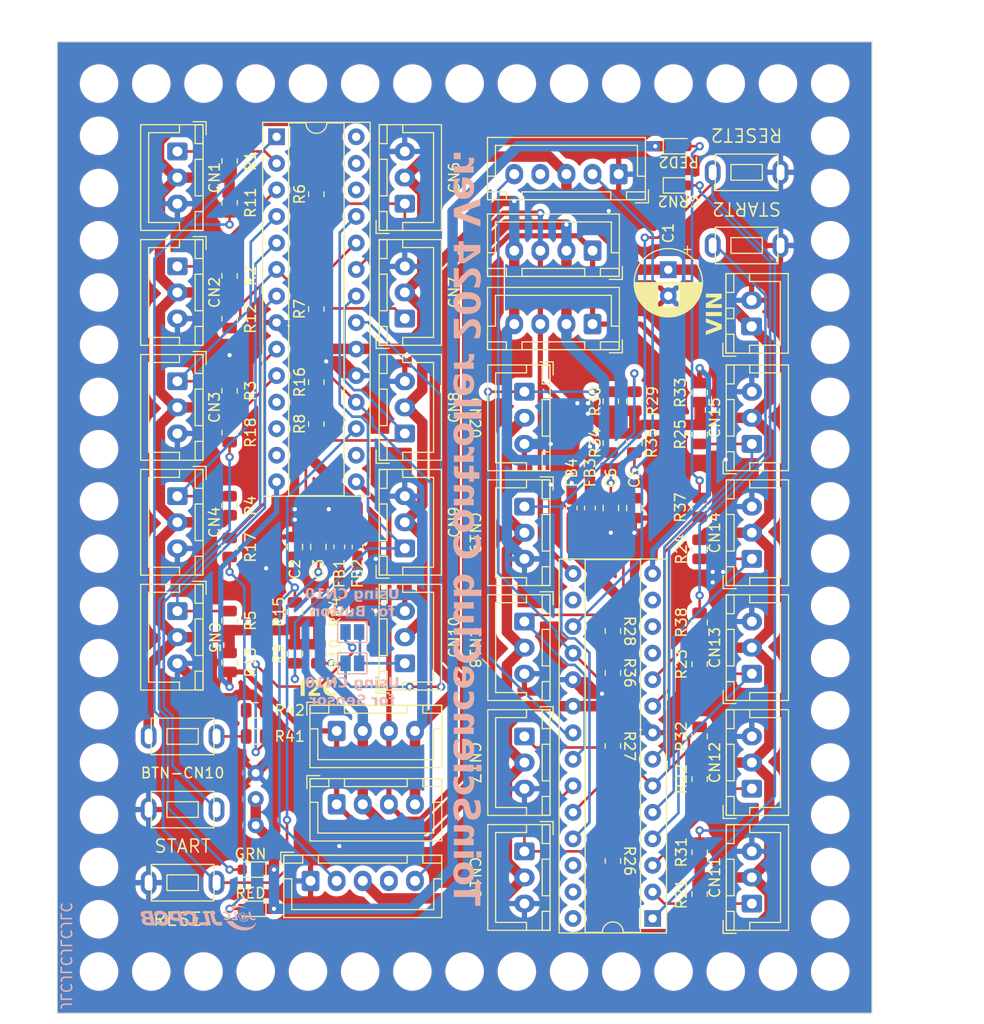
<source format=kicad_pcb>
(kicad_pcb (version 20221018) (generator pcbnew)
  (layers (0 "F.Cu" signal) (31 "B.Cu" signal) (34 "B.Paste" user) (35 "F.Paste" user) (36 "B.SilkS" user "B.Silkscreen") (37 "F.SilkS" user "F.Silkscreen") (38 "B.Mask" user) (39 "F.Mask" user) (44 "Edge.Cuts" user))
  (net 0 "")
  (net 1 "AD1")
  (net 2 "+5V")
  (net 3 "AD2")
  (net 4 "AD3")
  (net 5 "AD4")
  (net 6 "AD5")
  (net 7 "AD6")
  (net 8 "AD7")
  (net 9 "AD8")
  (net 10 "AD9")
  (net 11 "AD10")
  (net 12 "SCL")
  (net 13 "SDA")
  (net 14 "RA4")
  (net 15 "MCLR")
  (net 16 "TX")
  (net 17 "RX")
  (net 18 "GND_I2C")
  (net 19 "Net-(GRN1-A)")
  (net 20 "Net-(GRN2-A)")
  (net 21 "Net-(RED1-A)")
  (net 22 "Net-(RED2-A)")
  (net 27 "AD1_2")
  (net 28 "AD2_2")
  (net 29 "AD3_2")
  (net 30 "AD4_2")
  (net 31 "AD5_2")
  (net 32 "AD6_2")
  (net 33 "AD7_2")
  (net 34 "AD8_2")
  (net 35 "AD9_2")
  (net 36 "AD10_2")
  (net 37 "+5V_I2C")
  (net 38 "LED_GND")
  (net 39 "RA4_2")
  (net 40 "MCLR_2")
  (net 41 "TX_2")
  (net 42 "RX_2")
  (net 44 "MON_LED")
  (net 52 "GND")
  (net 53 "PWR_LED")
  (net 54 "PWR_LED_2")
  (net 55 "MON_LED_2")
  (net 60 "AD10_BTN")
  (net 61 "Net-(SW6A-B)")
  (net 62 "Net-(CN10-Pin_1)")
  (footprint "MountingHole:MountingHole_3.2mm_M3" (layer "F.Cu") (at 85 20)
    (fp_text reference "REF**" hide)
    (fp_text value "MountingHole_3.2mm_M3")
  )
  (footprint "MountingHole:MountingHole_3.2mm_M3" (layer "F.Cu") (at 50 20)
    (fp_text reference "REF**" hide)
    (fp_text value "MountingHole_3.2mm_M3")
  )
  (footprint "Resistor_SMD:R_0805_2012Metric" (layer "F.Cu") (at 40.8 48.5875 90)
    (fp_text reference "R16")
    (fp_text value "10kR")
  )
  (footprint "Connector_JST:JST_XH_B3B-XH-A_1x03_P2.50mm_Vertical" (layer "F.Cu") (at 27.5 26.5 -90)
    (fp_text reference "CN1")
    (fp_text value "Conn_01x03_Male")
  )
  (footprint "Connector_JST:JST_XH_B4B-XH-A_1x04_P2.50mm_Vertical" (layer "F.Cu") (at 42.75 81.975)
    (fp_text reference "I2C1" hide)
    (fp_text value "Conn_01x04_Male")
  )
  (footprint "Connector_JST:JST_XH_B3B-XH-A_1x03_P2.50mm_Vertical" (layer "F.Cu") (at 27.5 37.5 -90)
    (fp_text reference "CN2")
    (fp_text value "Conn_01x03_Male")
  )
  (footprint "Capacitor_SMD:C_0805_2012Metric" (layer "F.Cu") (at 69 60.645 -90)
    (fp_text reference "C6")
    (fp_text value "C")
  )
  (footprint "Resistor_SMD:R_0805_2012Metric" (layer "F.Cu") (at 77.5 93.5875 90)
    (fp_text reference "R31")
    (fp_text value "10kR")
  )
  (footprint "Connector_JST:JST_XH_B4B-XH-A_1x04_P2.50mm_Vertical" (layer "F.Cu") (at 67.25 43.025 180)
    (fp_text reference "I2C3" hide)
    (fp_text value "Conn_01x04_Male")
  )
  (footprint "MountingHole:MountingHole_3.2mm_M3" (layer "F.Cu") (at 90 65 90)
    (fp_text reference "REF**" hide)
    (fp_text value "MountingHole_3.2mm_M3")
  )
  (footprint "MountingHole:MountingHole_3.2mm_M3" (layer "F.Cu") (at 20 35 90)
    (fp_text reference "REF**" hide)
    (fp_text value "MountingHole_3.2mm_M3")
  )
  (footprint "Capacitor_SMD:C_0805_2012Metric" (layer "F.Cu") (at 41 64.355 90)
    (fp_text reference "C3")
    (fp_text value "C")
  )
  (footprint "Resistor_SMD:R_0805_2012Metric" (layer "F.Cu") (at 77.5 64.5875 -90)
    (fp_text reference "R24")
    (fp_text value "100kR")
  )
  (footprint "Capacitor_SMD:C_0805_2012Metric" (layer "F.Cu") (at 71.25 60.645 -90)
    (fp_text reference "C5")
    (fp_text value "C")
  )
  (footprint "MountingHole:MountingHole_3.2mm_M3" (layer "F.Cu") (at 60 20)
    (fp_text reference "REF**" hide)
    (fp_text value "MountingHole_3.2mm_M3")
  )
  (footprint "MountingHole:MountingHole_3.2mm_M3" (layer "F.Cu") (at 70 105)
    (fp_text reference "REF**" hide)
    (fp_text value "MountingHole_3.2mm_M3")
  )
  (footprint "Resistor_SMD:R_0805_2012Metric" (layer "F.Cu") (at 32.5 49.4125 90)
    (fp_text reference "R3")
    (fp_text value "100kR")
  )
  (footprint "Connector_JST:JST_XH_B3B-XH-A_1x03_P2.50mm_Vertical" (layer "F.Cu") (at 60.725 82.5 -90)
    (fp_text reference "CN17")
    (fp_text value "Conn_01x03_Male")
  )
  (footprint "Inductor_SMD:L_0603_1608Metric_Pad1.05x0.95mm_HandSolder" (layer "F.Cu") (at 65.25 60.645 90)
    (fp_text reference "FB4")
    (fp_text value "FerriteBead")
  )
  (footprint "@TOINIOT^2:TVBP06-B043C-B タクトスイッチ小" (layer "F.Cu") (at 82 28.5)
    (fp_text reference "RESET2")
    (fp_text value "DTS62K")
  )
  (footprint "Resistor_SMD:R_0805_2012Metric" (layer "F.Cu") (at 32.5 75.4125 -90)
    (fp_text reference "R13")
    (fp_text value "10kR")
  )
  (footprint "MountingHole:MountingHole_3.2mm_M3" (layer "F.Cu") (at 25 20)
    (fp_text reference "REF**" hide)
    (fp_text value "MountingHole_3.2mm_M3")
  )
  (footprint "MountingHole:MountingHole_3.2mm_M3" (layer "F.Cu") (at 40 105)
    (fp_text reference "REF**" hide)
    (fp_text value "MountingHole_3.2mm_M3")
  )
  (footprint "MountingHole:MountingHole_3.2mm_M3" (layer "F.Cu") (at 40 20)
    (fp_text reference "REF**" hide)
    (fp_text value "MountingHole_3.2mm_M3")
  )
  (footprint "MountingHole:MountingHole_3.2mm_M3" (layer "F.Cu") (at 70 20)
    (fp_text reference "REF**" hide)
    (fp_text value "MountingHole_3.2mm_M3")
  )
  (footprint "Resistor_SMD:R_0805_2012Metric" (layer "F.Cu") (at 32.5 71.4125 90)
    (fp_text reference "R5")
    (fp_text value "100kR")
  )
  (footprint "Resistor_SMD:R_0805_2012Metric" (layer "F.Cu") (at 32.5 27.4125 90)
    (fp_text reference "R1")
    (fp_text value "100kR")
  )
  (footprint "Resistor_SMD:R_0805_2012Metric" (layer "F.Cu") (at 32.5 42.5 -90)
    (fp_text reference "R12")
    (fp_text value "10kR")
  )
  (footprint "@TOINIOT^2:TVBP06-B043C-B タクトスイッチ小" (layer "F.Cu") (at 28 96.5 180)
    (fp_text reference "RESET")
    (fp_text value "DTS62K")
  )
  (footprint "MountingHole:MountingHole_3.2mm_M3" (layer "F.Cu") (at 20 40 90)
    (fp_text reference "REF**" hide)
    (fp_text value "MountingHole_3.2mm_M3")
  )
  (footprint "Resistor_SMD:R_0805_2012Metric" (layer "F.Cu") (at 77.5 71.5875 -90)
    (fp_text reference "R38")
    (fp_text value "470Ω")
  )
  (footprint "Capacitor_THT:CP_Radial_D6.3mm_P2.50mm" (layer "F.Cu") (at 74.5 37.817621 -90)
    (fp_text reference "C1")
    (fp_text value "C")
  )
  (footprint "MountingHole:MountingHole_3.2mm_M3" (layer "F.Cu") (at 60 105)
    (fp_text reference "REF**" hide)
    (fp_text value "MountingHole_3.2mm_M3")
  )
  (footprint "MountingHole:MountingHole_3.2mm_M3" (layer "F.Cu") (at 35 105)
    (fp_text reference "REF**" hide)
    (fp_text value "MountingHole_3.2mm_M3")
  )
  (footprint "Resistor_SMD:R_0805_2012Metric" (layer "F.Cu") (at 40.8 30.5875 -90)
    (fp_text reference "R6")
    (fp_text value "100kR")
  )
  (footprint "MountingHole:MountingHole_3.2mm_M3" (layer "F.Cu") (at 20 80 90)
    (fp_text reference "REF**" hide)
    (fp_text value "MountingHole_3.2mm_M3")
  )
  (footprint "MountingHole:MountingHole_3.2mm_M3" (layer "F.Cu") (at 45 105)
    (fp_text reference "REF**" hide)
    (fp_text value "MountingHole_3.2mm_M3")
  )
  (footprint "MountingHole:MountingHole_3.2mm_M3" (layer "F.Cu") (at 20 50 90)
    (fp_text reference "REF**" hide)
    (fp_text value "MountingHole_3.2mm_M3")
  )
  (footprint "MountingHole:MountingHole_3.2mm_M3" (layer "F.Cu") (at 90 25 90)
    (fp_text reference "REF**" hide)
    (fp_text value "MountingHole_3.2mm_M3")
  )
  (footprint "Resistor_SMD:R_0805_2012Metric" (layer "F.Cu") (at 77.5 97.5875 -90)
    (fp_text reference "R21")
    (fp_text value "100kR")
  )
  (footprint "Resistor_SMD:R_0805_2012Metric" (layer "F.Cu") (at 77.5 82.5 90)
    (fp_text reference "R32")
    (fp_text value "10kR")
  )
  (footprint "Connector_JST:JST_XH_B3B-XH-A_1x03_P2.50mm_Vertical" (layer "F.Cu") (at 82.5 98.5 90)
    (fp_text reference "CN11")
    (fp_text value "Conn_01x03_Male")
  )
  (footprint "MountingHole:MountingHole_3.2mm_M3" (layer "F.Cu") (at 30 20)
    (fp_text reference "REF**" hide)
    (fp_text value "MountingHole_3.2mm_M3")
  )
  (footprint "MountingHole:MountingHole_3.2mm_M3" (layer "F.Cu") (at 90 80 90)
    (fp_text reference "REF**" hide)
    (fp_text value "MountingHole_3.2mm_M3")
  )
  (footprint "MountingHole:MountingHole_3.2mm_M3" (layer "F.Cu") (at 55 105)
    (fp_text reference "REF**" hide)
    (fp_text value "MountingHole_3.2mm_M3")
  )
  (footprint "Resistor_SMD:R_0805_2012Metric" (layer "F.Cu") (at 35 80 180)
    (fp_text reference "R42")
    (fp_text value "10K")
  )
  (footprint "MountingHole:MountingHole_3.2mm_M3" (layer "F.Cu") (at 20 75 90)
    (fp_text reference "REF**" hide)
    (fp_text value "MountingHole_3.2mm_M3")
  )
  (footprint "MountingHole:MountingHole_3.2mm_M3" (layer "F.Cu") (at 90 95 90)
    (fp_text reference "REF**" hide)
    (fp_text value "MountingHole_3.2mm_M3")
  )
  (footprint "Inductor_SMD:L_0603_1608Metric_Pad1.05x0.95mm_HandSolder" (layer "F.Cu") (at 67 60.645 90)
    (fp_text reference "FB3")
    (fp_text value "FerriteBead")
  )
  (footprint "MountingHole:MountingHole_3.2mm_M3" (layer "F.Cu") (at 90 30 90)
    (fp_text reference "REF**" hide)
    (fp_text value "MountingHole_3.2mm_M3")
  )
  (footprint "MountingHole:MountingHole_3.2mm_M3" (layer "F.Cu") (at 90 105)
    (fp_text reference "REF**" hide)
    (fp_text value "MountingHole_3.2mm_M3")
  )
  (footprint "MountingHole:MountingHole_3.2mm_M3" (layer "F.Cu") (at 90 60 90)
    (fp_text reference "REF**" hide)
    (fp_text value "MountingHole_3.2mm_M3")
  )
  (footprint "MountingHole:MountingHole_3.2mm_M3" (layer "F.Cu") (at 75 20)
    (fp_text reference "REF**" hide)
    (fp_text value "MountingHole_3.2mm_M3")
  )
  (footprint "MountingHole:MountingHole_3.2mm_M3" (layer "F.Cu") (at 90 85 90)
    (fp_text reference "REF**" hide)
    (fp_text value "MountingHole_3.2mm_M3")
  )
  (footprint "MountingHole:MountingHole_3.2mm_M3" (layer "F.Cu") (at 90 75 90)
    (fp_text reference "REF**" hide)
    (fp_text value "MountingHole_3.2mm_M3")
  )
  (footprint "MountingHole:MountingHole_3.2mm_M3" (layer "F.Cu") (at 20 100 90)
    (fp_text reference "REF**" hide)
    (fp_text value "MountingHole_3.2mm_M3")
  )
  (footprint "Resistor_SMD:R_0805_2012Metric" (layer "F.Cu") (at 77.5 53.5875 -90)
    (fp_text reference "R25")
    (fp_text value "100kR")
  )
  (footprint "MountingHole:MountingHole_3.2mm_M3" (layer "F.Cu") (at 75 105)
    (fp_text reference "REF**" hide)
    (fp_text value "MountingHole_3.2mm_M3")
  )
  (footprint "Resistor_SMD:R_0805_2012Metric" (layer "F.Cu") (at 69.2 76.4125 -90)
    (fp_text reference "R36")
    (fp_text value "10kR")
  )
  (footprint "MountingHole:MountingHole_3.2mm_M3" (layer "F.Cu") (at 90 55 90)
    (fp_text reference "REF**" hide)
    (fp_text value "MountingHole_3.2mm_M3")
  )
  (footprint "MountingHole:MountingHole_3.2mm_M3" (layer "F.Cu") (at 65 20)
    (fp_text reference "REF**" hide)
    (fp_text value "MountingHole_3.2mm_M3")
  )
  (footprint "MountingHole:MountingHole_3.2mm_M3" (layer "F.Cu") (at 25 105)
    (fp_text reference "REF**" hide)
    (fp_text value "MountingHole_3.2mm_M3")
  )
  (footprint "MountingHole:MountingHole_3.2mm_M3" (layer "F.Cu") (at 20 60 90)
    (fp_text reference "REF**" hide)
    (fp_text value "MountingHole_3.2mm_M3")
  )
  (footprint "Resistor_SMD:R_0805_2012Metric" (layer "F.Cu") (at 35 82.5)
    (fp_text reference "R41")
    (fp_text value "1K")
  )
  (footprint "Resistor_SMD:R_0805_2012Metric" (layer "F.Cu") (at 69 54.4125 -90)
    (fp_text reference "R34")
    (fp_text value "10kR")
  )
  (footprint "Resistor_SMD:R_0805_2012Metric" (layer "F.Cu") (at 69 50.4125 90)
    (fp_text reference "R30")
    (fp_text value "100kR")
  )
  (footprint "Package_DIP:DIP-28_W7.62mm_Socket" (layer "F.Cu") (at 37 25.1)
    (fp_text reference "U1" hide)
    (fp_text value "PIC18F2620")
  )
  (footprint "MountingHole:MountingHole_3.2mm_M3" (layer "F.Cu") (at 20 70 90)
    (fp_text reference "REF**" hide)
    (fp_text value "MountingHole_3.2mm_M3")
  )
  (footprint "Inductor_SMD:L_0603_1608Metric_Pad1.05x0.95mm_HandSolder" (layer "F.Cu") (at 43 64.355 -90)
    (fp_text reference "FB1")
    (fp_text value "FerriteBead")
  )
  (footprint "LED_SMD:LED_0603_1608Metric" (layer "F.Cu") (at 75.5 26)
    (fp_text reference "RED2")
    (fp_text value "LED")
  )
  (footprint "MountingHole:MountingHole_3.2mm_M3" (layer "F.Cu") (at 20 65 90)
    (fp_text reference "REF**" hide)
    (fp_text value "MountingHole_3.2mm_M3")
  )
  (footprint "MountingHole:MountingHole_3.2mm_M3" (layer "F.Cu") (at 20 95 90)
    (fp_text reference "REF**" hide)
    (fp_text value "MountingHole_3.2mm_M3")
  )
  (footprint "MountingHole:MountingHole_3.2mm_M3" (layer "F.Cu") (at 20 20)
    (fp_text reference "REF**" hide)
    (fp_text value "MountingHole_3.2mm_M3")
  )
  (footprint "Connector_JST:JST_XH_B3B-XH-A_1x03_P2.50mm_Vertical" (layer "F.Cu") (at 82.5 54.5 90)
    (fp_text reference "CN15")
    (fp_text value "Conn_01x03_Male")
  )
  (footprint "Connector_JST:JST_XH_B3B-XH-A_1x03_P2.50mm_Vertical" (layer "F.Cu") (at 49.275 42.5 90)
    (fp_text reference "CN7")
    (fp_text value "Conn_01x03_Male")
  )
  (footprint "MountingHole:MountingHole_3.2mm_M3" (layer "F.Cu") (at 35 20)
    (fp_text reference "REF**" hide)
    (fp_text value "MountingHole_3.2mm_M3")
  )
  (footprint "@TOINIOT^2:TVBP06-B043C-B タクトスイッチ小" (layer "F.Cu") (at 28 89.5 180)
    (fp_text reference "START")
    (fp_text value "DTS25N")
  )
  (footprint "Resistor_SMD:R_0805_2012Metric" (layer "F.Cu") (at 38.75 74.5875 -90)
    (fp_text reference "R9")
    (fp_text value "100kR")
  )
  (footprint "MountingHole:MountingHole_3.2mm_M3" (layer "F.Cu") (at 55 20)
    (fp_text reference "REF**" hide)
    (fp_text value "MountingHole_3.2mm_M3")
  )
  (footprint "Package_DIP:DIP-28_W7.62mm_Socket" (layer "F.Cu") (at 73 99.925 180)
    (fp_text reference "U2" hide)
    (fp_text value "PIC18F2620")
  )
  (footprint "Resistor_SMD:R_0805_2012Metric" (layer "F.Cu") (at 38.75 70.5875 90)
    (fp_text reference "R15")
    (fp_text value "10kR")
  )
  (footprint "Resistor_SMD:R_0805_2012Metric" (layer "F.Cu") (at 77.5 86.5875 -90)
    (fp_text reference "R22")
    (fp_text value "100kR")
  )
  (footprint "MountingHole:MountingHole_3.2mm_M3" (layer "F.Cu") (at 20 105)
    (fp_text reference "REF**" hide)
    (fp_text value "MountingHole_3.2mm_M3")
  )
  (footprint "Connector_JST:JST_XH_B3B-XH-A_1x03_P2.50mm_Vertical" (layer "F.Cu") (at 27.5 59.5 -90)
    (fp_text reference "CN4")
    (fp_text value "Conn_01x03_Male")
  )
  (footprint "Connector_JST:JST_XH_B5B-XH-A_1x05_P2.50mm_Vertical" (layer "F.Cu") (at 40.25 96.33)
    (fp_text reference "SER1" hide)
    (fp_text value "Conn_01x05_Male")
  )
  (footprint "MountingHole:MountingHole_3.2mm_M3" (layer "F.Cu") (at 90 35 90)
    (fp_text reference "REF**" hide)
    (fp_text value "MountingHole_3.2mm_M3")
  )
  (footprint "MountingHole:MountingHole_3.2mm_M3" (layer "F.Cu") (at 90 100 90)
    (fp_text reference "REF**" hide)
    (fp_text value "MountingHole_3.2mm_M3")
  )
  (footprint "Resistor_SMD:R_0805_2012Metric" (layer "F.Cu") (at 69.2 83.4125 90)
    (fp_text reference "R27")
    (fp_text value "100kR")
  )
  (footprint "Resistor_SMD:R_0805_2012Metric" (layer "F.Cu") (at 77.5 75.5875 -90)
    (fp_text reference "R23")
    (fp_text value "100kR")
  )
  (footprint "Connector_JST:JST_XH_B3B-XH-A_1x03_P2.50mm_Vertical" (layer "F.Cu") (at 27.5 70.5 -90)
    (fp_text reference "CN5")
    (fp_text value "Conn_01x03_Male")
  )
  (footprint "@TOINIOT^2:SS12D01G4  スライドスイッチ" (layer "F.Cu") (at 35 88.5 -90)
    (fp_text reference "SW5" hide)
    (fp_text value "SW_DPDT_x2")
  )
  (footprint "Connector_JST:JST_XH_B4B-XH-A_1x04_P2.50mm_Vertical" (layer "F.Cu") (at 42.75 89)
    (fp_text reference "I2C2" hide)
    (fp_text value "Conn_01x04_Male")
  )
  (footprint "MountingHole:MountingHole_3.2mm_M3" (layer "F.Cu") (at 20 85 90)
    (fp_text reference "REF**" hide)
    (fp_text value "MountingHole_3.2mm_M3")
  )
  (footprint "Connector_JST:JST_XH_B4B-XH-A_1x04_P2.50mm_Vertical" (layer "F.Cu") (at 67.25 36 180)
    (fp_text reference "I2C4" hide)
    (fp_text value "Conn_01x04_Male")
  )
  (footprint "Resistor_SMD:R_0805_2012Metric" (layer "F.Cu") (at 71.25 50.4125 90)
    (fp_text reference "R29")
    (fp_text value "100kR")
  )
  (footprint "Connector_JST:JST_XH_B3B-XH-A_1x03_P2.50mm_Vertical" (layer "F.Cu") (at 49.275 31.5 90)
    (fp_text reference "CN6")
    (fp_text value "Conn_01x03_Male")
  )
  (footprint "Resistor_SMD:R_0805_2012Metric" (layer "F.Cu") (at 32.5 64.4125 90)
    (fp_text reference "R17")
    (fp_text value "330Ω")
  )
  (footprint "LED_SMD:LED_0603_1608Metric" (layer "F.Cu") (at 34.5 99 180)
    (fp_text reference "RED")
    (fp_text value "LED")
  )
  (footprint "Connector_JST:JST_XH_B3B-XH-A_1x03_P2.50mm_Vertical" (layer "F.Cu") (at 82.5 76.5 90)
    (fp_text reference "CN13")
    (fp_text value "Conn_01x03_Male")
  )
  (footprint "MountingHole:MountingHole_3.2mm_M3" (layer "F.Cu") (at 85 105)
    (fp_text reference "REF**" hide)
    (fp_text value "MountingHole_3.2mm_M3")
  )
  (footprint "Resistor_SMD:R_0805_2012Metric" (layer "F.Cu") (at 41 74.5875 -90)
    (fp_text reference "R10")
    (fp_text value "100kR")
  )
  (footprint "MountingHole:MountingHole_3.2mm_M3" (layer "F.Cu") (at 90 90 90)
    (fp_text reference "REF**" hide)
    (fp_text value "MountingHole_3.2mm_M3")
  )
  (footprint "MountingHole:MountingHole_3.2mm_M3" (layer "F.Cu") (at 90 70 90)
    (fp_text reference "REF**" hide)
    (fp_text value "MountingHole_3.2mm_M3")
  )
  (footprint "Connector_JST:JST_XH_B3B-XH-A_1x03_P2.50mm_Vertical" (layer "F.Cu") (at 60.725 49.5 -90)
    (fp_text reference "CN20")
    (fp_text value "Conn_01x03_Male")
  )
  (footprint "MountingHole:MountingHole_3.2mm_M3" (layer "F.Cu") (at 90 50 90)
    (fp_text reference "REF**" hide)
    (fp_text value "MountingHole_3.2mm_M3")
  )
  (footprint "Resistor_SMD:R_0805_2012Metric" (layer "F.Cu") (at 40.8 52.5875 -90)
    (fp_text reference "R8")
    (fp_text value "100kR")
  )
  (footprint "Connector_JST:JST_XH_B3B-XH-A_1x03_P2.50mm_Vertical" (layer "F.Cu") (at 82.5 65.5 90)
    (fp_text reference "CN14")
    (fp_text value "Conn_01x03_Male")
  )
  (footprint "MountingHole:MountingHole_3.2mm_M3" (layer "F.Cu") (at 20 90 90)
    (fp_text reference "REF**" hide)
    (fp_text value "MountingHole_3.2mm_M3")
  )
  (footprint "MountingHole:MountingHole_3.2mm_M3" (layer "F.Cu") (at 20 30 90)
    (fp_text reference "REF**" hide)
    (fp_text value "MountingHole_3.2mm_M3")
  )
  (footprint "MountingHole:MountingHole_3.2mm_M3" (layer "F.Cu") (at 45 20)
    (fp_text reference "REF**" hide)
    (fp_text value "MountingHole_3.2mm_M3")
  )
  (footprint "@TOINIOT^2:TVBP06-B043C-B タクトスイッチ小" (layer "F.Cu") (at 28 82.5)
    (fp_text reference "BTN-CN10")
    (fp_text value "SW_DPST_x2")
  )
  (footprint "@TOINIOT^2:TVBP06-B043C-B タクトスイッチ小" (layer "F.Cu") (at 82 35.5)
    (fp_text reference "START2")
    (fp_text value "DTS25N")
  )
  (footprint "MountingHole:MountingHole_3.2mm_M3" (layer "F.Cu") (at 20 25 90)
    (fp_text reference "REF**" hide)
    (fp_text value "MountingHole_3.2mm_M3")
  )
  (footprint "MountingHole:MountingHole_3.2mm_M3" (layer "F.Cu") (at 30 105)
    (fp_text reference "REF**" hide)
    (fp_text value "MountingHole_3.2mm_M3")
  )
  (footprint "MountingHole:MountingHole_3.2mm_M3" (layer "F.Cu") (at 90 40 90)
    (fp_text reference "REF**" hide)
    (fp_text value "MountingHole_3.2mm_M3")
  )
  (footprint "MountingHole:MountingHole_3.2mm_M3" (layer "F.Cu") (at 80 20)
    (fp_text reference "REF**" hide)
    (fp_text value "MountingHole_3.2mm_M3")
  )
  (footprint "Resistor_SMD:R_0805_2012Metric" (layer "F.Cu") (at 71.25 54.4125 -90)
    (fp_text reference "R35")
    (fp_text value "10kR")
  )
  (footprint "Capacitor_SMD:C_0805_2012Metric" (layer "F.Cu") (at 38.75 64.355 90)
    (fp_text reference "C2")
    (fp_text value "C")
  )
  (footprint "MountingHole:MountingHole_3.2mm_M3" (layer "F.Cu") (at 65 105)
    (fp_text reference "REF**" hide)
    (fp_text value "MountingHole_3.2mm_M3")
  )
  (footprint "Resistor_SMD:R_0805_2012Metric" (layer "F.Cu") (at 77.5 49.5875 90)
    (fp_text reference "R33")
    (fp_text value "10kR")
  )
  (footprint "Resistor_SMD:R_0805_2012Metric" (layer "F.Cu") (at 32.5 60.4125 90)
    (fp_text reference "R4")
    (fp_text value "100kR")
  )
  (footprint "Connector_JST:JST_XH_B2B-XH-A_1x02_P2.50mm_Vertical" (layer "F.Cu") (at 82.475 43.25 90)
    (fp_text reference "J1" hide)
    (fp_text value "Conn_01x02_Male")
  )
  (footprint "MountingHole:MountingHole_3.2mm_M3" (layer "F.Cu") (at 20 45 90)
    (fp_text reference "REF**" hide)
    (fp_text value "MountingHole_3.2mm_M3")
  )
  (footprint "MountingHole:MountingHole_3.2mm_M3" (layer "F.Cu") (at 90 20)
    (fp_text reference "REF**" hide)
    (fp_text value "MountingHole_3.2mm_M3")
  )
  (footprint "MountingHole:MountingHole_3.2mm_M3" (layer "F.Cu") (at 20 55 90)
    (fp_text reference "REF**" hide)
    (fp_text value "MountingHole_3.2mm_M3")
  )
  (footprint "Connector_JST:JST_XH_B3B-XH-A_1x03_P2.50mm_Vertical" (layer "F.Cu") (at 49.275 64.5 90)
    (fp_text reference "CN9")
    (fp_text value "Conn_01x03_Male")
  )
  (footprint "Connector_JST:JST_XH_B5B-XH-A_1x05_P2.50mm_Vertical" (layer "F.Cu") (at 69.75 28.67 180)
    (fp_text reference "SER2" hide)
    (fp_text value "Conn_01x05_Male")
  )
  (footprint "Resistor_SMD:R_0805_2012Metric" (layer "F.Cu") (at 32.5 53.4125 90)
    (fp_text reference "R18")
    (fp_text value "330Ω")
  )
  (footprint "LED_SMD:LED_0603_1608Metric" (layer "F.Cu") (at 34.5 95.25 180)
    (fp_text reference "GRN")
    (fp_text value "LED")
  )
  (footprint "Connector_JST:JST_XH_B3B-XH-A_1x03_P2.50mm_Vertical" (layer "F.Cu") (at 60.725 71.5 -90)
    (fp_text reference "CN18")
    (fp_text value "Conn_01x03_Male")
  )
  (footprint "Resistor_SMD:R_0805_2012Metric" (layer "F.Cu") (at 32.5 38.4125 90)
    (fp_text reference "R2")
    (fp_text value "100kR")
  )
  (footprint "Connector_JST:JST_XH_B3B-XH-A_1x03_P2.50mm_Vertical" (layer "F.Cu") (at 82.5 87.5 90)
    (fp_text reference "CN12")
    (fp_text value "Conn_01x03_Male")
  )
  (footprint "Resistor_SMD:R_0805_2012Metric" (layer "F.Cu") (at 69.2 72.4125 90)
    (fp_text reference "R28")
    (fp_text value "100kR")
  )
  (footprint "Inductor_SMD:L_0603_1608Metric_Pad1.05x0.95mm_HandSolder" (layer "F.Cu") (at 44.75 64.355 -90)
    (fp_text reference "FB2")
    (fp_text value "FerriteBead")
  )
  (footprint "MountingHole:MountingHole_3.2mm_M3" (layer "F.Cu") (at 50 105)
    (fp_text reference "REF**" hide)
    (fp_text value "MountingHole_3.2mm_M3")
  )
  (footprint "Connector_JST:JST_XH_B3B-XH-A_1x03_P2.50mm_Vertical" (layer "F.Cu") (at 60.725 60.5 -90)
    (fp_text reference "CN19")
    (fp_text value "Conn_01x03_Male")
  )
  (footprint "MountingHole:MountingHole_3.2mm_M3" (layer "F.Cu") (at 90 45 90)
    (fp_text reference "REF**" hide)
    (fp_text value "MountingHole_3.2mm_M3")
  )
  (footprint "Resistor_SMD:R_0805_2012Metric" (layer "F.Cu") (at 77.5 60.5875 -90)
    (fp_text reference "R37")
    (fp_text value "150Ω")
  )
  (footprint "Connector_JST:JST_XH_B3B-XH-A_1x03_P2.50mm_Vertical" (layer "F.Cu") (at 27.5 48.5 -90)
    (fp_text reference "CN3")
    (fp_text value "Conn_01x03_Male")
  )
  (footprint "MountingHole:MountingHole_3.2mm_M3" (layer "F.Cu") (at 80 105)
    (fp_text reference "REF**" hide)
    (fp_text value "MountingHole_3.2mm_M3")
  )
  (footprint "Connector_JST:JST_XH_B3B-XH-A_1x03_P2.50mm_Vertical" (layer "F.Cu") (at 49.275 53.5 90)
    (fp_text reference "CN8")
    (fp_text value "Conn_01x03_Male")
  )
  (footprint "LED_SMD:LED_0603_1608Metric" (layer "F.Cu") (at 75.5 29.75)
    (fp_text reference "GRN2")
    (fp_text value "LED")
  )
  (footprint "Resistor_SMD:R_0805_2012Metric" (layer "F.Cu") (at 32.5 31.4125 -90)
    (fp_text reference "R11")
    (fp_text value "10kR")
  )
  (footprint "Connector_JST:JST_XH_B3B-XH-A_1x03_P2.50mm_Vertical" (layer "F.Cu") (at 60.725 93.5 -90)
    (fp_text reference "CN16")
    (fp_text value "Conn_01x03_Male")
  )
  (footprint "Connector_JST:JST_XH_B3B-XH-A_1x03_P2.50mm_Vertical" (layer "F.Cu") (at 49.275 75.5 90)
    (fp_text reference "CN10")
    (fp_text value "Conn_01x03_Male")
  )
  (footprint "Resistor_SMD:R_0805_2012Metric" (layer "F.Cu") (at 69.2 94.4125 90)
    (fp_text reference "R26")
    (fp_text value "100kR")
  )
  (footprint "Resistor_SMD:R_0805_2012Metric" (layer "F.Cu") (at 41 70.5875 90)
    (fp_text reference "R14")
    (fp_text value "10kR")
  )
  (footprint "Resistor_SMD:R_0805_2012Metric" (layer "F.Cu") (at 40.8 41.5875 -90)
    (fp_text reference "R7")
    (fp_text value "100kR")
  )
  (footprint "Jumper:SolderJumper-2_P1.3mm_Open_Pad1.0x1.5mm" (layer "B.Cu") (at 44.25 72.5 180)
    (fp_text reference "JP2" hide)
    (fp_text value "Jumper_2_Open")
  )
  (footprint "Jumper:SolderJumper-2_P1.3mm_Open_Pad1.0x1.5mm" (layer "B.Cu") (at 44.25 75.5)
    (fp_text reference "JP1" hide)
    (fp_text value "Jumper_2_Open")
  )
  (gr_poly (pts (xy 25.74505 99.185997) (xy 25.710694 99.187432) (xy 25.677634 99.189607) (xy 25.646318 99.192526) (xy 25.617196 99.196194) (xy 25.590715 99.200614) (xy 25.567325 99.205791) (xy 25.532217 99.215795) (xy 25.49939 99.227288) (xy 25.468841 99.240269) (xy 25.45442 99.247318) (xy 25.440567 99.254739) (xy 25.427283 99.262531) (xy 25.414567 99.270696) (xy 25.402419 99.279233) (xy 25.390839 99.288142) (xy 25.379826 99.297423) (xy 25.369381 99.307077) (xy 25.359502 99.317102) (xy 25.35019 99.327499) (xy 25.341444 99.338268) (xy 25.333264 99.34941) (xy 25.325651 99.360923) (xy 25.318602 99.372809) (xy 25.31212 99.385067) (xy 25.306202 99.397696) (xy 25.300849 99.410698) (xy 25.29606 99.424072) (xy 25.291836 99.437818) (xy 25.288176 99.451936) (xy 25.28508 99.466426) (xy 25.282547 99.481288) (xy 25.280578 99.496522) (xy 25.279172 99.512129) (xy 25.278047 99.544457) (xy 25.278128 99.553412) (xy 25.278369 99.562253) (xy 25.278763 99.570933) (xy 25.279303 99.579404) (xy 25.279985 99.587619) (xy 25.2808 99.59553) (xy 25.281744 99.60309) (xy 25.282809 99.61025) (xy 25.283991 99.616965) (xy 25.285281 99.623185) (xy 25.286676 99.628863) (xy 25.288167 99.633953) (xy 25.28975 99.638405) (xy 25.291417 99.642174) (xy 25.29228 99.643787) (xy 25.293162 99.645211) (xy 25.294063 99.64644) (xy 25.29498 99.647469) (xy 25.297659 99.649519) (xy 25.30146 99.651437) (xy 25.306381 99.653223) (xy 25.312421 99.654877) (xy 25.319577 99.656398) (xy 25.327847 99.657787) (xy 25.347721 99.660169) (xy 25.372026 99.662021) (xy 25.400748 99.663344) (xy 25.433867 99.664137) (xy 25.471369 99.664402) (xy 25.630824 99.664402) (xy 25.666103 99.607957) (xy 25.675241 99.594227) (xy 25.684703 99.58159) (xy 25.69455 99.570016) (xy 25.704842 99.559472) (xy 25.715638 99.54993) (xy 25.726998 99.541357) (xy 25.738982 99.533722) (xy 25.751651 99.526995) (xy 25.765064 99.521144) (xy 25.77928 99.516139) (xy 25.794361 99.511948) (xy 25.810366 99.50854) (xy 25.827355 99.505885) (xy 25.845388 99.503951) (xy 25.864524 99.502708) (xy 25.884825 99.502124) (xy 25.901721 99.502451) (xy 25.918276 99.503429) (xy 25.93449 99.50506) (xy 25.950361 99.507341) (xy 25.965888 99.510273) (xy 25.98107 99.513854) (xy 25.995905 99.518083) (xy 26.010391 99.52296) (xy 26.024529 99.528484) (xy 26.038316 99.534654) (xy 26.051751 99.54147) (xy 26.064832 99.548931) (xy 26.077559 99.557035) (xy 26.089931 99.565782) (xy 26.101945 99.575172) (xy 26.113601 99.585203) (xy 26.124897 99.595875) (xy 26.135833 99.607187) (xy 26.146406 99.619139) (xy 26.156615 99.631729) (xy 26.16646 99.644956) (xy 26.175938 99.65882) (xy 26.193792 99.688457) (xy 26.210165 99.720632) (xy 26.225048 99.755339) (xy 26.238431 99.792571) (xy 26.250302 99.832324) (xy 26.262423 99.878457) (xy 26.272852 99.921191) (xy 26.281587 99.960701) (xy 26.288623 99.99716) (xy 26.293955 100.030741) (xy 26.295981 100.046507) (xy 26.29758 100.061619) (xy 26.298751 100.076098) (xy 26.299493 100.089966) (xy 26.299807 100.103246) (xy 26.299691 100.115957) (xy 26.299145 100.128124) (xy 26.298169 100.139766) (xy 26.296762 100.150906) (xy 26.294923 100.161565) (xy 26.292652 100.171765) (xy 26.289949 100.181529) (xy 26.286813 100.190876) (xy 26.283243 100.19983) (xy 26.279239 100.208412) (xy 26.2748 100.216644) (xy 26.269927 100.224547) (xy 26.264617 100.232143) (xy 26.258872 100.239453) (xy 26.25269 100.2465) (xy 26.24607 100.253306) (xy 26.239013 100.259891) (xy 26.228281 100.268504) (xy 26.216256 100.276347) (xy 26.203037 100.283409) (xy 26.18872 100.289678) (xy 26.173403 100.295146) (xy 26.157183 100.299801) (xy 26.140156 100.303634) (xy 26.12242 100.306634) (xy 26.104073 100.30879) (xy 26.085211 100.310093) (xy 26.065931 100.310531) (xy 26.046331 100.310095) (xy 26.026507 100.308775) (xy 26.006558 100.306559) (xy 25.986579 100.303438) (xy 25.966669 100.299402) (xy 25.95544 100.296713) (xy 25.944968 100.293895) (xy 25.935148 100.290888) (xy 25.925879 100.287628) (xy 25.917056 100.284054) (xy 25.908576 100.280104) (xy 25.900336 100.275715) (xy 25.892233 100.270827) (xy 25.884162 100.265376) (xy 25.876022 100.259301) (xy 25.867707 100.25254) (xy 25.859116 100.24503) (xy 25.850144 100.23671) (xy 25.840689 100.227518) (xy 25.830646 100.217391) (xy 25.819913 100.206268) (xy 25.747947 100.130069) (xy 25.608246 100.130069) (xy 25.574234 100.130336) (xy 25.55869 100.130673) (xy 25.544107 100.131149) (xy 25.530475 100.131765) (xy 25.517784 100.132524) (xy 25.506023 100.133428) (xy 25.495181 100.134478) (xy 25.48525 100.135678) (xy 25.476217 100.137028) (xy 25.468073 100.138531) (xy 25.460808 100.140189) (xy 25.454411 100.142004) (xy 25.448871 100.143978) (xy 25.444179 100.146114) (xy 25.440325 100.148413) (xy 25.436107 100.151704) (xy 25.43245 100.154768) (xy 25.429352 100.157708) (xy 25.426809 100.160628) (xy 25.425745 100.162112) (xy 25.42482 100.16363) (xy 25.424033 100.165194) (xy 25.423383 100.166818) (xy 25.422871 100.168514) (xy 25.422496 100.170296) (xy 25.422258 100.172175) (xy 25.422157 100.174166) (xy 25.422363 100.178532) (xy 25.423113 100.183498) (xy 25.424404 100.189166) (xy 25.426235 100.195641) (xy 25.428604 100.203025) (xy 25.431507 100.211422) (xy 25.438913 100.231668) (xy 25.450505 100.259005) (xy 25.464051 100.285919) (xy 25.479453 100.312321) (xy 25.496614 100.338119) (xy 25.515437 100.363223) (xy 25.535825 100.387541) (xy 25.55768 100.410983) (xy 25.580906 100.433457) (xy 25.605405 100.454873) (xy 25.631081 100.47514) (xy 25.657835 100.494167) (xy 25.685571 100.511862) (xy 25.714192 100.528135) (xy 25.7436 100.542896) (xy 25.773699 100.556052) (xy 25.804391 100.567513) (xy 25.824549 100.573505) (xy 25.848444 100.579728) (xy 25.875184 100.586017) (xy 25.903875 100.592207) (xy 25.933624 100.598133) (xy 25.963538 100.603629) (xy 25.992725 100.608529) (xy 26.020291 100.612669) (xy 26.055038 100.616309) (xy 26.089147 100.618774) (xy 26.122592 100.620079) (xy 26.155347 100.620239) (xy 26.187386 100.61927) (xy 26.218682 100.617186) (xy 26.24921 100.614003) (xy 26.278943 100.609736) (xy 26.307856 100.6044) (xy 26.335922 100.598011) (xy 26.363115 100.590584) (xy 26.38941 100.582134) (xy 26.414779 100.572676) (xy 26.439197 100.562226) (xy 26.462638 100.550798) (xy 26.485076 100.538409) (xy 26.506484 100.525073) (xy 26.526837 100.510805) (xy 26.546108 100.495621) (xy 26.564272 100.479536) (xy 26.581302 100.462566) (xy 26.597172 100.444725) (xy 26.611856 100.426028) (xy 26.625327 100.406492) (xy 26.637561 100.386131) (xy 26.64853 100.36496) (xy 26.65821 100.342995) (xy 26.666572 100.320252) (xy 26.673592 100.296744) (xy 26.679243 100.272488) (xy 26.6835 100.247498) (xy 26.686336 100.221791) (xy 26.686717 100.197527) (xy 26.68482 100.167118) (xy 26.680848 100.13143) (xy 26.675003 100.091329) (xy 26.658505 100.001351) (xy 26.636947 99.904114) (xy 26.611949 99.806546) (xy 26.585132 99.715577) (xy 26.571548 99.674731) (xy 26.558117 99.638134) (xy 26.545042 99.60665) (xy 26.532524 99.581146) (xy 26.514147 99.54881) (xy 26.493983 99.517453) (xy 26.4721 99.48713) (xy 26.448563 99.457895) (xy 26.423439 99.4298) (xy 26.396793 99.4029) (xy 26.368692 99.377248) (xy 26.339202 99.352899) (xy 26.308389 99.329906) (xy 26.27632 99.308322) (xy 26.243059 99.288202) (xy 26.208675 99.269599) (xy 26.173232 99.252568) (xy 26.136796 99.23716) (xy 26.099435 99.223432) (xy 26.061214 99.211435) (xy 26.038567 99.205698) (xy 26.012731 99.200659) (xy 25.984155 99.196323) (xy 25.953286 99.192694) (xy 25.920573 99.189776) (xy 25.886464 99.187573) (xy 25.815857 99.18533)) (fill solid) (layer "B.SilkS"))
  (gr_poly (pts (xy 33.677862 99.38329) (xy 33.654554 99.384006) (xy 33.632089 99.385377) (xy 33.610716 99.387417) (xy 33.590682 99.390142) (xy 33.572236 99.393565) (xy 33.555625 99.397702) (xy 33.542298 99.401623) (xy 33.52931 99.405971) (xy 33.51667 99.410735) (xy 33.504386 99.415903) (xy 33.492468 99.421464) (xy 33.480922 99.427405) (xy 33.469759 99.433717) (xy 33.458986 99.440388) (xy 33.448611 99.447406) (xy 33.438645 99.45476) (xy 33.429094 99.462438) (xy 33.419968 99.470429) (xy 33.411275 99.478722) (xy 33.403023 99.487306) (xy 33.395222 99.496169) (xy 33.387879 99.505299) (xy 33.381003 99.514686) (xy 33.374603 99.524317) (xy 33.368687 99.534183) (xy 33.363264 99.54427) (xy 33.358343 99.554568) (xy 33.353931 99.565066) (xy 33.350037 99.575752) (xy 33.34667 99.586614) (xy 33.343838 99.597642) (xy 33.341551 99.608824) (xy 33.339816 99.620149) (xy 33.338642 99.631605) (xy 33.338037 99.64318) (xy 33.33801 99.654864) (xy 33.33857 99.666646) (xy 33.339725 99.678513) (xy 33.342091 99.69534) (xy 33.345209 99.711945) (xy 33.349061 99.728311) (xy 33.353632 99.744422) (xy 33.358903 99.760262) (xy 33.364858 99.775816) (xy 33.37148 99.791066) (xy 33.378751 99.805998) (xy 33.386654 99.820595) (xy 33.395173 99.834841) (xy 33.404291 99.84872) (xy 33.41399 99.862216) (xy 33.424253 99.875314) (xy 33.435063 99.887996) (xy 33.458258 99.912052) (xy 33.483437 99.934255) (xy 33.510464 99.954479) (xy 33.539202 99.972594) (xy 33.569515 99.988472) (xy 33.58522 99.995533) (xy 33.601267 100.001986) (xy 33.61764 100.007816) (xy 33.634322 100.013007) (xy 33.651294 100.017542) (xy 33.668542 100.021407) (xy 33.686046 100.024584) (xy 33.703791 100.027057) (xy 33.71465 100.028263) (xy 33.724517 100.029224) (xy 33.733458 100.029929) (xy 33.741539 100.030365) (xy 33.745277 100.030478) (xy 33.748826 100.03052) (xy 33.752192 100.030488) (xy 33.755385 100.030381) (xy 33.758413 100.030198) (xy 33.761283 100.029937) (xy 33.764005 100.029596) (xy 33.766586 100.029174) (xy 33.769035 100.028669) (xy 33.771359 100.028081) (xy 33.773568 100.027406) (xy 33.77567 100.026644) (xy 33.777672 100.025793) (xy 33.779583 100.024852) (xy 33.781412 100.023819) (xy 33.783166 100.022692) (xy 33.784854 100.02147) (xy 33.786485 100.020151) (xy 33.788065 100.018735) (xy 33.789605 100.017218) (xy 33.791111 100.015601) (xy 33.792592 100.01388) (xy 33.794057 100.012055) (xy 33.795514 100.010124) (xy 33.798555 100.00614) (xy 33.801392 100.002655) (xy 33.804118 99.999675) (xy 33.806824 99.997204) (xy 33.8082 99.99616) (xy 33.809606 99.995245) (xy 33.811053 99.994459) (xy 33.812554 99.993803) (xy 33.814121 99.993277) (xy 33.815763 99.992881) (xy 33.817495 99.992617) (xy 33.819326 99.992485) (xy 33.821269 99.992485) (xy 33.823335 99.992618) (xy 33.827884 99.993284) (xy 33.833065 99.994488) (xy 33.838971 99.996233) (xy 33.845697 99.998524) (xy 33.853333 100.001365) (xy 33.871714 100.008713) (xy 33.887793 100.014848) (xy 33.903243 100.020021) (xy 33.918098 100.024231) (xy 33.932391 100.027476) (xy 33.946155 100.029754) (xy 33.952849 100.030529) (xy 33.959423 100.031062) (xy 33.965881 100.031352) (xy 33.972228 100.031399) (xy 33.978467 100.031202) (xy 33.984602 100.030762) (xy 33.990639 100.030077) (xy 33.99658 100.029149) (xy 34.002431 100.027976) (xy 34.008194 100.026559) (xy 34.013875 100.024896) (xy 34.019478 100.022988) (xy 34.025006 100.020835) (xy 34.030464 100.018436) (xy 34.035855 100.015792) (xy 34.041185 100.0129) (xy 34.046456 100.009763) (xy 34.051674 100.006379) (xy 34.056843 100.002747) (xy 34.061966 99.998869) (xy 34.072091 99.990368) (xy 34.079357 99.983754) (xy 34.085836 99.977605) (xy 34.091566 99.971824) (xy 34.096587 99.966313) (xy 34.100939 99.960977) (xy 34.10466 99.955716) (xy 34.10779 99.950435) (xy 34.109145 99.947757) (xy 34.110368 99.945037) (xy 34.111462 99.942263) (xy 34.112433 99.939423) (xy 34.114025 99.933497) (xy 34.115183 99.927162) (xy 34.115946 99.92032) (xy 34.116354 99.912875) (xy 34.116445 99.904729) (xy 34.116259 99.895785) (xy 34.115836 99.885946) (xy 34.115181 99.876069) (xy 33.998714 99.876069) (xy 33.998461 99.887484) (xy 33.997688 99.897938) (xy 33.997099 99.902814) (xy 33.99637 99.907462) (xy 33.995498 99.911885) (xy 33.99448 99.916087) (xy 33.993314 99.920072) (xy 33.991996 99.923843) (xy 33.990522 99.927406) (xy 33.988891 99.930763) (xy 33.987098 99.933918) (xy 33.985141 99.936876) (xy 33.983017 99.93964) (xy 33.980722 99.942214) (xy 33.978253 99.944602) (xy 33.975608 99.946808) (xy 33.972783 99.948836) (xy 33.969775 99.950689) (xy 33.966581 99.952372) (xy 33.963197 99.953888) (xy 33.959622 99.955241) (xy 33.955851 99.956436) (xy 33.951882 99.957475) (xy 33.947711 99.958363) (xy 33.943336 99.959104) (xy 33.938752 99.959702) (xy 33.92895 99.960482) (xy 33.91828 99.960735) (xy 33.910004 99.960335) (xy 33.901596 99.959156) (xy 33.893083 99.95723) (xy 33.884491 99.954586) (xy 33.875844 99.951258) (xy 33.86717 99.947276) (xy 33.858494 99.942671) (xy 33.849841 99.937474) (xy 33.832711 99.925432) (xy 33.815986 99.911399) (xy 33.799872 99.895625) (xy 33.784577 99.878362) (xy 33.770308 99.859858) (xy 33.75727 99.840364) (xy 33.745671 99.820129) (xy 33.735718 99.799406) (xy 33.727616 99.778442) (xy 33.724325 99.767948) (xy 33.721574 99.757488) (xy 33.719389 99.747094) (xy 33.717796 99.736795) (xy 33.716822 99.726625) (xy 33.716491 99.716613) (xy 33.716588 99.711575) (xy 33.716872 99.706537) (xy 33.717329 99.701532) (xy 33.717947 99.696593) (xy 33.718713 99.691753) (xy 33.719617 99.687046) (xy 33.720644 99.682504) (xy 33.721783 99.67816) (xy 33.723021 99.674048) (xy 33.724346 99.670201) (xy 33.725746 99.666651) (xy 33.727207 99.663432) (xy 33.728718 99.660576) (xy 33.730266 99.658118) (xy 33.73105 99.657048) (xy 33.731839 99.656089) (xy 33.732631 99.655247) (xy 33.733425 99.654524) (xy 33.742872 99.648003) (xy 33.752667 99.642703) (xy 33.762765 99.638589) (xy 33.773126 99.635626) (xy 33.783707 99.633777) (xy 33.794466 99.633009) (xy 33.805361 99.633285) (xy 33.816349 99.63457) (xy 33.82739 99.636829) (xy 33.83844 99.640025) (xy 33.849457 99.644125) (xy 33.8604 99.649092) (xy 33.871226 99.654891) (xy 33.881893 99.661486) (xy 33.892359 99.668843) (xy 33.902582 99.676925) (xy 33.912519 99.685698) (xy 33.922129 99.695126) (xy 33.93137 99.705174) (xy 33.940199 99.715805) (xy 33.948575 99.726986) (xy 33.956454 99.73868) (xy 33.963796 99.750852) (xy 33.970558 99.763466) (xy 33.976697 99.776488) (xy 33.982172 99.789882) (xy 33.986941 99.803611) (xy 33.990961 99.817642) (xy 33.99419 99.831939) (xy 33.996587 99.846466) (xy 33.998109 99.861187) (xy 33.998714 99.876069) (xy 34.115181 99.876069) (xy 34.114845 99.870998) (xy 34.11295 99.856071) (xy 34.110182 99.841196) (xy 34.106573 99.826401) (xy 34.102152 99.811717) (xy 34.09695 99.797173) (xy 34.090999 99.7828) (xy 34.084328 99.768626) (xy 34.07697 99.754681) (xy 34.068953 99.740996) (xy 34.06031 99.727599) (xy 34.051071 99.714521) (xy 34.041266 99.701791) (xy 34.030927 99.68944) (xy 34.020084 99.677496) (xy 34.008768 99.665989) (xy 33.997009 99.65495) (xy 33.984839 99.644408) (xy 33.972288 99.634392) (xy 33.959387 99.624932) (xy 33.946167 99.616059) (xy 33.932658 99.607801) (xy 33.918891 99.600188) (xy 33.904897 99.593251) (xy 33.890706 99.587019) (xy 33.87635 99.581521) (xy 33.861859 99.576787) (xy 33.847264 99.572848) (xy 33.832596 99.569732) (xy 33.817885 99.56747) (xy 33.803162 99.56609) (xy 33.788458 99.565624) (xy 33.782344 99.565754) (xy 33.776193 99.566137) (xy 33.770034 99.566759) (xy 33.763896 99.567608) (xy 33.757807 99.568673) (xy 33.751797 99.56994) (xy 33.745894 99.571397) (xy 33.740127 99.573032) (xy 33.734526 99.574833) (xy 33.72912 99.576786) (xy 33.723936 99.57888) (xy 33.719005 99.581102) (xy 33.714355 99.58344) (xy 33.710014 99.585881) (xy 33.706013 99.588413) (xy 33.70238 99.591024) (xy 33.696645 99.595489) (xy 33.691557 99.599358) (xy 33.687035 99.602633) (xy 33.684962 99.604046) (xy 33.682999 99.605312) (xy 33.681138 99.606428) (xy 33.679369 99.607395) (xy 33.67768 99.608214) (xy 33.676062 99.608883) (xy 33.674506 99.609404) (xy 33.673 99.609776) (xy 33.671535 99.61) (xy 33.670101 99.610074) (xy 33.668688 99.61) (xy 33.667285 99.609776) (xy 33.665882 99.609404) (xy 33.66447 99.608883) (xy 33.663039 99.608214) (xy 33.661578 99.607395) (xy 33.660076 99.606428) (xy 33.658526 99.605312) (xy 33.656915 99.604046) (xy 33.655234 99.602633) (xy 33.651622 99.599358) (xy 33.647608 99.595489) (xy 33.643114 99.591024) (xy 33.640274 99.588413) (xy 33.637067 99.585881) (xy 33.63352 99.58344) (xy 33.629664 99.581102) (xy 33.625526 99.57888) (xy 33.621137 99.576786) (xy 33.616524 99.574833) (xy 33.611716 99.573032) (xy 33.606744 99.571397) (xy 33.601635 99.56994) (xy 33.596418 99.568673) (xy 33.591123 99.567608) (xy 33.585778 99.566759) (xy 33.580413 99.566137) (xy 33.575056 99.565754) (xy 33.569736 99.565624) (xy 33.520347 99.565624) (xy 33.597958 99.740602) (xy 33.613387 99.776395) (xy 33.627724 99.810253) (xy 33.640672 99.841433) (xy 33.651933 99.869189) (xy 33.66121 99.892779) (xy 33.668205 99.911457) (xy 33.67262 99.924479) (xy 33.673767 99.928637) (xy 33.674158 99.931102) (xy 33.674011 99.93302) (xy 33.673576 99.934806) (xy 33.672865 99.93646) (xy 33.671887 99.937981) (xy 33.670653 99.93937) (xy 33.669172 99.940627) (xy 33.667456 99.941751) (xy 33.665515 99.942744) (xy 33.663359 99.943603) (xy 33.660998 99.944331) (xy 33.655703 99.945389) (xy 33.649714 99.945918) (xy 33.643114 99.945918) (xy 33.635984 99.945389) (xy 33.628407 99.944331) (xy 33.620467 99.942743) (xy 33.612246 99.940627) (xy 33.603826 99.937981) (xy 33.59529 99.934806) (xy 33.586722 99.931102) (xy 33.578202 99.926869) (xy 33.566088 99.920041) (xy 33.554358 99.912547) (xy 33.543027 99.904422) (xy 33.532107 99.895703) (xy 33.521612 99.886426) (xy 33.511555 99.876627) (xy 33.50195 99.866342) (xy 33.492808 99.855607) (xy 33.484144 99.84446) (xy 33.475971 99.832935) (xy 33.461149 99.808897) (xy 33.448448 99.783785) (xy 33.437973 99.757888) (xy 33.42983 99.731494) (xy 33.426666 99.718202) (xy 33.424124 99.704894) (xy 33.422218 99.691607) (xy 33.42096 99.678377) (xy 33.420365 99.665239) (xy 33.420445 99.652231) (xy 33.421213 99.639388) (xy 33.422682 99.626747) (xy 33.424866 99.614343) (xy 33.427779 99.602214) (xy 33.431432 99.590394) (xy 33.435839 99.578921) (xy 33.441014 99.56783) (xy 33.446969 99.557157) (xy 33.45017 99.55255) (xy 33.45392 99.547748) (xy 33.458175 99.542789) (xy 33.462888 99.537711) (xy 33.468015 99.532549) (xy 33.47351 99.527342) (xy 33.479328 99.522127) (xy 33.485422 99.516941) (xy 33.491748 99.511821) (xy 33.49826 99.506804) (xy 33.504912 99.501928) (xy 33.51166 99.497229) (xy 33.518457 99.492746) (xy 33.525258 99.488515) (xy 33.532018 99.484573) (xy 33.538691 99.480957) (xy 33.558711 99.471995) (xy 33.568134 99.468295) (xy 33.577409 99.465082) (xy 33.586716 99.462333) (xy 33.596238 99.460022) (xy 33.606157 99.458125) (xy 33.616655 99.456616) (xy 33.627914 99.455471) (xy 33.640115 99.454664) (xy 33.653441 99.454172) (xy 33.668073 99.45397) (xy 33.701983 99.454334) (xy 33.743303 99.455557) (xy 33.785898 99.457225) (xy 33.804189 99.458208) (xy 33.820803 99.459372) (xy 33.835988 99.460775) (xy 33.849987 99.462478) (xy 33.863049 99.46454) (xy 33.875418 99.467023) (xy 33.88734 99.469984) (xy 33.899062 99.473486) (xy 33.91083 99.477586) (xy 33.922888 99.482346) (xy 33.935485 99.487826) (xy 33.948864 99.494085) (xy 33.963274 99.501183) (xy 33.978958 99.50918) (xy 34.007063 99.524762) (xy 34.033669 99.541828) (xy 34.058733 99.560308) (xy 34.082212 99.580132) (xy 34.104061 99.601229) (xy 34.124239 99.623529) (xy 34.142701 99.646962) (xy 34.159404 99.671457) (xy 34.174304 99.696945) (xy 34.187359 99.723354) (xy 34.198524 99.750615) (xy 34.207756 99.778658) (xy 34.215013 99.807411) (xy 34.22025 99.836805) (xy 34.223424 99.86677) (xy 34.224491 99.897235) (xy 34.224268 99.908757) (xy 34.2236 99.920037) (xy 34.222489 99.931074) (xy 34.220936 99.941867) (xy 34.218943 99.952414) (xy 34.21651 99.962713) (xy 34.213641 99.972764) (xy 34.210336 99.982563) (xy 34.206597 99.992111) (xy 34.202426 100.001405) (xy 34.197823 100.010443) (xy 34.192791 100.019225) (xy 34.187331 100.027748) (xy 34.181445 100.036011) (xy 34.175134 100.044013) (xy 34.1684 100.051752) (xy 34.161244 100.059226) (xy 34.153668 100.066434) (xy 34.145673 100.073375) (xy 34.137262 100.080046) (xy 34.128434 100.086446) (xy 34.119193 100.092574) (xy 34.10954 100.098428) (xy 34.099476 100.104007) (xy 34.078121 100.114332) (xy 34.055141 100.123537) (xy 34.03055 100.131609) (xy 34.004358 100.138535) (xy 33.973518 100.14497) (xy 33.942445 100.149995) (xy 33.911241 100.153623) (xy 33.880004 100.155865) (xy 33.848833 100.156736) (xy 33.817827 100.156246) (xy 33.787085 100.154408) (xy 33.756708 100.151235) (xy 33.726794 100.146739) (xy 33.697441 100.140933) (xy 33.668751 100.133829) (xy 33.64082 100.125438) (xy 33.61375 100.115775) (xy 33.587639 100.10485) (xy 33.562587 100.092678) (xy 33.538691 100.079269) (xy 33.5304 100.074311) (xy 33.52197 100.069509) (xy 33.513462 100.064885) (xy 33.504935 100.060461) (xy 33.496449 100.05626) (xy 33.488065 100.052306) (xy 33.479842 100.04862) (xy 33.47184 100.045225) (xy 33.464119 100.042145) (xy 33.456739 100.039402) (xy 33.449761 100.037018) (xy 33.443243 100.035017) (xy 33.437246 100.033421) (xy 33.43183 100.032253) (xy 33.427055 100.031535) (xy 33.42298 100.031291) (xy 33.386291 100.031291) (xy 33.432858 100.079269) (xy 33.445843 100.091847) (xy 33.459889 100.103913) (xy 33.490953 100.126469) (xy 33.525618 100.146868) (xy 33.563452 100.165038) (xy 33.604022 100.180909) (xy 33.646898 100.194412) (xy 33.691646 100.205475) (xy 33.737834 100.21403) (xy 33.785032 100.220004) (xy 33.832806 100.223329) (xy 33.880725 100.223933) (xy 33.928356 100.221747) (xy 33.975269 100.2167) (xy 34.02103 100.208721) (xy 34.065207 100.197742) (xy 34.107369 100.183691) (xy 34.120031 100.178711) (xy 34.132346 100.173305) (xy 34.155909 100.161259) (xy 34.178 100.147646) (xy 34.198562 100.13256) (xy 34.217536 100.116093) (xy 34.234865 100.098338) (xy 34.250491 100.079388) (xy 34.264355 100.059337) (xy 34.276401 100.038276) (xy 34.286569 100.0163) (xy 34.290932 100.004998) (xy 34.294803 99.993502) (xy 34.298176 99.981823) (xy 34.301044 99.969973) (xy 34.303399 99.957965) (xy 34.305235 99.945809) (xy 34.306543 99.933516) (xy 34.307317 99.9211) (xy 34.307549 99.908571) (xy 34.307233 99.895941) (xy 34.30636 99.883221) (xy 34.304925 99.870424) (xy 34.297757 99.829756) (xy 34.287934 99.790346) (xy 34.275509 99.752264) (xy 34.260541 99.715577) (xy 34.243084 99.680353) (xy 34.223193 99.646661) (xy 34.200926 99.614569) (xy 34.176337 99.584145) (xy 34.149483 99.555457) (xy 34.120419 99.528574) (xy 34.089201 99.503564) (xy 34.055886 99.480494) (xy 34.020528 99.459434) (xy 33.983183 99.440451) (xy 33.943908 99.423614) (xy 33.902758 99.408991) (xy 33.884659 99.40395) (xy 33.864923 99.399419) (xy 33.843797 99.395413) (xy 33.821531 99.391947) (xy 33.798372 99.389035) (xy 33.774567 99.386691) (xy 33.750366 99.384931) (xy 33.726016 99.383767) (xy 33.701766 99.383216)) (fill solid) (layer "B.SilkS"))
  (gr_poly (pts (xy 32.227769 100.213324) (xy 32.233585 100.223679) (xy 32.242277 100.237423) (xy 32.253417 100.253979) (xy 32.266575 100.272767) (xy 32.28132 100.293209) (xy 32.297222 100.314726) (xy 32.313852 100.336738) (xy 32.33078 100.358668) (xy 32.382263 100.420194) (xy 32.437178 100.479335) (xy 32.495455 100.536053) (xy 32.557021 100.590311) (xy 32.621803 100.642072) (xy 32.689729 100.691299) (xy 32.760726 100.737955) (xy 32.834723 100.782002) (xy 32.911647 100.823403) (xy 32.991425 100.862121) (xy 33.073986 100.898119) (xy 33.159257 100.931359) (xy 33.247165 100.961805) (xy 33.337638 100.989419) (xy 33.430605 101.014163) (xy 33.525991 101.036002) (xy 33.569132 101.044187) (xy 33.614671 101.051279) (xy 33.662194 101.057275) (xy 33.711288 101.062174) (xy 33.761539 101.065973) (xy 33.812535 101.06867) (xy 33.863861 101.070263) (xy 33.915105 101.070751) (xy 33.965853 101.07013) (xy 34.015691 101.0684) (xy 34.064206 101.065557) (xy 34.110985 101.0616) (xy 34.155614 101.056527) (xy 34.19768 101.050336) (xy 34.23677 101.043025) (xy 34.272469 101.034591) (xy 34.349004 101.012775) (xy 34.42146 100.988589) (xy 34.489861 100.962009) (xy 34.554228 100.933013) (xy 34.614586 100.901577) (xy 34.670956 100.86768) (xy 34.697653 100.849801) (xy 34.723362 100.831298) (xy 34.748085 100.812168) (xy 34.771826 100.792409) (xy 34.794587 100.772017) (xy 34.816371 100.750989) (xy 34.837181 100.729324) (xy 34.857019 100.707017) (xy 34.875889 100.684067) (xy 34.893794 100.66047) (xy 34.910736 100.636223) (xy 34.926718 100.611324) (xy 34.941742 100.585769) (xy 34.955813 100.559557) (xy 34.968932 100.532683) (xy 34.981103 100.505146) (xy 34.992328 100.476942) (xy 35.002611 100.448068) (xy 35.011953 100.418523) (xy 35.020358 100.388302) (xy 35.029996 100.350012) (xy 35.033687 100.334628) (xy 35.036608 100.321693) (xy 35.038743 100.311164) (xy 35.040078 100.302999) (xy 35.040441 100.299788) (xy 35.040598 100.297152) (xy 35.040549 100.295085) (xy 35.04029 100.293581) (xy 35.03982 100.292635) (xy 35.039138 100.292243) (xy 35.038242 100.292397) (xy 35.037129 100.293093) (xy 35.035798 100.294326) (xy 35.034247 100.296089) (xy 35.030478 100.301188) (xy 35.025809 100.308345) (xy 35.020223 100.317517) (xy 35.006247 100.341735) (xy 34.969951 100.399556) (xy 34.929399 100.453398) (xy 34.884701 100.503217) (xy 34.835965 100.54897) (xy 34.783303 100.590614) (xy 34.726822 100.628105) (xy 34.666633 100.661401) (xy 34.602846 100.690456) (xy 34.535569 100.715229) (xy 34.464912 100.735675) (xy 34.390986 100.751752) (xy 34.313898 100.763415) (xy 34.23376 100.770622) (xy 34.150681 100.773329) (xy 34.06477 100.771492) (xy 33.976136 100.765069) (xy 33.886979 100.754886) (xy 33.800516 100.741813) (xy 33.716793 100.725871) (xy 33.63586 100.707081) (xy 33.557762 100.685463) (xy 33.482547 100.661038) (xy 33.410264 100.633826) (xy 33.340959 100.603849) (xy 33.274681 100.571127) (xy 33.211476 100.53568) (xy 33.151393 100.49753) (xy 33.094478 100.456697) (xy 33.04078 100.413201) (xy 32.990345 100.367063) (xy 32.943222 100.318305) (xy 32.899458 100.266946) (xy 32.823258 100.172402) (xy 32.205191 100.172402)) (fill solid) (layer "B.SilkS"))
  (gr_poly (pts (xy 30.192241 99.197148) (xy 30.16176 99.1978) (xy 30.13228 99.199091) (xy 30.104668 99.201014) (xy 30.079793 99.203564) (xy 30.058523 99.206734) (xy 30.041726 99.210517) (xy 30.035277 99.212638) (xy 30.030271 99.214909) (xy 30.026817 99.217331) (xy 30.025025 99.219902) (xy 30.02581 99.233906) (xy 30.031044 99.26605) (xy 30.05307 99.376359) (xy 30.087532 99.534028) (xy 30.130858 99.722257) (xy 30.175462 99.912537) (xy 30.19478 99.997937) (xy 30.211468 100.073977) (xy 30.225047 100.138508) (xy 30.235038 100.189379) (xy 30.24096 100.224442) (xy 30.242246 100.235373) (xy 30.242336 100.241546) (xy 30.238103 100.278235) (xy 29.919191 100.282469) (xy 29.833571 100.283612) (xy 29.763131 100.285004) (xy 29.73318 100.285829) (xy 29.706516 100.28676) (xy 29.682969 100.28781) (xy 29.662369 100.288995) (xy 29.644548 100.290329) (xy 29.629335 100.291825) (xy 29.616561 100.2935) (xy 29.606057 100.295367) (xy 29.601603 100.296377) (xy 29.597653 100.297441) (xy 29.594186 100.298559) (xy 29.59118 100.299735) (xy 29.588614 100.30097) (xy 29.586468 100.302266) (xy 29.584719 100.303624) (xy 29.583347 100.305046) (xy 29.581165 100.307982) (xy 29.579384 100.311534) (xy 29.578008 100.315756) (xy 29.577041 100.320701) (xy 29.576488 100.326423) (xy 29.576352 100.332976) (xy 29.576638 100.340414) (xy 29.57735 100.348791) (xy 29.578491 100.358159) (xy 29.580067 100.368574) (xy 29.584537 100.392756) (xy 29.590794 100.421766) (xy 29.598869 100.456035) (xy 29.631325 100.58868) (xy 30.157669 100.592913) (xy 30.305083 100.593693) (xy 30.423377 100.593861) (xy 30.472549 100.59369) (xy 30.515576 100.593335) (xy 30.552836 100.592785) (xy 30.584707 100.592031) (xy 30.611567 100.591062) (xy 30.633795 100.589868) (xy 30.651769 100.588437) (xy 30.665868 100.586761) (xy 30.671582 100.585828) (xy 30.676469 100.584829) (xy 30.680576 100.583763) (xy 30.68395 100.58263) (xy 30.68664 100.581427) (xy 30.688691 100.580154) (xy 30.690152 100.578809) (xy 30.691069 100.577391) (xy 30.691407 100.573486) (xy 30.69086 100.566132) (xy 30.687277 100.541826) (xy 30.680651 100.505978) (xy 30.671313 100.460092) (xy 30.645825 100.344227) (xy 30.613458 100.206268) (xy 30.455414 99.544457) (xy 30.440658 99.481713) (xy 30.426265 99.42244) (xy 30.412601 99.367997) (xy 30.400027 99.319738) (xy 30.388909 99.27902) (xy 30.37961 99.247198) (xy 30.372494 99.225629) (xy 30.369868 99.219113) (xy 30.367924 99.215668) (xy 30.365106 99.213242) (xy 30.360694 99.210988) (xy 30.347518 99.206995) (xy 30.329266 99.203685) (xy 30.306806 99.20105) (xy 30.281005 99.199086) (xy 30.252731 99.197784) (xy 30.222854 99.19714)) (fill solid) (layer "B.SilkS"))
  (gr_poly (pts (xy 32.071841 99.25712) (xy 32.054286 99.257508) (xy 32.036966 99.258275) (xy 32.020117 99.259417) (xy 32.003976 99.260934) (xy 31.988777 99.262823) (xy 31.974756 99.265082) (xy 31.962149 99.267709) (xy 31.951191 99.270702) (xy 31.94599 99.272699) (xy 31.940473 99.274971) (xy 31.92868 99.280249) (xy 31.916192 99.286354) (xy 31.90339 99.293103) (xy 31.890654 99.300316) (xy 31.878365 99.30781) (xy 31.872506 99.311605) (xy 31.866902 99.315403) (xy 31.8616 99.319179) (xy 31.856647 99.322913) (xy 31.808669 99.35678) (xy 31.862291 99.411813) (xy 31.867842 99.417547) (xy 31.87336 99.423091) (xy 31.878811 99.42842) (xy 31.884164 99.433509) (xy 31.889384 99.438333) (xy 31.894438 99.442868) (xy 31.899294 99.447089) (xy 31.903919 99.450971) (xy 31.908279 99.454489) (xy 31.912342 99.457619) (xy 31.916073 99.460335) (xy 31.919441 99.462613) (xy 31.922412 99.464428) (xy 31.924954 99.465755) (xy 31.926053 99.466228) (xy 31.927032 99.466569) (xy 31.927887 99.466777) (xy 31.928614 99.466846) (xy 31.930098 99.4667) (xy 31.931891 99.46627) (xy 31.933968 99.465572) (xy 31.936309 99.464619) (xy 31.938889 99.463427) (xy 31.941686 99.462009) (xy 31.944677 99.460381) (xy 31.94784 99.458556) (xy 31.95459 99.454375) (xy 31.961753 99.449582) (xy 31.969147 99.444293) (xy 31.976591 99.438624) (xy 31.981264 99.435164) (xy 31.986275 99.431927) (xy 31.997243 99.426122) (xy 32.009355 99.421211) (xy 32.022474 99.417193) (xy 32.036462 99.414067) (xy 32.051179 99.411835) (xy 32.066487 99.410495) (xy 32.082248 99.410049) (xy 32.098323 99.410495) (xy 32.114574 99.411835) (xy 32.130862 99.414067) (xy 32.147049 99.417193) (xy 32.162996 99.421211) (xy 32.178565 99.426122) (xy 32.193617 99.431927) (xy 32.208013 99.438624) (xy 32.22768 99.449977) (xy 32.246419 99.463305) (xy 32.264162 99.478464) (xy 32.28084 99.495311) (xy 32.296385 99.513705) (xy 32.31073 99.533502) (xy 32.323805 99.55456) (xy 32.335543 99.576737) (xy 32.345875 99.599889) (xy 32.354733 99.623874) (xy 32.36205 99.648549) (xy 32.367756 99.673772) (xy 32.371783 99.699401) (xy 32.374064 99.725292) (xy 32.37453 99.751303) (xy 32.373114 99.777291) (xy 32.371298 99.791544) (xy 32.368773 99.805194) (xy 32.365557 99.818234) (xy 32.36167 99.830657) (xy 32.35713 99.842454) (xy 32.351955 99.853618) (xy 32.346164 99.864142) (xy 32.339776 99.874018) (xy 32.332809 99.883239) (xy 32.325282 99.891797) (xy 32.317213 99.899685) (xy 32.308621 99.906895) (xy 32.299525 99.91342) (xy 32.289943 99.919252) (xy 32.279894 99.924384) (xy 32.269397 99.928809) (xy 32.258469 99.932518) (xy 32.247131 99.935504) (xy 32.235399 99.937761) (xy 32.223293 99.939279) (xy 32.210832 99.940053) (xy 32.198034 99.940073) (xy 32.184917 99.939334) (xy 32.171501 99.937827) (xy 32.157804 99.935544) (xy 32.143844 99.93248) (xy 32.12964 99.928625) (xy 32.115211 99.923972) (xy 32.100575 99.918514) (xy 32.085751 99.912244) (xy 32.070758 99.905153) (xy 32.055614 99.897235) (xy 31.994936 99.86478) (xy 31.952602 99.91558) (xy 31.947542 99.921797) (xy 31.94294 99.927748) (xy 31.938792 99.93343) (xy 31.935096 99.938841) (xy 31.931846 99.943979) (xy 31.929038 99.948843) (xy 31.927799 99.951171) (xy 31.926668 99.953429) (xy 31.925647 99.955618) (xy 31.924733 99.957737) (xy 31.923927 99.959785) (xy 31.923227 99.961763) (xy 31.922635 99.96367) (xy 31.922148 99.965506) (xy 31.921766 99.967271) (xy 31.92149 99.968964) (xy 31.921318 99.970585) (xy 31.921249 99.972134) (xy 31.921284 99.973611) (xy 31.921422 99.975015) (xy 31.921662 99.976347) (xy 31.922005 99.977605) (xy 31.922448 99.97879) (xy 31.922992 99.979901) (xy 31.923636 99.980939) (xy 31.92438 99.981902) (xy 31.930745 99.9885) (xy 31.939117 99.995531) (xy 31.949287 100.002896) (xy 31.961047 100.010499) (xy 31.974188 100.018242) (xy 31.9885 100.026029) (xy 32.003776 100.033763) (xy 32.019807 100.041345) (xy 32.036383 100.048679) (xy 32.053296 100.055668) (xy 32.070337 100.062215) (xy 32.087297 100.068222) (xy 32.103968 100.073593) (xy 32.120141 100.07823) (xy 32.135608 100.082035) (xy 32.150158 100.084913) (xy 32.167047 100.087647) (xy 32.183836 100.089768) (xy 32.200509 100.091283) (xy 32.217048 100.0922) (xy 32.233436 100.092526) (xy 32.249656 100.092268) (xy 32.265691 100.091433) (xy 32.281524 100.090028) (xy 32.297137 100.088062) (xy 32.312515 100.08554) (xy 32.327639 100.082471) (xy 32.342493 100.078861) (xy 32.35706 100.074717) (xy 32.371323 100.070048) (xy 32.385264 100.06486) (xy 32.398866 100.05916) (xy 32.412113 100.052956) (xy 32.424988 100.046255) (xy 32.437472 100.039064) (xy 32.449551 100.03139) (xy 32.461205 100.023241) (xy 32.472418 100.014623) (xy 32.483174 100.005545) (xy 32.493455 99.996013) (xy 32.503244 99.986034) (xy 32.512523 99.975617) (xy 32.521277 99.964767) (xy 32.529488 99.953492) (xy 32.537138 99.9418) (xy 32.544211 99.929698) (xy 32.55069 99.917192) (xy 32.556558 99.904291) (xy 32.561702 99.889718) (xy 32.566025 99.873629) (xy 32.569534 99.856198) (xy 32.572235 99.837594) (xy 32.574133 99.817989) (xy 32.575236 99.797556) (xy 32.575549 99.776466) (xy 32.575079 99.754889) (xy 32.573831 99.732999) (xy 32.571813 99.710966) (xy 32.56903 99.688962) (xy 32.565488 99.667158) (xy 32.561193 99.645726) (xy 32.556153 99.624838) (xy 32.550372 99.604666) (xy 32.543858 99.58538) (xy 32.533013 99.559567) (xy 32.520136 99.534059) (xy 32.505346 99.508959) (xy 32.488758 99.484375) (xy 32.470493 99.46041) (xy 32.450667 99.437172) (xy 32.429398 99.414764) (xy 32.406804 99.393292) (xy 32.383003 99.372862) (xy 32.358112 99.35358) (xy 32.33225 99.33555) (xy 32.305534 99.318878) (xy 32.278083 99.30367) (xy 32.250013 99.29003) (xy 32.221443 99.278065) (xy 32.192491 99.26788) (xy 32.181534 99.265167) (xy 32.168927 99.26285) (xy 32.154906 99.260925) (xy 32.139707 99.259391) (xy 32.123565 99.258245) (xy 32.106717 99.257486) (xy 32.089397 99.257112)) (fill solid) (layer "B.SilkS"))
  (gr_poly (pts (xy 33.131057 98.693205) (xy 33.053696 98.6959) (xy 32.981677 98.700216) (xy 32.919745 98.706053) (xy 32.894045 98.709512) (xy 32.872647 98.713313) (xy 32.826419 98.72366) (xy 32.780897 98.735634) (xy 32.736128 98.749208) (xy 32.692157 98.764355) (xy 32.649029 98.781049) (xy 32.60679 98.799261) (xy 32.565486 98.818966) (xy 32.525161 98.840137) (xy 32.485861 98.862746) (xy 32.447632 98.886767) (xy 32.41052 98.912172) (xy 32.374569 98.938936) (xy 32.339825 98.967031) (xy 32.306334 98.996431) (xy 32.274141 99.027108) (xy 32.243291 99.059035) (xy 32.224704 99.079397) (xy 32.207308 99.098899) (xy 32.191499 99.117078) (xy 32.177675 99.133471) (xy 32.166231 99.147615) (xy 32.161527 99.153699) (xy 32.157566 99.159048) (xy 32.154399 99.163602) (xy 32.152076 99.167305) (xy 32.150646 99.170098) (xy 32.150281 99.171136) (xy 32.150158 99.171924) (xy 32.151752 99.173229) (xy 32.156428 99.174495) (xy 32.174389 99.176885) (xy 32.202769 99.179043) (xy 32.240293 99.18092) (xy 32.337681 99.183632) (xy 32.456369 99.184624) (xy 32.763991 99.184624) (xy 32.852891 99.085846) (xy 32.865325 99.072292) (xy 32.877283 99.05963) (xy 32.888852 99.047796) (xy 32.900119 99.036722) (xy 32.911172 99.026343) (xy 32.922096 99.016592) (xy 32.932979 99.007403) (xy 32.943908 98.99871) (xy 32.954969 98.990447) (xy 32.966249 98.982549) (xy 32.977835 98.974947) (xy 32.989813 98.967578) (xy 33.002271 98.960373) (xy 33.015296 98.953268) (xy 33.028974 98.946196) (xy 33.043391 98.939091) (xy 33.090345 98.917956) (xy 33.139159 98.89953) (xy 33.189875 98.883807) (xy 33.242534 98.870784) (xy 33.297178 98.860456) (xy 33.353847 98.85282) (xy 33.412583 98.847871) (xy 33.473427 98.845605) (xy 33.536422 98.846017) (xy 33.601607 98.849105) (xy 33.669025 98.854863) (xy 33.738716 98.863288) (xy 33.810723 98.874375) (xy 33.885086 98.88812) (xy 33.961847 98.904519) (xy 34.041047 98.923569) (xy 34.067941 98.930224) (xy 34.093214 98.936335) (xy 34.116304 98.94175) (xy 34.13665 98.946323) (xy 34.153688 98.949903) (xy 34.166856 98.952342) (xy 34.171814 98.953087) (xy 34.175593 98.953491) (xy 34.178124 98.953536) (xy 34.178899 98.953417) (xy 34.179336 98.953202) (xy 34.179305 98.95228) (xy 34.177931 98.950856) (xy 34.171401 98.946604) (xy 34.144962 98.933226) (xy 34.104004 98.914754) (xy 34.052512 98.892877) (xy 33.994472 98.869279) (xy 33.933869 98.845649) (xy 33.874687 98.823672) (xy 33.820914 98.805035) (xy 33.773151 98.789783) (xy 33.719269 98.774035) (xy 33.661618 98.758353) (xy 33.602544 98.743299) (xy 33.544396 98.729436) (xy 33.489523 98.717326) (xy 33.440272 98.707531) (xy 33.398991 98.700613) (xy 33.37536 98.697965) (xy 33.347726 98.695834) (xy 33.282817 98.693072) (xy 33.209012 98.692229)) (fill solid) (layer "B.SilkS"))
  (gr_poly (pts (xy 24.6 99.2) (xy 24.483216 99.202461) (xy 24.389154 99.206279) (xy 24.331191 99.211435) (xy 24.288365 99.219217) (xy 24.248729 99.227787) (xy 24.212203 99.237204) (xy 24.19508 99.242249) (xy 24.178703 99.247529) (xy 24.163062 99.25305) (xy 24.148146 99.258821) (xy 24.133946 99.264848) (xy 24.120451 99.27114) (xy 24.10765 99.277704) (xy 24.095533 99.284547) (xy 24.08409 99.291676) (xy 24.073311 99.2991) (xy 24.063184 99.306826) (xy 24.053701 99.314861) (xy 24.04485 99.323213) (xy 24.036622 99.331889) (xy 24.029005 99.340897) (xy 24.02199 99.350245) (xy 24.015566 99.359938) (xy 24.009723 99.369987) (xy 24.00445 99.380397) (xy 23.999737 99.391176) (xy 23.995575 99.402332) (xy 23.991952 99.413872) (xy 23.988858 99.425803) (xy 23.986283 99.438134) (xy 23.984216 99.450872) (xy 23.982648 99.464024) (xy 23.981645 99.478489) (xy 23.981274 99.493029) (xy 23.981522 99.507619) (xy 23.982375 99.522235) (xy 23.98382 99.536852) (xy 23.985844 99.551445) (xy 23.988434 99.56599) (xy 23.991577 99.580463) (xy 23.995259 99.594838) (xy 23.999468 99.609092) (xy 24.00419 99.623199) (xy 24.009411 99.637136) (xy 24.01512 99.650877) (xy 24.021302 99.664399) (xy 24.027945 99.677676) (xy 24.035034 99.690684) (xy 24.042558 99.703398) (xy 24.050503 99.715795) (xy 24.058856 99.727849) (xy 24.067603 99.739535) (xy 24.076731 99.75083) (xy 24.086228 99.761709) (xy 24.09608 99.772147) (xy 24.106273 99.782119) (xy 24.116796 99.791602) (xy 24.127633 99.80057) (xy 24.138773 99.809) (xy 24.150203 99.816865) (xy 24.161908 99.824143) (xy 24.173876 99.830808) (xy 24.186093 99.836836) (xy 24.198547 99.842202) (xy 24.209921 99.847159) (xy 24.220218 99.851961) (xy 24.224957 99.854297) (xy 24.22942 99.856585) (xy 24.233604 99.858824) (xy 24.237507 99.861009) (xy 24.241127 99.863139) (xy 24.244462 99.86521) (xy 24.247508 99.867219) (xy 24.250265 99.869165) (xy 24.252729 99.871043) (xy 24.254898 99.87285) (xy 24.25677 99.874586) (xy 24.258343 99.876245) (xy 24.259614 99.877826) (xy 24.26058 99.879325) (xy 24.261241 99.88074) (xy 24.261592 99.882068) (xy 24.261633 99.883307) (xy 24.261535 99.883891) (xy 24.26136 99.884452) (xy 24.261105 99.884989) (xy 24.260771 99.885502) (xy 24.259864 99.886453) (xy 24.258637 99.887304) (xy 24.257087 99.88805) (xy 24.255212 99.888689) (xy 24.25301 99.889218) (xy 24.250478 99.889634) (xy 24.247613 99.889935) (xy 24.244415 99.890118) (xy 24.24088 99.89018) (xy 24.238456 99.890489) (xy 24.235448 99.891398) (xy 24.231898 99.892877) (xy 24.22785 99.894898) (xy 24.223347 99.897432) (xy 24.218432 99.900449) (xy 24.21315 99.903921) (xy 24.207543 99.907819) (xy 24.201655 99.912113) (xy 24.195529 99.916776) (xy 24.182738 99.927089) (xy 24.17616 99.932682) (xy 24.169517 99.938527) (xy 24.162854 99.944595) (xy 24.156213 99.950857) (xy 24.135658 99.970767) (xy 24.127297 99.979284) (xy 24.120098 99.987105) (xy 24.113973 99.994431) (xy 24.108836 100.001459) (xy 24.106612 100.004923) (xy 24.104601 100.008388) (xy 24.102794 100.011877) (xy 24.10118 100.015416) (xy 24.099748 100.019029) (xy 24.098487 100.022741) (xy 24.097386 100.026578) (xy 24.096434 100.030563) (xy 24.094936 100.039079) (xy 24.093904 100.048489) (xy 24.093253 100.058989) (xy 24.092895 100.07078) (xy 24.092713 100.099024) (xy 24.092981 100.115477) (xy 24.093783 100.131758) (xy 24.095114 100.147861) (xy 24.096972 100.163781) (xy 24.099351 100.17951) (xy 24.102248 100.195043) (xy 24.105659 100.210373) (xy 24.109581 100.225495) (xy 24.114009 100.240401) (xy 24.118939 100.255087) (xy 24.124369 100.269545) (xy 24.130293 100.283769) (xy 24.136708 100.297754) (xy 24.14361 100.311493) (xy 24.150995 100.324979) (xy 24.158859 100.338207) (xy 24.167199 100.351171) (xy 24.176011 100.363864) (xy 24.18529 100.37628) (xy 24.195033 100.388412) (xy 24.205236 100.400255) (xy 24.215895 100.411803) (xy 24.227006 100.423049) (xy 24.238565 100.433987) (xy 24.250569 100.44461) (xy 24.263013 100.454913) (xy 24.275894 100.46489) (xy 24.289208 100.474534) (xy 24.302951 100.483839) (xy 24.317119 100.492798) (xy 24.331707 100.501407) (xy 24.346714 100.509657) (xy 24.396651 100.534423) (xy 24.421391 100.544849) (xy 24.446704 100.554063) (xy 24.473133 100.562137) (xy 24.501222 100.569139) (xy 24.531514 100.575141) (xy 24.564554 100.580213) (xy 24.600884 100.584425) (xy 24.641049 100.587847) (xy 24.735056 100.592604) (xy 24.850924 100.595046) (xy 24.993002 100.595735) (xy 25.103769 100.595575) (xy 25.149923 100.595345) (xy 25.190426 100.594986) (xy 25.225653 100.594478) (xy 25.255982 100.5938) (xy 25.281787 100.592933) (xy 25.293112 100.592421) (xy 25.303447 100.591855) (xy 25.312839 100.59123) (xy 25.321336 100.590545) (xy 25.328984 100.589797) (xy 25.335831 100.588983) (xy 25.341923 100.588101) (xy 25.347308 100.587148) (xy 25.352032 100.586122) (xy 25.356143 100.58502) (xy 25.359688 100.583839) (xy 25.362713 100.582577) (xy 25.365266 100.581231) (xy 25.367393 100.579799) (xy 25.369143 100.578279) (xy 25.370561 100.576666) (xy 25.371695 100.57496) (xy 25.372591 100.573157) (xy 25.361845 100.510242) (xy 25.328957 100.356375) (xy 25.310954 100.276985) (xy 24.937662 100.276985) (xy 24.937535 100.280199) (xy 24.937236 100.283141) (xy 24.936767 100.285839) (xy 24.936129 100.288322) (xy 24.935746 100.289491) (xy 24.935322 100.290616) (xy 24.934347 100.292749) (xy 24.933206 100.29475) (xy 24.9319 100.296644) (xy 24.93043 100.298462) (xy 24.928796 100.300229) (xy 24.927 100.301973) (xy 24.925042 100.303723) (xy 24.922925 100.305505) (xy 24.918213 100.30928) (xy 24.913834 100.312291) (xy 24.90911 100.314979) (xy 24.90396 100.317353) (xy 24.898303 100.319422) (xy 24.89206 100.321193) (xy 24.885149 100.322674) (xy 24.877489 100.323874) (xy 24.869001 100.324802) (xy 24.859603 100.325465) (xy 24.849215 100.325871) (xy 24.825146 100.325948) (xy 24.796149 100.325099) (xy 24.761579 100.323391) (xy 24.72579 100.320726) (xy 24.708831 100.31898) (xy 24.69249 100.316955) (xy 24.676766 100.314651) (xy 24.661654 100.312064) (xy 24.647152 100.309194) (xy 24.633257 100.306038) (xy 24.619965 100.302595) (xy 24.607274 100.298863) (xy 24.59518 100.29484) (xy 24.583681 100.290525) (xy 24.572772 100.285914) (xy 24.562452 100.281007) (xy 24.552717 100.275803) (xy 24.543563 100.270298) (xy 24.534989 100.264491) (xy 24.52699 100.258381) (xy 24.519563 100.251965) (xy 24.512706 100.245242) (xy 24.506416 100.23821) (xy 24.500688 100.230868) (xy 24.495521 100.223212) (xy 24.490911 100.215242) (xy 24.486855 100.206956) (xy 24.48335 100.198352) (xy 24.480392 100.189428) (xy 24.47798 100.180182) (xy 24.476108 100.170613) (xy 24.474776 100.160718) (xy 24.473978 100.150497) (xy 24.473713 100.139946) (xy 24.473845 100.134031) (xy 24.474237 100.128195) (xy 24.474886 100.122442) (xy 24.475789 100.116776) (xy 24.47694 100.111202) (xy 24.478336 100.105725) (xy 24.479974 100.100349) (xy 24.481849 100.095077) (xy 24.483958 100.089916) (xy 24.486297 100.084868) (xy 24.488861 100.079938) (xy 24.491647 100.075132) (xy 24.494652 100.070452) (xy 24.49787 100.065904) (xy 24.501299 100.061492) (xy 24.504934 100.05722) (xy 24.508772 100.053093) (xy 24.512809 100.049115) (xy 24.51704 100.04529) (xy 24.521463 100.041623) (xy 24.526072 100.038119) (xy 24.530865 100.034781) (xy 24.535837 100.031614) (xy 24.540984 100.028623) (xy 24.546303 100.025811) (xy 24.55179 100.023184) (xy 24.55744 100.020745) (xy 24.56325 100.0185) (xy 24.569217 100.016452) (xy 24.575335 100.014605) (xy 24.581602 100.012965) (xy 24.588014 100.011535) (xy 24.599212 100.009799) (xy 24.613441 100.008294) (xy 24.649088 100.005979) (xy 24.691151 100.00459) (xy 24.735827 100.004127) (xy 24.779313 100.00459) (xy 24.817804 100.005979) (xy 24.847498 100.008294) (xy 24.857858 100.009799) (xy 24.864591 100.011535) (xy 24.866339 100.013012) (xy 24.868389 100.015807) (xy 24.870712 100.019851) (xy 24.873278 100.025073) (xy 24.879027 100.038771) (xy 24.885405 100.056338) (xy 24.892179 100.077213) (xy 24.899119 100.100832) (xy 24.905993 100.126634) (xy 24.912569 100.154057) (xy 24.918275 100.177427) (xy 24.923229 100.197942) (xy 24.927439 100.215824) (xy 24.930913 100.231294) (xy 24.932377 100.238193) (xy 24.93366 100.244572) (xy 24.934763 100.250459) (xy 24.935687 100.255881) (xy 24.936433 100.260865) (xy 24.937003 100.26544) (xy 24.937397 100.269634) (xy 24.937616 100.273473) (xy 24.937662 100.276985) (xy 25.310954 100.276985) (xy 25.224601 99.896177) (xy 25.191609 99.756573) (xy 24.818388 99.756573) (xy 24.818332 99.759729) (xy 24.81815 99.762627) (xy 24.817841 99.76528) (xy 24.817407 99.7677) (xy 24.816849 99.769898) (xy 24.816168 99.771887) (xy 24.815365 99.773679) (xy 24.814442 99.775287) (xy 24.813398 99.776722) (xy 24.812235 99.777997) (xy 24.810955 99.779123) (xy 24.809558 99.780113) (xy 24.806016 99.782111) (xy 24.801514 99.783873) (xy 24.789852 99.786714) (xy 24.775023 99.788674) (xy 24.757479 99.789792) (xy 24.737669 99.790109) (xy 24.716044 99.789663) (xy 24.693055 99.788493) (xy 24.669152 99.786639) (xy 24.644786 99.784141) (xy 24.620408 99.781036) (xy 24.596468 99.777365) (xy 24.573417 99.773168) (xy 24.551706 99.768482) (xy 24.531784 99.763348) (xy 24.514103 99.757804) (xy 24.499114 99.751891) (xy 24.487841 99.746604) (xy 24.477049 99.74082) (xy 24.466747 99.734568) (xy 24.456943 99.72788) (xy 24.447646 99.720787) (xy 24.438866 99.713319) (xy 24.430611 99.705509) (xy 24.422891 99.697387) (xy 24.415715 99.688983) (xy 24.409091 99.680329) (xy 24.403029 99.671456) (xy 24.397538 99.662395) (xy 24.392627 99.653177) (xy 24.388304 99.643833) (xy 24.38458 99.634394) (xy 24.381462 99.624891) (xy 24.37896 99.615354) (xy 24.377084 99.605816) (xy 24.375841 99.596306) (xy 24.375242 99.586857) (xy 24.375294 99.577498) (xy 24.376008 99.568262) (xy 24.377392 99.559178) (xy 24.379456 99.550278) (xy 24.382207 99.541593) (xy 24.385657 99.533155) (xy 24.389812 99.524993) (xy 24.394683 99.517139) (xy 24.400279 99.509624) (xy 24.406608 99.50248) (xy 24.413679 99.495736) (xy 24.421502 99.489424) (xy 24.427608 99.485121) (xy 24.433833 99.481197) (xy 24.440298 99.477633) (xy 24.447123 99.474409) (xy 24.454427 99.471508) (xy 24.462331 99.468911) (xy 24.470954 99.466599) (xy 24.480416 99.464553) (xy 24.490838 99.462756) (xy 24.502338 99.461188) (xy 24.515037 99.459831) (xy 24.529056 99.458666) (xy 24.561528 99.456839) (xy 24.600714 99.455557) (xy 24.628663 99.454761) (xy 24.654975 99.454477) (xy 24.679071 99.454689) (xy 24.690108 99.454976) (xy 24.700373 99.455381) (xy 24.709795 99.455902) (xy 24.718301 99.456536) (xy 24.72582 99.457282) (xy 24.732278 99.458137) (xy 24.737603 99.4591) (xy 24.741723 99.460168) (xy 24.743308 99.460741) (xy 24.744565 99.46134) (xy 24.745485 99.461964) (xy 24.746058 99.462613) (xy 24.748346 99.468131) (xy 24.751923 99.478973) (xy 24.762286 99.514118) (xy 24.775824 99.563022) (xy 24.791213 99.620657) (xy 24.796473 99.641873) (xy 24.801146 99.661136) (xy 24.80524 99.678542) (xy 24.808764 99.69419) (xy 24.811725 99.708175) (xy 24.814133 99.720595) (xy 24.815994 99.731548) (xy 24.816723 99.736505) (xy 24.817319 99.741131) (xy 24.817782 99.745439) (xy 24.818114 99.74944) (xy 24.818316 99.753148) (xy 24.818388 99.756573) (xy 25.191609 99.756573) (xy 25.115218 99.433332) (xy 25.076046 99.276159) (xy 25.056502 99.208613) (xy 25.048 99.206149) (xy 25.026784 99.204046) (xy 24.952896 99.200918) (xy 24.848217 99.199212) (xy 24.726126 99.198912)) (fill solid) (layer "B.SilkS"))
  (gr_poly (pts (xy 33.028575 99.268409) (xy 33.013753 99.269193) (xy 32.999432 99.270611) (xy 32.985979 99.272653) (xy 32.973762 99.27531) (xy 32.963149 99.27857) (xy 32.958559 99.280423) (xy 32.954508 99.282423) (xy 32.951042 99.284569) (xy 32.948207 99.28686) (xy 32.946049 99.289293) (xy 32.944614 99.291868) (xy 32.94413 99.29548) (xy 32.94425 99.301972) (xy 32.946201 99.322957) (xy 32.950269 99.353533) (xy 32.956255 99.39241) (xy 32.973188 99.489909) (xy 32.995413 99.605135) (xy 33.035983 99.816273) (xy 33.048595 99.884337) (xy 33.052056 99.904652) (xy 33.053269 99.914168) (xy 33.0527 99.916468) (xy 33.050962 99.918609) (xy 33.048014 99.920596) (xy 33.04381 99.922437) (xy 33.038309 99.924137) (xy 33.031466 99.925703) (xy 33.013582 99.928456) (xy 32.98981 99.930746) (xy 32.959805 99.932623) (xy 32.923218 99.934136) (xy 32.879702 99.935335) (xy 32.707547 99.939568) (xy 32.710369 99.981902) (xy 32.712794 100.019266) (xy 32.714239 100.034113) (xy 32.716543 100.046659) (xy 32.720236 100.057096) (xy 32.722769 100.061584) (xy 32.725847 100.065618) (xy 32.729538 100.06922) (xy 32.733906 100.072415) (xy 32.739019 100.075228) (xy 32.744941 100.077681) (xy 32.759482 100.081607) (xy 32.778058 100.084387) (xy 32.801198 100.086211) (xy 32.829432 100.087272) (xy 32.903295 100.087876) (xy 33.00388 100.087735) (xy 33.047433 100.087699) (xy 33.086199 100.087575) (xy 33.12045 100.087345) (xy 33.150459 100.086986) (xy 33.1765 100.086478) (xy 33.188118 100.086162) (xy 33.198845 100.0858) (xy 33.208717 100.085392) (xy 33.217767 100.084933) (xy 33.226029 100.084421) (xy 33.233539 100.083855) (xy 33.240328 100.08323) (xy 33.246433 100.082545) (xy 33.251886 100.081797) (xy 33.256723 100.080983) (xy 33.260976 100.080101) (xy 33.264681 100.079148) (xy 33.267871 100.078122) (xy 33.269283 100.07758) (xy 33.27058 100.07702) (xy 33.271765 100.076439) (xy 33.272843 100.075839) (xy 33.273818 100.075218) (xy 33.274694 100.074577) (xy 33.275475 100.073915) (xy 33.276166 100.073231) (xy 33.276771 100.072526) (xy 33.277294 100.0718) (xy 33.27774 100.07105) (xy 33.278112 100.070279) (xy 33.278415 100.069484) (xy 33.278654 100.068667) (xy 33.278832 100.067825) (xy 33.278954 100.06696) (xy 33.279047 100.065157) (xy 33.272777 100.018202) (xy 33.256138 99.924994) (xy 33.204787 99.66352) (xy 33.151055 99.408131) (xy 33.13144 99.32253) (xy 33.121002 99.286224) (xy 33.118542 99.283801) (xy 33.115425 99.281559) (xy 33.111697 99.279496) (xy 33.107404 99.277611) (xy 33.102592 99.275903) (xy 33.097308 99.274371) (xy 33.085504 99.271826) (xy 33.072361 99.269968) (xy 33.058247 99.268786) (xy 33.043528 99.26827)) (fill solid) (layer "B.SilkS"))
  (gr_poly (pts (xy 28.583145 99.189544) (xy 28.537713 99.190268) (xy 28.499789 99.191332) (xy 28.464245 99.192958) (xy 28.430945 99.19518) (xy 28.399755 99.19803) (xy 28.370542 99.201541) (xy 28.34317 99.205747) (xy 28.317506 99.21068) (xy 28.293415 99.216374) (xy 28.270762 99.222862) (xy 28.249414 99.230176) (xy 28.229236 99.238351) (xy 28.210093 99.247418) (xy 28.191852 99.257412) (xy 28.174377 99.268365) (xy 28.157535 99.280309) (xy 28.141191 99.29328) (xy 28.132842 99.300735) (xy 28.124736 99.308787) (xy 28.116883 99.317396) (xy 28.109295 99.326521) (xy 28.094958 99.34616) (xy 28.081814 99.367385) (xy 28.069952 99.389875) (xy 28.05946 99.413309) (xy 28.050427 99.437368) (xy 28.042943 99.461731) (xy 28.037095 99.486077) (xy 28.032974 99.510086) (xy 28.030667 99.533438) (xy 28.030265 99.555812) (xy 28.030805 99.566533) (xy 28.031855 99.576889) (xy 28.033424 99.58684) (xy 28.035526 99.596346) (xy 28.03817 99.605368) (xy 28.041368 99.613865) (xy 28.04513 99.621797) (xy 28.049469 99.629124) (xy 28.057439 99.640363) (xy 28.061388 99.644956) (xy 28.065609 99.648924) (xy 28.070326 99.652313) (xy 28.075762 99.655169) (xy 28.082141 99.657537) (xy 28.089686 99.659463) (xy 28.09862 99.660992) (xy 28.109166 99.662169) (xy 28.121547 99.663041) (xy 28.135988 99.663652) (xy 28.171938 99.664275) (xy 28.218802 99.664402) (xy 28.249114 99.664212) (xy 28.278201 99.663674) (xy 28.305371 99.662839) (xy 28.329927 99.661756) (xy 28.351177 99.660474) (xy 28.368424 99.659044) (xy 28.380975 99.657514) (xy 28.385273 99.656728) (xy 28.388136 99.655935) (xy 28.390596 99.654899) (xy 28.393199 99.6534) (xy 28.395921 99.65147) (xy 28.398741 99.649144) (xy 28.401635 99.646454) (xy 28.404581 99.643434) (xy 28.407556 99.640115) (xy 28.410537 99.636532) (xy 28.413502 99.632718) (xy 28.416427 99.628705) (xy 28.41929 99.624527) (xy 28.422069 99.620216) (xy 28.42474 99.615807) (xy 28.42728 99.611331) (xy 28.429668 99.606822) (xy 28.43188 99.602313) (xy 28.438567 99.589561) (xy 28.445953 99.577751) (xy 28.454074 99.566867) (xy 28.462969 99.556893) (xy 28.472674 99.547812) (xy 28.483226 99.539607) (xy 28.494663 99.532262) (xy 28.507022 99.52576) (xy 28.52034 99.520085) (xy 28.534654 99.515221) (xy 28.550002 99.51115) (xy 28.566421 99.507857) (xy 28.583947 99.505324) (xy 28.602619 99.503535) (xy 28.622473 99.502474) (xy 28.643547 99.502124) (xy 28.66496 99.502742) (xy 28.685335 99.504095) (xy 28.704759 99.50622) (xy 28.723319 99.509158) (xy 28.741101 99.512947) (xy 28.758194 99.517627) (xy 28.774683 99.523237) (xy 28.790655 99.529817) (xy 28.806197 99.537406) (xy 28.821396 99.546042) (xy 28.836339 99.555766) (xy 28.851112 99.566616) (xy 28.865803 99.578632) (xy 28.880498 99.591854) (xy 28.895283 99.606319) (xy 28.910247 99.622068) (xy 28.930669 99.645454) (xy 28.939337 99.656122) (xy 28.947156 99.666541) (xy 28.954265 99.677033) (xy 28.960799 99.687925) (xy 28.966895 99.69954) (xy 28.972688 99.712203) (xy 28.978317 99.726239) (xy 28.983917 99.741972) (xy 28.989624 99.759726) (xy 28.995575 99.779826) (xy 29.008755 99.828364) (xy 29.024547 99.89018) (xy 29.037814 99.946014) (xy 29.047935 99.997198) (xy 29.051794 100.021091) (xy 29.05484 100.043876) (xy 29.057064 100.06557) (xy 29.058458 100.086192) (xy 29.059012 100.105759) (xy 29.058719 100.124291) (xy 29.057569 100.141805) (xy 29.055553 100.158318) (xy 29.052663 100.17385) (xy 29.048889 100.188418) (xy 29.044224 100.20204) (xy 29.038658 100.214735) (xy 29.032182 100.22652) (xy 29.024789 100.237414) (xy 29.016468 100.247435) (xy 29.007211 100.2566) (xy 28.99701 100.264928) (xy 28.985855 100.272437) (xy 28.973738 100.279145) (xy 28.96065 100.28507) (xy 28.946582 100.290231) (xy 28.931526 100.294644) (xy 28.915472 100.298329) (xy 28.898412 100.301304) (xy 28.880337 100.303586) (xy 28.861239 100.305193) (xy 28.841108 100.306144) (xy 28.819936 100.306457) (xy 28.790498 100.305694) (xy 28.777362 100.305096) (xy 28.765145 100.304319) (xy 28.753747 100.303334) (xy 28.743066 100.302117) (xy 28.733001 100.300638) (xy 28.723451 100.298873) (xy 28.714314 100.296793) (xy 28.70549 100.294372) (xy 28.696876 100.291583) (xy 28.688372 100.2884) (xy 28.679876 100.284794) (xy 28.671287 100.28074) (xy 28.662503 100.276211) (xy 28.653424 100.27118) (xy 28.64741 100.267743) (xy 28.64156 100.264325) (xy 28.635903 100.260945) (xy 28.630472 100.25762) (xy 28.625297 100.254369) (xy 28.62041 100.251212) (xy 28.61584 100.248166) (xy 28.611621 100.24525) (xy 28.607781 100.242484) (xy 28.604353 100.239884) (xy 28.601367 100.237471) (xy 28.598854 100.235262) (xy 28.596846 100.233277) (xy 28.596041 100.232374) (xy 28.595374 100.231533) (xy 28.594848 100.230758) (xy 28.594467 100.23005) (xy 28.594236 100.229412) (xy 28.594158 100.228846) (xy 28.593947 100.227826) (xy 28.593326 100.226369) (xy 28.592316 100.224502) (xy 28.590939 100.222254) (xy 28.587163 100.216717) (xy 28.582164 100.209973) (xy 28.576106 100.202236) (xy 28.569155 100.193723) (xy 28.561476 100.184647) (xy 28.553236 100.175224) (xy 28.538987 100.160319) (xy 28.532679 100.154289) (xy 28.526557 100.149119) (xy 28.520352 100.144742) (xy 28.513796 100.141093) (xy 28.50662 100.138105) (xy 28.498555 100.135713) (xy 28.489333 100.13385) (xy 28.478684 100.13245) (xy 28.46634 100.131447) (xy 28.452033 100.130774) (xy 28.416452 100.130157) (xy 28.369792 100.130069) (xy 28.341438 100.130142) (xy 28.316067 100.130388) (xy 28.29352 100.13085) (xy 28.283256 100.131174) (xy 28.273637 100.131568) (xy 28.264645 100.132036) (xy 28.25626 100.132584) (xy 28.248461 100.133216) (xy 28.241229 100.133938) (xy 28.234543 100.134755) (xy 28.228384 100.135673) (xy 28.222732 100.136696) (xy 28.217568 100.13783) (xy 28.21287 100.139079) (xy 28.20862 100.140449) (xy 28.204797 100.141946) (xy 28.201381 100.143573) (xy 28.198353 100.145337) (xy 28.195693 100.147243) (xy 28.193381 100.149295) (xy 28.191396 100.1515) (xy 28.189719 100.153861) (xy 28.188331 100.156385) (xy 28.187211 100.159076) (xy 28.186339 100.16194) (xy 28.185695 100.164981) (xy 28.18526 100.168206) (xy 28.185013 100.171618) (xy 28.184936 100.175224) (xy 28.185762 100.186307) (xy 28.188171 100.198802) (xy 28.192061 100.212533) (xy 28.197327 100.227325) (xy 28.203866 100.243001) (xy 28.211576 100.259386) (xy 28.220352 100.276305) (xy 28.230091 100.293581) (xy 28.24069 100.311039) (xy 28.252046 100.328503) (xy 28.264055 100.345798) (xy 28.276614 100.362748) (xy 28.289619 100.379176) (xy 28.302967 100.394908) (xy 28.316555 100.409768) (xy 28.33028 100.42358) (xy 28.357235 100.447563) (xy 28.384724 100.469794) (xy 28.412849 100.490304) (xy 28.441714 100.509128) (xy 28.471422 100.526299) (xy 28.502078 100.541848) (xy 28.533783 100.555811) (xy 28.566641 100.568218) (xy 28.600757 100.579105) (xy 28.636232 100.588503) (xy 28.673171 100.596446) (xy 28.711677 100.602967) (xy 28.751853 100.608099) (xy 28.793803 100.611875) (xy 28.837629 100.614328) (xy 28.883436 100.615491) (xy 28.926201 100.615153) (xy 28.966725 100.613586) (xy 29.005115 100.61075) (xy 29.04148 100.606605) (xy 29.075927 100.601113) (xy 29.108563 100.594233) (xy 29.139496 100.585927) (xy 29.168833 100.576156) (xy 29.182937 100.570708) (xy 29.196682 100.56488) (xy 29.210082 100.558665) (xy 29.22315 100.55206) (xy 29.235899 100.545058) (xy 29.248344 100.537656) (xy 29.260498 100.529848) (xy 29.272373 100.52163) (xy 29.283984 100.512996) (xy 29.295344 100.503942) (xy 29.317363 100.484552) (xy 29.338539 100.463422) (xy 29.35898 100.440513) (xy 29.36976 100.42727) (xy 29.379868 100.413481) (xy 29.389294 100.399164) (xy 29.398028 100.384333) (xy 29.406059 100.369007) (xy 29.413377 100.3532) (xy 29.419971 100.336931) (xy 29.425831 100.320216) (xy 29.430948 100.30307) (xy 29.43531 100.285511) (xy 29.438907 100.267555) (xy 29.441728 100.249219) (xy 29.443765 100.230519) (xy 29.445005 100.211472) (xy 29.44544 100.192094) (xy 29.445058 100.172402) (xy 29.443518 100.147936) (xy 29.440083 100.118424) (xy 29.428279 100.047232) (xy 29.41115 99.964762) (xy 29.390201 99.87695) (xy 29.366937 99.789734) (xy 29.342863 99.70905) (xy 29.319483 99.640835) (xy 29.308524 99.613258) (xy 29.298302 99.591024) (xy 29.280508 99.558854) (xy 29.260062 99.527009) (xy 29.237156 99.495647) (xy 29.211982 99.464928) (xy 29.184733 99.435011) (xy 29.155601 99.406055) (xy 29.124778 99.37822) (xy 29.092456 99.351664) (xy 29.058828 99.326547) (xy 29.024086 99.303028) (xy 28.988422 99.281265) (xy 28.952029 99.261419) (xy 28.915098 99.243648) (xy 28.877821 99.228112) (xy 28.840392 99.214969) (xy 28.803002 99.20438) (xy 28.782574 99.200011) (xy 28.758376 99.19642) (xy 28.730474 99.19359) (xy 28.698933 99.191503) (xy 28.663821 99.190144) (xy 28.625202 99.189497)) (fill solid) (layer "B.SilkS"))
  (gr_poly (pts (xy 27.44569 99.199264) (xy 27.30823 99.200937) (xy 27.181702 99.204049) (xy 27.080937 99.208516) (xy 27.020769 99.214257) (xy 27.002726 99.217789) (xy 26.984642 99.222005) (xy 26.966608 99.226861) (xy 26.948714 99.232315) (xy 26.931052 99.238323) (xy 26.913712 99.244842) (xy 26.896786 99.251827) (xy 26.880363 99.259237) (xy 26.864537 99.267026) (xy 26.849396 99.275153) (xy 26.835033 99.283573) (xy 26.821538 99.292243) (xy 26.809002 99.30112) (xy 26.797516 99.310161) (xy 26.787171 99.319321) (xy 26.778058 99.328557) (xy 26.769385 99.338657) (xy 26.760868 99.349826) (xy 26.752562 99.361941) (xy 26.744522 99.374882) (xy 26.736805 99.388524) (xy 26.729466 99.402748) (xy 26.722561 99.417431) (xy 26.716146 99.43245) (xy 26.710276 99.447685) (xy 26.705008 99.463013) (xy 26.700398 99.478311) (xy 26.6965 99.493459) (xy 26.693372 99.508334) (xy 26.691068 99.522814) (xy 26.689645 99.536777) (xy 26.689158 99.550102) (xy 26.690135 99.578986) (xy 26.693003 99.608861) (xy 26.697669 99.639498) (xy 26.704041 99.670664) (xy 26.712025 99.702127) (xy 26.721528 99.733657) (xy 26.732458 99.765021) (xy 26.744721 99.795988) (xy 26.758224 99.826327) (xy 26.772874 99.855806) (xy 26.788578 99.884193) (xy 26.805244 99.911258) (xy 26.822778 99.936768) (xy 26.841087 99.960493) (xy 26.860078 99.9822) (xy 26.879658 100.001657) (xy 26.904982 100.023806) (xy 26.931304 100.044242) (xy 26.958763 100.063003) (xy 26.987498 100.080128) (xy 27.017646 100.095659) (xy 27.049347 100.109632) (xy 27.082738 100.122089) (xy 27.117959 100.133067) (xy 27.155148 100.142607) (xy 27.194443 100.150747) (xy 27.235983 100.157528) (xy 27.279906 100.162987) (xy 27.326351 100.167165) (xy 27.375457 100.1701) (xy 27.427361 100.171833) (xy 27.482203 100.172402) (xy 27.674114 100.172402) (xy 27.72068 100.365724) (xy 27.729767 100.405263) (xy 27.73887 100.44285) (xy 27.747742 100.477593) (xy 27.756134 100.508599) (xy 27.763799 100.534975) (xy 27.770488 100.555827) (xy 27.773389 100.563903) (xy 27.775953 100.570264) (xy 27.778149 100.574797) (xy 27.779947 100.577391) (xy 27.782067 100.57969) (xy 27.785266 100.581825) (xy 27.789565 100.5838) (xy 27.794984 100.585615) (xy 27.801544 100.587273) (xy 27.809266 100.588776) (xy 27.828277 100.591326) (xy 27.852183 100.59328) (xy 27.881149 100.594655) (xy 27.915341 100.595468) (xy 27.954924 100.595735) (xy 27.97884 100.595683) (xy 28.000399 100.595518) (xy 28.019726 100.595224) (xy 28.036945 100.594787) (xy 28.052179 100.594194) (xy 28.065553 100.593428) (xy 28.071581 100.592977) (xy 28.077191 100.592477) (xy 28.082397 100.591927) (xy 28.087216 100.591325) (xy 28.091663 100.59067) (xy 28.095753 100.589959) (xy 28.099502 100.58919) (xy 28.102926 100.588363) (xy 28.106039 100.587474) (xy 28.108858 100.586523) (xy 28.111398 100.585507) (xy 28.113674 100.584424) (xy 28.115703 100.583274) (xy 28.117498 100.582053) (xy 28.119077 100.58076) (xy 28.120454 100.579394) (xy 28.121645 100.577953) (xy 28.122666 100.576434) (xy 28.123532 100.574836) (xy 28.124258 100.573157) (xy 28.113512 100.510184) (xy 28.080624 100.356177) (xy 27.976268 99.895648) (xy 27.963138 99.840085) (xy 27.59626 99.840085) (xy 27.596235 99.845148) (xy 27.595792 99.849765) (xy 27.594898 99.853951) (xy 27.593523 99.857724) (xy 27.591634 99.8611) (xy 27.5892 99.864096) (xy 27.586188 99.866728) (xy 27.582568 99.869013) (xy 27.578306 99.870967) (xy 27.573372 99.872607) (xy 27.567734 99.873949) (xy 27.56136 99.87501) (xy 27.546275 99.876355) (xy 27.527865 99.876774) (xy 27.505874 99.876399) (xy 27.48005 99.875363) (xy 27.41588 99.871835) (xy 27.385688 99.869873) (xy 27.357964 99.867646) (xy 27.33253 99.865088) (xy 27.309209 99.862134) (xy 27.287822 99.858716) (xy 27.268193 99.85477) (xy 27.258981 99.852577) (xy 27.250143 99.850228) (xy 27.241654 99.847713) (xy 27.233494 99.845024) (xy 27.22564 99.842154) (xy 27.218069 99.839093) (xy 27.21076 99.835834) (xy 27.20369 99.832368) (xy 27.196837 99.828687) (xy 27.190179 99.824783) (xy 27.183693 99.820648) (xy 27.177358 99.816273) (xy 27.171151 99.811649) (xy 27.16505 99.80677) (xy 27.159033 99.801625) (xy 27.153077 99.796208) (xy 27.141261 99.784523) (xy 27.129425 99.771646) (xy 27.122639 99.763711) (xy 27.116546 99.756248) (xy 27.11111 99.74917) (xy 27.106296 99.742388) (xy 27.102069 99.735812) (xy 27.098394 99.729354) (xy 27.095236 99.722925) (xy 27.09256 99.716437) (xy 27.09033 99.709799) (xy 27.088511 99.702924) (xy 27.087068 99.695722) (xy 27.085967 99.688104) (xy 27.085171 99.679982) (xy 27.084647 99.671267) (xy 27.084358 99.66187) (xy 27.084269 99.651702) (xy 27.084377 99.643863) (xy 27.084699 99.636223) (xy 27.085237 99.628779) (xy 27.085989 99.621531) (xy 27.086956 99.614479) (xy 27.088139 99.607621) (xy 27.089536 99.600957) (xy 27.091148 99.594486) (xy 27.092976 99.588207) (xy 27.095018 99.58212) (xy 27.097275 99.576223) (xy 27.099747 99.570516) (xy 27.102434 99.564998) (xy 27.105336 99.559669) (xy 27.108454 99.554528) (xy 27.111786 99.549573) (xy 27.115333 99.544804) (xy 27.119095 99.54022) (xy 27.123072 99.535821) (xy 27.127264 99.531606) (xy 27.131671 99.527573) (xy 27.136293 99.523723) (xy 27.141129 99.520054) (xy 27.146181 99.516566) (xy 27.151448 99.513257) (xy 27.15693 99.510128) (xy 27.162627 99.507177) (xy 27.168539 99.504403) (xy 27.174666 99.501806) (xy 27.181007 99.499386) (xy 27.187564 99.49714) (xy 27.194336 99.495069) (xy 27.207435 99.492436) (xy 27.225049 99.489887) (xy 27.246401 99.487503) (xy 27.270712 99.485367) (xy 27.297206 99.483562) (xy 27.325106 99.48217) (xy 27.353634 99.481274) (xy 27.382013 99.480957) (xy 27.518891 99.480957) (xy 27.54288 99.589613) (xy 27.553463 99.638847) (xy 27.565105 99.691389) (xy 27.585213 99.781524) (xy 27.592812 99.815038) (xy 27.595182 99.828554) (xy 27.59626 99.840085) (xy 27.963138 99.840085) (xy 27.866884 99.432737) (xy 27.827712 99.275754) (xy 27.808169 99.208613) (xy 27.798721 99.205932) (xy 27.775319 99.203704) (xy 27.694067 99.200565) (xy 27.579246 99.199113)) (fill solid) (layer "B.SilkS"))
  (gr_poly (pts (xy 30.753084 99.200066) (xy 30.679317 99.203696) (xy 30.649192 99.206128) (xy 30.625229 99.208946) (xy 30.60867 99.212133) (xy 30.603556 99.213858) (xy 30.600758 99.215668) (xy 30.598558 99.220491) (xy 30.597313 99.227856) (xy 30.598068 99.252049) (xy 30.603784 99.291918) (xy 30.615222 99.351135) (xy 30.658305 99.542297) (xy 30.733403 99.854902) (xy 30.748106 99.914614) (xy 30.762135 99.96959) (xy 30.775604 100.020123) (xy 30.788634 100.066502) (xy 30.801341 100.109021) (xy 30.813844 100.147969) (xy 30.82626 100.183639) (xy 30.838707 100.216323) (xy 30.851302 100.246311) (xy 30.864164 100.273894) (xy 30.877411 100.299366) (xy 30.89116 100.323016) (xy 30.905529 100.345137) (xy 30.920636 100.366019) (xy 30.936599 100.385955) (xy 30.953536 100.405235) (xy 30.984571 100.437034) (xy 31.017342 100.466282) (xy 31.051827 100.492976) (xy 31.08801 100.51711) (xy 31.125871 100.538681) (xy 31.165393 100.557685) (xy 31.206555 100.574117) (xy 31.24934 100.587974) (xy 31.293729 100.599251) (xy 31.339703 100.607945) (xy 31.387245 100.61405) (xy 31.436334 100.617563) (xy 31.486953 100.61848) (xy 31.539083 100.616797) (xy 31.592706 100.612509) (xy 31.647802 100.605613) (xy 31.675942 100.600737) (xy 31.702792 100.595713) (xy 31.727723 100.590656) (xy 31.750108 100.585681) (xy 31.769318 100.580905) (xy 31.777536 100.578627) (xy 31.784724 100.576443) (xy 31.790805 100.574366) (xy 31.795699 100.572411) (xy 31.799328 100.570592) (xy 31.800644 100.569738) (xy 31.801614 100.568924) (xy 31.803117 100.566504) (xy 31.804202 100.562741) (xy 31.805188 100.551536) (xy 31.804723 100.536011) (xy 31.802959 100.516867) (xy 31.800044 100.494805) (xy 31.796132 100.470524) (xy 31.785915 100.418112) (xy 31.773515 100.365236) (xy 31.766874 100.340377) (xy 31.76014 100.317504) (xy 31.753464 100.297318) (xy 31.746996 100.28052) (xy 31.740889 100.267811) (xy 31.738017 100.263208) (xy 31.735291 100.259891) (xy 31.732788 100.257642) (xy 31.730019 100.25566) (xy 31.726948 100.253947) (xy 31.723539 100.252504) (xy 31.719759 100.251335) (xy 31.715572 100.25044) (xy 31.710942 100.249822) (xy 31.705834 100.249484) (xy 31.700214 100.249426) (xy 31.694047 100.249652) (xy 31.687296 100.250163) (xy 31.679927 100.250961) (xy 31.671905 100.252049) (xy 31.663195 100.253428) (xy 31.643569 100.257069) (xy 31.625963 100.259701) (xy 31.605381 100.26225) (xy 31.58255 100.264634) (xy 31.558197 100.26677) (xy 31.53305 100.268575) (xy 31.507838 100.269967) (xy 31.483287 100.270863) (xy 31.460125 100.27118) (xy 31.433238 100.270759) (xy 31.408079 100.269465) (xy 31.384557 100.267254) (xy 31.373382 100.26579) (xy 31.362582 100.26408) (xy 31.352145 100.262117) (xy 31.342061 100.259897) (xy 31.332318 100.257413) (xy 31.322905 100.25466) (xy 31.31381 100.251632) (xy 31.305022 100.248323) (xy 31.29653 100.244728) (xy 31.288322 100.240841) (xy 31.280387 100.236656) (xy 31.272713 100.232168) (xy 31.265289 100.227371) (xy 31.258104 100.222259) (xy 31.251147 100.216827) (xy 31.244405 100.211069) (xy 31.237868 100.204979) (xy 31.231525 100.198552) (xy 31.225363 100.191781) (xy 31.219372 100.184662) (xy 31.21354 100.177188) (xy 31.207855 100.169354) (xy 31.202308 100.161154) (xy 31.196885 100.152582) (xy 31.191576 100.143633) (xy 31.186369 100.134302) (xy 31.177357 100.114609) (xy 31.166925 100.087021) (xy 31.142999 100.012968) (xy 31.11699 99.92175) (xy 31.091295 99.822975) (xy 31.068313 99.726251) (xy 31.050439 99.641185) (xy 31.044168 99.606026) (xy 31.040074 99.577384) (xy 31.038456 99.556461) (xy 31.039613 99.544457) (xy 31.040818 99.542294) (xy 31.042303 99.540048) (xy 31.044053 99.537735) (xy 31.046052 99.535373) (xy 31.048281 99.532978) (xy 31.050726 99.530567) (xy 31.053369 99.528155) (xy 31.056194 99.52576) (xy 31.059184 99.523398) (xy 31.062324 99.521086) (xy 31.065595 99.51884) (xy 31.068982 99.516676) (xy 31.072469 99.514612) (xy 31.076038 99.512663) (xy 31.079673 99.510847) (xy 31.083358 99.50918) (xy 31.08681 99.507809) (xy 31.09027 99.506349) (xy 31.093714 99.504811) (xy 31.097116 99.503204) (xy 31.100452 99.50154) (xy 31.103698 99.499828) (xy 31.106827 99.498079) (xy 31.109816 99.496303) (xy 31.11264 99.494511) (xy 31.115273 99.492712) (xy 31.117692 99.490917) (xy 31.119871 99.489137) (xy 31.121785 99.487382) (xy 31.123409 99.485662) (xy 31.124105 99.484818) (xy 31.12472 99.483987) (xy 31.12525 99.48317) (xy 31.125691 99.482368) (xy 31.126322 99.480546) (xy 31.126639 99.477512) (xy 31.126391 99.468122) (xy 31.125077 99.454826) (xy 31.122825 99.438249) (xy 31.116018 99.39776) (xy 31.106994 99.351664) (xy 31.09678 99.304974) (xy 31.086401 99.262698) (xy 31.076881 99.229848) (xy 31.072764 99.218524) (xy 31.069247 99.211435) (xy 31.066834 99.209529) (xy 31.062079 99.207777) (xy 31.046165 99.20473) (xy 31.022747 99.202273) (xy 30.993069 99.200389) (xy 30.919898 99.198264) (xy 30.83659 99.198206)) (fill solid) (layer "B.SilkS"))
  (gr_poly (pts (xy 34.389934 99.270063) (xy 34.375455 99.270531) (xy 34.361502 99.271404) (xy 34.348427 99.272686) (xy 34.336583 99.274382) (xy 34.326326 99.276495) (xy 34.318007 99.27903) (xy 34.314685 99.280457) (xy 34.31198 99.281991) (xy 34.309354 99.284203) (xy 34.307311 99.287784) (xy 34.305872 99.292911) (xy 34.305057 99.299762) (xy 34.304887 99.308515) (xy 34.305382 99.319347) (xy 34.308452 99.34796) (xy 34.314433 99.387025) (xy 34.32349 99.437963) (xy 34.351491 99.581146) (xy 34.362819 99.636043) (xy 34.373587 99.686087) (xy 34.383896 99.731549) (xy 34.393847 99.772705) (xy 34.403542 99.809825) (xy 34.413081 99.843183) (xy 34.422567 99.873052) (xy 34.432101 99.899705) (xy 34.436917 99.91191) (xy 34.441783 99.923414) (xy 34.446712 99.93425) (xy 34.451716 99.944452) (xy 34.456808 99.954055) (xy 34.462 99.963093) (xy 34.467305 99.971599) (xy 34.472737 99.979609) (xy 34.478306 99.987155) (xy 34.484027 99.994273) (xy 34.489912 100.000995) (xy 34.495973 100.007357) (xy 34.502223 100.013392) (xy 34.508676 100.019135) (xy 34.515342 100.02462) (xy 34.522236 100.02988) (xy 34.535702 100.039326) (xy 34.549615 100.048089) (xy 34.563935 100.05617) (xy 34.57862 100.06357) (xy 34.593629 100.070292) (xy 34.608922 100.076339) (xy 34.624458 100.081711) (xy 34.640196 100.086412) (xy 34.656095 100.090443) (xy 34.672115 100.093807) (xy 34.688214 100.096505) (xy 34.704352 100.098539) (xy 34.720488 100.099912) (xy 34.736581 100.100625) (xy 34.75259 100.100682) (xy 34.768475 100.100082) (xy 34.784194 100.09883) (xy 34.799707 100.096927) (xy 34.814973 100.094374) (xy 34.829952 100.091175) (xy 34.844601 100.08733) (xy 34.858882 100.082843) (xy 34.872751 100.077715) (xy 34.88617 100.071948) (xy 34.899097 100.065545) (xy 34.911491 100.058507) (xy 34.923311 100.050836) (xy 34.934517 100.042536) (xy 34.945068 100.033606) (xy 34.954923 100.024051) (xy 34.96404 100.013871) (xy 34.97238 100.003068) (xy 34.978553 99.994332) (xy 34.983793 99.986554) (xy 34.988029 99.979603) (xy 34.991188 99.973347) (xy 34.992341 99.970438) (xy 34.993197 99.967653) (xy 34.993748 99.964975) (xy 34.993985 99.962389) (xy 34.993898 99.959877) (xy 34.993479 99.957422) (xy 34.992718 99.955009) (xy 34.991607 99.952621) (xy 34.990135 99.950241) (xy 34.988296 99.947853) (xy 34.986078 99.94544) (xy 34.983473 99.942986) (xy 34.980473 99.940474) (xy 34.977068 99.937887) (xy 34.969007 99.932425) (xy 34.959218 99.926466) (xy 34.947628 99.919879) (xy 34.918758 99.904291) (xy 34.859491 99.870424) (xy 34.81998 99.908524) (xy 34.815666 99.912518) (xy 34.811196 99.916295) (xy 34.80658 99.919857) (xy 34.801829 99.923203) (xy 34.796951 99.926331) (xy 34.791957 99.929242) (xy 34.78166 99.934409) (xy 34.771015 99.9387) (xy 34.760102 99.94211) (xy 34.748998 99.944635) (xy 34.737783 99.946271) (xy 34.726535 99.947015) (xy 34.715332 99.946861) (xy 34.704253 99.945806) (xy 34.693377 99.943846) (xy 34.682782 99.940976) (xy 34.677615 99.939199) (xy 34.672547 99.937193) (xy 34.667588 99.934957) (xy 34.66275 99.932492) (xy 34.65804 99.929796) (xy 34.653469 99.926869) (xy 34.646791 99.92141) (xy 34.640458 99.914888) (xy 34.634385 99.906997) (xy 34.628488 99.897434) (xy 34.622682 99.885894) (xy 34.616882 99.872075) (xy 34.611004 99.855672) (xy 34.604962 99.836381) (xy 34.59205 99.787921) (xy 34.577468 99.724264) (xy 34.560537 99.642979) (xy 34.54058 99.541635) (xy 34.531097 99.491935) (xy 34.521861 99.445128) (xy 34.513121 99.402258) (xy 34.505126 99.364364) (xy 34.498123 99.33249) (xy 34.49236 99.307677) (xy 34.488085 99.290967) (xy 34.486584 99.285976) (xy 34.485547 99.283402) (xy 34.484252 99.28186) (xy 34.482249 99.280409) (xy 34.479582 99.279051) (xy 34.476295 99.277785) (xy 34.468038 99.275533) (xy 34.457832 99.273656) (xy 34.44603 99.272161) (xy 34.432986 99.271049) (xy 34.419053 99.270326) (xy 34.404584 99.269996)) (fill solid) (layer "B.SilkS"))
  (gr_rect (start 16 16) (end 94 109) (stroke (width 0.1)) (fill none) (layer "Edge.Cuts"))
  (gr_text "Using CN10\nfor Button" (at 44.25 69.75) (layer "B.SilkS") (effects (font (size 1 1)) (justify mirror)))
  (gr_text "ToinScienceClub Controller 2024 Ver." (at 55 62.5 -90) (layer "B.SilkS") (effects (font (size 2.5 2.5)) (justify mirror)))
  (gr_text "JLCJLCJLCJLC" (at 16.25 108.75 -90) (layer "B.SilkS") (effects (font (size 1 1)) (justify left bottom mirror)))
  (gr_text "Using CN10\nfor Sensor" (at 44.25 78.25) (layer "B.SilkS") (effects (font (size 1 1)) (justify mirror)))
  (gr_text "I2C" (at 41 78) (layer "F.SilkS") (effects (font (size 1.5 1.5))))
  (gr_text "VIN" (at 79 42 90) (layer "F.SilkS") (effects (font (size 1.5 1.5))))
  (segment (start 35.885 26.5) (end 37 27.615) (width 0.25) (layer "F.Cu") (net 1))
  (segment (start 27.5 26.5) (end 32.5 26.5) (width 0.25) (layer "F.Cu") (net 1))
  (segment (start 32.5 26.5) (end 35.885 26.5) (width 0.25) (layer "F.Cu") (net 1))
  (segment (start 82.668503 74) (end 84.175 75.506497) (width 1) (layer "F.Cu") (net 2))
  (segment (start 45.25 96.33) (end 46.925 98.005) (width 1) (layer "F.Cu") (net 2))
  (segment (start 69 53.5) (end 69 51.325) (width 1) (layer "F.Cu") (net 2))
  (segment (start 41.023997 45.395) (end 44.62 45.395) (width 1) (layer "F.Cu") (net 2))
  (segment (start 82.5 52) (end 82.668503 52) (width 1) (layer "F.Cu") (net 2))
  (segment (start 49.048503 45.395) (end 50.95 43.493503) (width 1) (layer "F.Cu") (net 2))
  (segment (start 40.325 51.675) (end 39.4 52.6) (width 1) (layer "F.Cu") (net 2))
  (segment (start 49.275 40) (end 49.443503 40) (width 1) (layer "F.Cu") (net 2))
  (segment (start 27.5 51) (end 27.331497 51) (width 1) (layer "F.Cu") (net 2))
  (segment (start 41 71.5) (end 41 73.675) (width 1) (layer "F.Cu") (net 2))
  (segment (start 49.65 62) (end 49.275 62) (width 1) (layer "F.Cu") (net 2))
  (segment (start 39.4 55.021321) (end 44.75 60.371321) (width 1) (layer "F.Cu") (net 2))
  (segment (start 27.756497 23.575) (end 25.75 25.581497) (width 1) (layer "F.Cu") (net 2))
  (segment (start 82.243503 101.425) (end 84.2 99.468503) (width 1) (layer "F.Cu") (net 2))
  (segment (start 50.95 71.325) (end 50.95 63.3) (width 1) (layer "F.Cu") (net 2))
  (segment (start 38.75 71.5) (end 38.75 73.675) (width 1) (layer "F.Cu") (net 2))
  (segment (start 65.38 79.605) (end 68.976003 79.605) (width 1) (layer "F.Cu") (net 2))
  (segment (start 69.431003 75.5) (end 69.2 75.5) (width 1) (layer "F.Cu") (net 2))
  (segment (start 32.5 28.325) (end 32.5 30.5) (width 1) (layer "F.Cu") (net 2))
  (segment (start 40.568997 40.675) (end 40.8 40.675) (width 1) (layer "F.Cu") (net 2))
  (segment (start 82.668503 85) (end 84.175 86.506497) (width 1) (layer "F.Cu") (net 2))
  (segment (start 69.2 84.325) (end 69.431003 84.325) (width 1) (layer "F.Cu") (net 2))
  (segment (start 84.175 64.506497) (end 84.175 72.325) (width 1) (layer "F.Cu") (net 2))
  (segment (start 82.668503 96) (end 82.5 96) (width 1) (layer "F.Cu") (net 2))
  (segment (start 82.5 52) (end 84.175 50.325) (width 1) (layer "F.Cu") (net 2))
  (segment (start 71.5 101.425) (end 82.243503 101.425) (width 1) (layer "F.Cu") (net 2))
  (segment (start 84.175 61.325) (end 82.5 63) (width 1) (layer "F.Cu") (net 2))
  (segment (start 39.4 41.843997) (end 40.568997 40.675) (width 1) (layer "F.Cu") (net 2))
  (segment (start 25.825 52.675) (end 27.5 51) (width 1) (layer "F.Cu") (net 2))
  (segment (start 44.62 45.395) (end 49.048503 45.395) (width 1) (layer "F.Cu") (net 2))
  (segment (start 72.075 52.675) (end 77.5 52.675) (width 1) (layer "F.Cu") (net 2))
  (segment (start 25.825 49.493503) (end 25.825 41.675) (width 1) (layer "F.Cu") (net 2))
  (segment (start 84.175 86.506497) (end 84.175 94.325) (width 1) (layer "F.Cu") (net 2))
  (segment (start 82.5 85) (end 78.175 85) (width 1) (layer "F.Cu") (net 2))
  (segment (start 82.5 74) (end 82.668503 74) (width 1) (layer "F.Cu") (net 2))
  (segment (start 84.175 83.325) (end 82.5 85) (width 1) (layer "F.Cu") (net 2))
  (segment (start 69.2 99.125) (end 71.5 101.425) (width 1) (layer "F.Cu") (net 2))
  (segment (start 51.28 26.995) (end 63.075 26.995) (width 1) (layer "F.Cu") (net 2))
  (segment (start 71.25 53.5) (end 71.25 51.325) (width 1) (layer "F.Cu") (net 2))
  (segment (start 24.75 82.5) (end 24.75 75.75) (width 1) (layer "F.Cu") (net 2))
  (segment (start 60.556497 74) (end 59.05 72.493503) (width 1) (layer "F.Cu") (net 2))
  (segment (start 31.825 29) (end 32.5 28.325) (width 1) (layer "F.Cu") (net 2))
  (segment (start 31.825 51) (end 32.5 50.325) (width 1) (layer "F.Cu") (net 2))
  (segment (start 32.5 72.325) (end 37.925 72.325) (width 1) (layer "F.Cu") (net 2))
  (segment (start 60.725 74) (end 60.556497 74) (width 1) (layer "F.Cu") (net 2))
  (segment (start 60.556497 85) (end 59.05 83.493503) (width 1) (layer "F.Cu") (net 2))
  (segment (start 70.6 72.156003) (end 69.431002 73.325) (width 1) (layer "F.Cu") (net 2))
  (segment (start 84.2 99.468503) (end 84.2 97.531497) (width 1) (layer "F.Cu") (net 2))
  (segment (start 40.8 40.675) (end 39.4 39.275) (width 1) (layer "F.Cu") (net 2))
  (segment (start 82.5 85) (end 82.668503 85) (width 1) (layer "F.Cu") (net 2))
  (segment (start 69.431003 84.325) (end 70.6 83.156003) (width 1) (layer "F.Cu") (net 2))
  (segment (start 39.4 48.331003) (end 39.4 41.843997) (width 1) (layer "F.Cu") (net 2))
  (segment (start 25.825 63.675) (end 27.5 62) (width 1) (layer "F.Cu") (net 2))
  (segment (start 27.331497 51) (end 25.825 49.493503) (width 1) (layer "F.Cu") (net 2))
  (segment (start 70.6 94.156003) (end 70.6 85.725) (width 1) (layer "F.Cu") (net 2))
  (segment (start 49.443503 40) (end 50.95 41.506497) (width 1) (layer "F.Cu") (net 2))
  (segment (start 60.725 85) (end 60.556497 85) (width 1) (layer "F.Cu") (net 2))
  (segment (start 59.05 64.675) (end 60.725 63) (width 1) (layer "F.Cu") (net 2))
  (segment (start 69.2 95.325) (end 69.2 99.125) (width 1) (layer "F.Cu") (net 2))
  (segment (start 40.568997 29.675) (end 40.8 29.675) (width 1) (layer "F.Cu") (net 2))
  (segment (start 71.25 51.325) (end 69 51.325) (width 1) (layer "F.Cu") (net 2))
  (segment (start 27.5 51) (end 31.825 51) (width 1) (layer "F.Cu") (net 2))
  (segment (start 50.95 49.325) (end 49.275 51) (width 1) (layer "F.Cu") (net 2))
  (segment (start 31.825 73) (end 32.5 72.325) (width 1) (layer "F.Cu") (net 2))
  (segment (start 82.5 74) (end 78.175 74) (width 1) (layer "F.Cu") (net 2))
  (segment (start 49.275 29) (end 49.5 29) (width 1) (layer "F.Cu") (net 2))
  (segment (start 64.75 28.67) (end 64.75 30.831497) (width 1) (layer "F.Cu") (net 2))
  (segment (start 50.95 30.45) (end 50.95 38.325) (width 1) (layer "F.Cu") (net 2))
  (segment (start 25.75 25.581497) (end 25.75 27.418503) (width 1) (layer "F.Cu") (net 2))
  (segment (start 84.175 94.325) (end 82.5 96) (width 1) (layer "F.Cu") (net 2))
  (segment (start 60.556497 96) (end 59.05 94.493503) (width 1) (layer "F.Cu") (net 2))
  (segment (start 25.75 27.418503) (end 27.331497 29) (width 1) (layer "F.Cu") (net 2))
  (segment (start 59.05 75.675) (end 60.725 74) (width 1) (layer "F.Cu") (net 2))
  (segment (start 38.75 73.675) (end 41 73.675) (width 1) (layer "F.Cu") (net 2))
  (segment (start 49.5 29) (end 50.95 30.45) (width 1) (layer "F.Cu") (net 2))
  (segment (start 25.825 30.675) (end 27.5 29) (width 1) (layer "F.Cu") (net 2))
  (segment (start 49.275 29) (end 51.28 26.995) (width 1) (layer "F.Cu") (net 2))
  (segment (start 39.4 52.6) (end 39.4 55.021321) (width 1) (layer "F.Cu") (net 2))
  (segment (start 46.925 98.005) (end 58.72 98.005) (width 1) (layer "F.Cu") (net 2))
  (segment (start 40.8 51.675) (end 40.325 51.675) (width 1) (layer "F.Cu") (net 2))
  (segment (start 58.72 98.005) (end 60.725 96) (width 1) (layer "F.Cu") (net 2))
  (segment (start 31.825 62) (end 32.5 61.325) (width 1) (layer "F.Cu") (net 2))
  (segment (start 59.05 72.493503) (end 59.05 64.675) (width 1) (layer "F.Cu") (net 2))
  (segment (start 82.668503 52) (end 84.175 53.506497) (width 1) (layer "F.Cu") (net 2))
  (segment (start 82.668503 63) (end 84.175 64.506497) (width 1) (layer "F.Cu") (net 2))
  (segment (start 63.075 26.995) (end 64.75 28.67) (width 1) (layer "F.Cu") (net 2))
  (segment (start 64.75 30.831497) (end 71.736124 37.817621) (width 1) (layer "F.Cu") (net 2))
  (segment (start 27.5 62) (end 31.825 62) (width 1) (layer "F.Cu") (net 2))
  (segment (start 49.275 73) (end 50.95 71.325) (width 1) (layer "F.Cu") (net 2))
  (segment (start 65.25 64.653679) (end 70.6 70.003679) (width 1) (layer "F.Cu") (net 2))
  (segment (start 84.175 50.325) (end 84.175 44.95) (width 1) (layer "F.Cu") (net 2))
  (segment (start 40.568997 49.5) (end 39.4 48.331003) (width 1) (layer "F.Cu") (net 2))
  (segment (start 70.6 83.156003) (end 70.6 76.668997) (width 1) (layer "F.Cu") (net 2))
  (segment (start 70.6 76.668997) (end 69.431003 75.5) (width 1) (layer "F.Cu") (net 2))
  (segment (start 49.5 51) (end 50.95 52.45) (width 1) (layer "F.Cu") (net 2))
  (segment (start 68.976003 79.605) (end 70.6 77.981003) (width 1) (layer "F.Cu") (net 2))
  (segment (start 60.556496 85) (end 60.725 85) (width 1) (layer "F.Cu") (net 2))
  (segment (start 44.75 60.371321) (end 44.75 63.48) (width 1) (layer "F.Cu") (net 2))
  (segment (start 59.05 83.493503) (end 59.05 75.675) (width 1) (layer "F.Cu") (net 2))
  (segment (start 69.2 95.325) (end 69.431003 95.325) (width 1) (layer "F.Cu") (net 2))
  (segment (start 25.825 71.493503) (end 25.825 63.675) (width 1) (layer "F.Cu") (net 2))
  (segment (start 27.5 40) (end 31.825 40) (width 1) (layer "F.Cu") (net 2))
  (segment (start 69.431003 95.325) (end 70.6 94.156003) (width 1) (layer "F.Cu") (net 2))
  (segment (start 78.175 63) (end 77.5 63.675) (width 1) (layer "F.Cu") (net 2))
  (segment (start 27.331497 62) (end 25.825 60.493503) (width 1) (layer "F.Cu") (net 2))
  (segment (start 82.5 63) (end 78.175 63) (width 1) (layer "F.Cu") (net 2))
  (segment (start 71.736124 37.817621) (end 74.5 37.817621) (width 1) (layer "F.Cu") (net 2))
  (segment (start 69 53.5) (end 71.25 53.5) (width 1) (layer "F.Cu") (net 2))
  (segment (start 38.5 23.575) (end 27.756497 23.575) (width 1) (layer "F.Cu") (net 2))
  (segment (start 27.5 29) (end 31.825 29) (width 1) (layer "F.Cu") (net 2))
  (segment (start 31.825 40) (end 32.5 39.325) (width 1) (layer "F.Cu") (net 2))
  (segment (start 27.5 40) (end 27.331497 40) (width 1) (layer "F.Cu") (net 2))
  (segment (start 50.95 38.325) (end 49.275 40) (width 1) (layer "F.Cu") (net 2))
  (segment (start 77.5 83.4125) (end 77.5 85.675) (width 1) (layer "F.Cu") (net 2))
  (segment (start 69.2 75.5) (end 69.2 73.325) (width 1) (layer "F.Cu") (net 2))
  (segment (start 60.951497 79.605) (end 59.05 81.506497) (width 1) (layer "F.Cu") (net 2))
  (segment (start 39.4 39.275) (end 39.4 30.843997) (width 1) (layer "F.Cu") (net 2))
  (segment (start 40.8 29.675) (end 40.8 25.875) (width 1) (layer "F.Cu") (net 2))
  (segment (start 27.331497 73) (end 25.825 71.493503) (width 1) (layer "F.Cu") (net 2))
  (segment (start 40.8 49.5) (end 40.568997 49.5) (width 1) (layer "F.Cu") (net 2))
  (segment (start 27.331497 29) (end 27.5 29) (width 1) (layer "F.Cu") (net 2))
  (segment (start 32.5 39.325) (end 32.5 41.5875) (width 1) (layer "F.Cu") (net 2))
  (segment (start 60.725 63) (end 60.556497 63) (width 1) (layer "F.Cu") (net 2))
  (segment (start 59.05 53.675) (end 60.725 52) (width 1) (layer "F.Cu") (net 2))
  (segment (start 77.042621 37.817621) (end 74.5 37.817621) (width 1) (layer "F.Cu") (net 2))
  (segment (start 24.75 75.75) (end 27.5 73) (width 1) (layer "F.Cu") (net 2))
  (segment (start 59.05 94.493503) (end 59.05 86.675) (width 1) (layer "F.Cu") (net 2))
  (segment (start 50.95 63.3) (end 49.65 62) (width 1) (layer "F.Cu") (net 2))
  (segment (start 27.5 73) (end 27.331497 73) (width 1) (layer "F.Cu") (net 2))
  (segment (start 82.5 96) (end 78.175 96) (width 1) (layer "F.Cu") (net 2))
  (segment (start 40.8 51.675) (end 40.8 49.5) (width 1) (layer "F.Cu") (net 2))
  (segment (start 82.5 52) (end 78.175 52) (width 1) (layer "F.Cu") (net 2))
  (segment (start 59.05 61.493503) (end 59.05 53.675) (width 1) (layer "F.Cu") (net 2))
  (segment (start 27.5 62) (end 27.331497 62) (width 1) (layer "F.Cu") (net 2))
  (segment (start 70.6 85.725) (end 69.2 84.325) (width 1) (layer "F.Cu") (net 2))
  (segment (start 78.175 52) (end 77.5 52.675) (width 1) (layer "F.Cu") (net 2))
  (segment (start 84.175 53.506497) (end 84.175 61.325) (width 1) (layer "F.Cu") (net 2))
  (segment (start 39.4 30.843997) (end 40.568997 29.675) (width 1) (layer "F.Cu") (net 2))
  (segment (start 50.95 41.506497) (end 50.95 49.325) (width 1) (layer "F.Cu") (net 2))
  (segment (start 69.431002 73.325) (end 69.2 73.325) (width 1) (layer "F.Cu") (net 2))
  (segment (start 49.275 51) (end 49.5 51) (width 1) (layer "F.Cu") (net 2))
  (segment (start 27.5 73) (end 31.825 73) (width 1) (layer "F.Cu") (net 2))
  (segment (start 50.95 60.325) (end 49.275 62) (width 1) (layer "F.Cu") (net 2))
  (segment (start 82.475 43.25) (end 77.042621 37.817621) (width 1) (layer "F.Cu") (net 2))
  (segment (start 37.925 72.325) (end 38.75 71.5) (width 1) (layer "F.Cu") (net 2))
  (segment (start 84.2 97.531497) (end 82.668503 96) (width 1) (layer "F.Cu") (net 2))
  (segment (start 65.25 61.52) (end 65.25 64.653679) (width 1) (layer "F.Cu") (net 2))
  (segment (start 59.05 86.675) (end 60.725 85) (width 1) (layer "F.Cu") (net 2))
  (segment (start 84.175 75.506497) (end 84.175 83.325) (width 1) (layer "F.Cu") (net 2))
  (segment (start 65.38 79.605) (end 60.951497 79.605) (width 1) (layer "F.Cu") (net 2))
  (segment (start 78.175 74) (end 77.5 74.675) (width 1) (layer "F.Cu") (net 2))
  (segment (start 40.8 25.875) (end 38.5 23.575) (width 1) (layer "F.Cu") (net 2))
  (segment (start 84.175 72.325) (end 82.5 74) (width 1) (layer "F.Cu") (net 2))
  (segment (start 25.825 60.493503) (end 25.825 52.675) (width 1) (layer "F.Cu") (net 2))
  (segment (start 60.556497 63) (end 59.05 61.493503) (width 1) (layer "F.Cu") (net 2))
  (segment (start 50.95 52.45) (end 50.95 60.325) (width 1) (layer "F.Cu") (net 2))
  (segment (start 77.5 52.675) (end 77.5 50.5) (width 1) (layer "F.Cu") (net 2))
  (segment (start 70.6 70.003679) (end 70.6 72.156003) (width 1) (layer "F.Cu") (net 2))
  (segment (start 82.5 63) (end 82.668503 63) (width 1) (layer "F.Cu") (net 2))
  (segment (start 32.5 72.325) (end 32.5 74.5) (width 1) (layer "F.Cu") (net 2))
  (segment (start 78.175 96) (end 77.5 96.675) (width 1) (layer "F.Cu") (net 2))
  (segment (start 84.175 44.95) (end 82.475 43.25) (width 1) (layer "F.Cu") (net 2))
  (segment (start 27.331497 40) (end 25.825 38.493503) (width 1) (layer "F.Cu") (net 2))
  (segment (start 25.825 41.675) (end 27.5 40) (width 1) (layer "F.Cu") (net 2))
  (segment (start 38.75 71.5) (end 41 71.5) (width 1) (layer "F.Cu") (net 2))
  (segment (start 41.023997 45.395) (end 39.4 47.018997) (width 1) (layer "F.Cu") (net 2))
  (segment (start 77.5 96.675) (end 77.5 94.5) (width 1) (layer "F.Cu") (net 2))
  (segment (start 78.175 85) (end 77.5 85.675) (width 1) (layer "F.Cu") (net 2))
  (segment (start 60.725 96) (end 60.556497 96) (width 1) (layer "F.Cu") (net 2))
  (segment (start 71.25 53.5) (end 72.075 52.675) (width 1) (layer "F.Cu") (net 2))
  (segment (start 25.825 38.493503) (end 25.825 30.675) (width 1) (layer "F.Cu") (net 2))
  (segment (start 32.5 34.655) (end 37 30.155) (width 0.25) (layer "F.Cu") (net 3))
  (segment (start 32.5 37.5) (end 32.5 34.655) (width 0.25) (layer "F.Cu") (net 3))
  (segment (start 27.5 37.5) (end 32.5 37.5) (width 0.25) (layer "F.Cu") (net 3))
  (segment (start 27.5 48.5) (end 32.5 48.5) (width 0.25) (layer "F.Cu") (net 4))
  (segment (start 37 32.695) (end 34.525 35.17) (width 0.25) (layer "B.Cu") (net 4))
  (segment (start 34.525 41.475) (end 27.5 48.5) (width 0.25) (layer "B.Cu") (net 4))
  (segment (start 34.525 35.17) (end 34.525 41.475) (width 0.25) (layer "B.Cu") (net 4))
  (segment (start 27.5 59.5) (end 32.5 59.5) (width 0.25) (layer "F.Cu") (net 5))
  (segment (start 34.975 52.025) (end 34.975 37.26) (width 0.25) (layer "B.Cu") (net 5))
  (segment (start 27.5 59.5) (end 34.975 52.025) (width 0.25) (layer "B.Cu") (net 5))
  (segment (start 34.975 37.26) (end 37 35.235) (width 0.25) (layer "B.Cu") (net 5))
  (segment (start 27.5 70.5) (end 32.5 70.5) (width 0.25) (layer "F.Cu") (net 6))
  (segment (start 27.5 70.5) (end 27.5 68.998223) (width 0.25) (layer "B.Cu") (net 6))
  (segment (start 35.875 41.44) (end 35.875 60.623223) (width 0.25) (layer "B.Cu") (net 6))
  (segment (start 27.5 68.998223) (end 35.875 60.623223) (width 0.25) (layer "B.Cu") (net 6))
  (segment (start 37 40.315) (end 35.875 41.44) (width 0.25) (layer "B.Cu") (net 6))
  (segment (start 49.275 33.12) (end 44.62 37.775) (width 0.25) (layer "F.Cu") (net 7))
  (segment (start 49.275 31.5) (end 49.275 33.12) (width 0.25) (layer "F.Cu") (net 7))
  (segment (start 40.8 31.5) (end 49.275 31.5) (width 0.25) (layer "F.Cu") (net 7))
  (segment (start 41.825 38.03) (end 44.62 35.235) (width 0.25) (layer "F.Cu") (net 8))
  (segment (start 41.775 41.525) (end 48.3 41.525) (width 0.25) (layer "F.Cu") (net 8))
  (segment (start 41.57 41.73) (end 41.775 41.525) (width 0.25) (layer "F.Cu") (net 8))
  (segment (start 41.775 41.525) (end 41.825 41.475) (width 0.25) (layer "F.Cu") (net 8))
  (segment (start 41.825 41.475) (end 41.825 38.03) (width 0.25) (layer "F.Cu") (net 8))
  (segment (start 48.3 41.525) (end 49.275 42.5) (width 0.25) (layer "F.Cu") (net 8))
  (segment (start 40.8 42.5) (end 41.57 41.73) (width 0.25) (layer "F.Cu") (net 8))
  (segment (start 40.8 53.5) (end 41.465 54.165) (width 0.25) (layer "F.Cu") (net 9))
  (segment (start 48.61 54.165) (end 49.275 53.5) (width 0.25) (layer "F.Cu") (net 9))
  (segment (start 41.465 54.165) (end 48.61 54.165) (width 0.25) (layer "F.Cu") (net 9))
  (segment (start 45.125 49.35) (end 44.419009 49.35) (width 0.25) (layer "B.Cu") (net 9))
  (segment (start 49.275 53.5) (end 45.125 49.35) (width 0.25) (layer "B.Cu") (net 9))
  (segment (start 43.495 41.44) (end 44.62 40.315) (width 0.25) (layer "B.Cu") (net 9))
  (segment (start 44.419009 49.35) (end 43.495 48.425991) (width 0.25) (layer "B.Cu") (net 9))
  (segment (start 43.495 48.425991) (end 43.495 41.44) (width 0.25) (layer "B.Cu") (net 9))
  (segment (start 38.75 75.5) (end 38.75 77) (width 0.25) (layer "F.Cu") (net 10))
  (via (at 38.75 77) (size 0.8) (drill 0.4) (layers "F.Cu" "B.Cu") (net 10))
  (segment (start 44.25 51.89) (end 43.045 50.685) (width 0.25) (layer "B.Cu") (net 10))
  (segment (start 45.745 60.97) (end 45.745 52.549009) (width 0.25) (layer "B.Cu") (net 10))
  (segment (start 38.75 77) (end 38.75 71.583274) (width 0.25) (layer "B.Cu") (net 10))
  (segment (start 45.833274 64.5) (end 49.275 64.5) (width 0.25) (layer "B.Cu") (net 10))
  (segment (start 43.045 34.27) (end 44.62 32.695) (width 0.25) (layer "B.Cu") (net 10))
  (segment (start 45.085991 51.89) (end 44.25 51.89) (width 0.25) (layer "B.Cu") (net 10))
  (segment (start 43.045 50.685) (end 43.045 34.27) (width 0.25) (layer "B.Cu") (net 10))
  (segment (start 38.75 71.583274) (end 45.833274 64.5) (width 0.25) (layer "B.Cu") (net 10))
  (segment (start 49.275 64.5) (end 45.745 60.97) (width 0.25) (layer "B.Cu") (net 10))
  (segment (start 45.745 52.549009) (end 45.085991 51.89) (width 0.25) (layer "B.Cu") (net 10))
  (segment (start 49.75 77.75) (end 52.75 77.75) (width 0.25) (layer "F.Cu") (net 11))
  (segment (start 42.25 75.5) (end 41 75.5) (width 0.25) (layer "F.Cu") (net 11))
  (via (at 49.75 77.75) (size 0.8) (drill 0.4) (layers "F.Cu" "B.Cu") (net 11))
  (via (at 42.25 75.5) (size 0.8) (drill 0.4) (layers "F.Cu" "B.Cu") (net 11))
  (via (at 52.75 77.75) (size 0.8) (drill 0.4) (layers "F.Cu" "B.Cu") (net 11))
  (segment (start 45.75137 42.855) (end 44.62 42.855) (width 0.25) (layer "B.Cu") (net 11))
  (segment (start 52.75 77.75) (end 52.75 49.85363) (width 0.25) (layer "B.Cu") (net 11))
  (segment (start 43.6 75.5) (end 42.25 75.5) (width 0.25) (layer "B.Cu") (net 11))
  (segment (start 52.75 49.85363) (end 45.75137 42.855) (width 0.25) (layer "B.Cu") (net 11))
  (segment (start 43.6 75.5) (end 43.6 77.238909) (width 0.25) (layer "B.Cu") (net 11))
  (segment (start 43.6 77.238909) (end 44.111091 77.75) (width 0.25) (layer "B.Cu") (net 11))
  (segment (start 44.111091 77.75) (end 49.75 77.75) (width 0.25) (layer "B.Cu") (net 11))
  (segment (start 42.75 89) (end 46.075 92.325) (width 0.5) (layer "F.Cu") (net 12))
  (segment (start 33.939949 76.325) (end 39.589949 81.975) (width 0.5) (layer "F.Cu") (net 12))
  (segment (start 67.25 36) (end 67.25 43.025) (width 0.5) (layer "F.Cu") (net 12))
  (segment (start 42.75 81.975) (end 42.75 89) (width 0.5) (layer "F.Cu") (net 12))
  (segment (start 32.5 76.325) (end 32.5 77.75) (width 0.5) (layer "F.Cu") (net 12))
  (segment (start 77.5 48.675) (end 77.5 47.25) (width 0.5) (layer "F.Cu") (net 12))
  (segment (start 65.825 34.575) (end 67.25 36) (width 0.5) (layer "F.Cu") (net 12))
  (segment (start 59.211522 34.575) (end 65.825 34.575) (width 0.5) (layer "F.Cu") (net 12))
  (segment (start 56.7 87.200483) (end 56.7 76.113859) (width 0.5) (layer "F.Cu") (net 12))
  (segment (start 39.589949 81.975) (end 42.75 81.975) (width 0.5) (layer "F.Cu") (net 12))
  (segment (start 56.7 76.113859) (end 55 74.413859) (width 0.5) (layer "F.Cu") (net 12))
  (segment (start 55 38.786522) (end 59.211522 34.575) (width 0.5) (layer "F.Cu") (net 12))
  (segment (start 71.85 43.025) (end 67.25 43.025) (width 0.5) (layer "F.Cu") (net 12))
  (segment (start 46.075 92.325) (end 51.575484 92.325) (width 0.5) (layer "F.Cu") (net 12))
  (segment (start 51.575484 92.325) (end 56.7 87.200483) (width 0.5) (layer "F.Cu") (net 12))
  (segment (start 55 74.413859) (end 55 38.786522) (width 0.5) (layer "F.Cu") (net 12))
  (segment (start 32.5 76.325) (end 33.939949 76.325) (width 0.5) (layer "F.Cu") (net 12))
  (segment (start 71.85 43.025) (end 77.5 48.675) (width 0.5) (layer "F.Cu") (net 12))
  (via (at 32.5 77.75) (size 0.8) (drill 0.4) (layers "F.Cu" "B.Cu") (net 12))
  (via (at 77.5 47.25) (size 0.8) (drill 0.4) (layers "F.Cu" "B.Cu") (net 12))
  (segment (start 78.35 59.338605) (end 78.35 48.1) (width 0.5) (layer "B.Cu") (net 12))
  (segment (start 73 64.688605) (end 78.35 59.338605) (width 0.5) (layer "B.Cu") (net 12))
  (segment (start 37 61.047918) (end 37 58.095) (width 0.5) (layer "B.Cu") (net 12))
  (segment (start 31.65 76.9) (end 31.65 66.397918) (width 0.5) (layer "B.Cu") (net 12))
  (segment (start 31.65 66.397918) (end 37 61.047918) (width 0.5) (layer "B.Cu") (net 12))
  (segment (start 78.35 48.1) (end 77.5 47.25) (width 0.5) (layer "B.Cu") (net 12))
  (segment (start 73 66.905) (end 73 64.688605) (width 0.5) (layer "B.Cu") (net 12))
  (segment (start 32.5 77.75) (end 31.65 76.9) (width 0.5) (layer "B.Cu") (net 12))
  (segment (start 55.674759 35.424759) (end 58.699018 32.4005) (width 0.5) (layer "F.Cu") (net 13))
  (segment (start 53.1 49.75) (end 53.1 37.999518) (width 0.5) (layer "F.Cu") (net 13))
  (segment (start 49.175 90.425) (end 50.788478 90.425) (width 0.5) (layer "F.Cu") (net 13))
  (segment (start 53.1 50.893502) (end 53.1 50.35) (width 0.5) (layer "F.Cu") (net 13))
  (segment (start 53.1 75.200863) (end 53.1 50.893502) (width 0.5) (layer "F.Cu") (net 13))
  (segment (start 62.25 48.575) (end 62.25 63.775) (width 0.5) (layer "F.Cu") (net 13))
  (segment (start 62.25 43.025) (end 62.25 48.575) (width 0.5) (layer "F.Cu") (net 13))
  (segment (start 47.75 89) (end 47.75 81.975) (width 0.5) (layer "F.Cu") (net 13))
  (segment (start 50.788478 90.425) (end 54.8 86.413478) (width 0.5) (layer "F.Cu") (net 13))
  (segment (start 47.75 81.975) (end 47.75 73.5) (width 0.5) (layer "F.Cu") (net 13))
  (segment (start 62.25 43.025) (end 62.25 36) (width 0.5) (layer "F.Cu") (net 13))
  (segment (start 62.25 48.575) (end 69 55.325) (width 0.5) (layer "F.Cu") (net 13))
  (segment (start 54.8 76.900863) (end 53.1 75.200863) (width 0.5) (layer "F.Cu") (net 13))
  (segment (start 47.75 89) (end 49.175 90.425) (width 0.5) (layer "F.Cu") (net 13))
  (segment (start 62.25 63.775) (end 65.38 66.905) (width 0.5) (layer "F.Cu") (net 13))
  (segment (start 42.525 71.2) (end 45.45 71.2) (width 0.5) (layer "F.Cu") (net 13))
  (segment (start 45.45 71.2) (end 47.75 73.5) (width 0.5) (layer "F.Cu") (net 13))
  (segment (start 47.75 73.5) (end 47.75 61.225) (width 0.5) (layer "F.Cu") (net 13))
  (segment (start 47.75 61.225) (end 44.62 58.095) (width 0.5) (layer "F.Cu") (net 13))
  (segment (start 54.8 86.413478) (end 54.8 76.900863) (width 0.5) (layer "F.Cu") (net 13))
  (segment (start 58.699018 32.4005) (end 62.25 32.4005) (width 0.5) (layer "F.Cu") (net 13))
  (segment (start 41 69.675) (end 42.525 71.2) (width 0.5) (layer "F.Cu") (net 13))
  (segment (start 53.1 37.999518) (end 55.674759 35.424759) (width 0.5) (layer "F.Cu") (net 13))
  (segment (start 53.1 50.35) (end 53.1 49.75) (width 0.5) (layer "F.Cu") (net 13))
  (via (at 62.25 32.4005) (size 0.8) (drill 0.4) (layers "F.Cu" "B.Cu") (net 13))
  (segment (start 62.25 32.4005) (end 62.25 36) (width 0.5) (layer "B.Cu") (net 13))
  (segment (start 39.8 64.255) (end 38.75 65.305) (width 0.25) (layer "F.Cu") (net 14))
  (segment (start 39.8 56.588047) (end 39.8 64.255) (width 0.25) (layer "F.Cu") (net 14))
  (segment (start 38.575 55.363047) (end 39.8 56.588047) (width 0.25) (layer "F.Cu") (net 14))
  (segment (start 37 37.775) (end 38.575 39.35) (width 0.25) (layer "F.Cu") (net 14))
  (segment (start 38.575 39.35) (end 38.575 55.363047) (width 0.25) (layer "F.Cu") (net 14))
  (segment (start 33.525 41.25) (end 37 37.775) (width 0.25) (layer "F.Cu") (net 14))
  (segment (start 32.5 43.4125) (end 33.525 42.3875) (width 0.25) (layer "F.Cu") (net 14))
  (segment (start 33.525 42.3875) (end 33.525 41.25) (width 0.25) (layer "F.Cu") (net 14))
  (segment (start 26.2 79.700352) (end 27.036572 80.536924) (width 0.25) (layer "B.Cu") (net 14))
  (segment (start 27.036572 80.536924) (end 27.036572 85.286572) (width 0.25) (layer "B.Cu") (net 14))
  (segment (start 26.2 69.661827) (end 26.2 79.700352) (width 0.25) (layer "B.Cu") (net 14))
  (segment (start 35.425 39.35) (end 35.425 60.436827) (width 0.25) (layer "B.Cu") (net 14))
  (segment (start 37 37.775) (end 35.425 39.35) (width 0.25) (layer "B.Cu") (net 14))
  (segment (start 35.425 60.436827) (end 26.2 69.661827) (width 0.25) (layer "B.Cu") (net 14))
  (segment (start 27.036572 85.286572) (end 31.25 89.5) (width 0.25) (layer "B.Cu") (net 14))
  (segment (start 32.5 32.325) (end 32.5 33.5) (width 0.25) (layer "F.Cu") (net 15))
  (segment (start 38 95.166726) (end 38 93.75) (width 0.25) (layer "F.Cu") (net 15))
  (segment (start 41 65.305) (end 41 66.75) (width 0.25) (layer "F.Cu") (net 15))
  (segment (start 38 90.5) (end 38 93.781479) (width 0.25) (layer "F.Cu") (net 15))
  (segment (start 31.25 96.5) (end 36.666726 96.5) (width 0.25) (layer "F.Cu") (net 15))
  (segment (start 36.666726 96.5) (end 38 95.166726) (width 0.25) (layer "F.Cu") (net 15))
  (via (at 38 90.5) (size 0.8) (drill 0.4) (layers "F.Cu" "B.Cu") (net 15))
  (via (at 32.5 33.5) (size 0.8) (drill 0.4) (layers "F.Cu" "B.Cu") (net 15))
  (via (at 41 66.75) (size 0.8) (drill 0.4) (layers "F.Cu" "B.Cu") (net 15))
  (segment (start 31.25 96.5) (end 26.136572 91.386572) (width 0.25) (layer "B.Cu") (net 15))
  (segment (start 26.136572 80.909716) (end 25.363428 80.136572) (width 0.25) (layer "B.Cu") (net 15))
  (segment (start 25.3 80.073145) (end 25.3 36.775) (width 0.25) (layer "B.Cu") (net 15))
  (segment (start 41 67.025305) (end 38 70.025305) (width 0.25) (layer "B.Cu") (net 15))
  (segment (start 26.136572 91.386572) (end 26.136572 80.909716) (width 0.25) (layer "B.Cu") (net 15))
  (segment (start 25.3 36.775) (end 37 25.075) (width 0.25) (layer "B.Cu") (net 15))
  (segment (start 38 70.025305) (end 38 87.25) (width 0.25) (layer "B.Cu") (net 15))
  (segment (start 38 87.25) (end 38 90.5) (width 0.25) (layer "B.Cu") (net 15))
  (segment (start 25.3 80.073145) (end 25.363428 80.136572) (width 0.25) (layer "B.Cu") (net 15))
  (segment (start 32.5 33.5) (end 28.575 33.5) (width 0.25) (layer "B.Cu") (net 15))
  (segment (start 41 66.75) (end 41 67.025305) (width 0.25) (layer "B.Cu") (net 15))
  (segment (start 38.75 69.675) (end 38.75 68.25) (width 0.25) (layer "F.Cu") (net 16))
  (via (at 38.75 68.25) (size 0.8) (drill 0.4) (layers "F.Cu" "B.Cu") (net 16))
  (segment (start 44.62 53.015) (end 38.025 59.61) (width 0.25) (layer "B.Cu") (net 16))
  (segment (start 38.75 68.25) (end 37.275 69.725) (width 0.25) (layer "B.Cu") (net 16))
  (segment (start 38.025 59.61) (end 38.025 67.525) (width 0.25) (layer "B.Cu") (net 16))
  (segment (start 37.275 90.855) (end 42.75 96.33) (width 0.25) (layer "B.Cu") (net 16))
  (segment (start 37.275 69.725) (end 37.275 90.855) (width 0.25) (layer "B.Cu") (net 16))
  (segment (start 38.025 67.525) (end 38.75 68.25) (width 0.25) (layer "B.Cu") (net 16))
  (segment (start 41.82 47.675) (end 44.62 50.475) (width 0.25) (layer "F.Cu") (net 17))
  (segment (start 40.8 47.675) (end 41.82 47.675) (width 0.25) (layer "F.Cu") (net 17))
  (segment (start 51.775 58.275) (end 46.195 52.695) (width 0.25) (layer "B.Cu") (net 17))
  (segment (start 46.195 52.695) (end 46.195 52.05) (width 0.25) (layer "B.Cu") (net 17))
  (segment (start 46.195 52.05) (end 44.62 50.475) (width 0.25) (layer "B.Cu") (net 17))
  (segment (start 50.25 96.33) (end 50.25 96.205) (width 0.25) (layer "B.Cu") (net 17))
  (segment (start 51.775 94.68) (end 51.775 58.275) (width 0.25) (layer "B.Cu") (net 17))
  (segment (start 50.25 96.205) (end 51.775 94.68) (width 0.25) (layer "B.Cu") (net 17))
  (segment (start 53.85 77.294365) (end 52.15 75.594365) (width 1) (layer "F.Cu") (net 18))
  (segment (start 52.15 37.606016) (end 57.003008 32.753008) (width 1) (layer "F.Cu") (net 18))
  (segment (start 52.15 43.6) (end 52.15 37.606016) (width 1) (layer "F.Cu") (net 18))
  (segment (start 67 59.77) (end 67 54.75) (width 1) (layer "F.Cu") (net 18))
  (segment (start 52.15 75.594365) (end 52.15 43.6) (width 1) (layer "F.Cu") (net 18))
  (segment (start 43 65.23) (end 43 70.25) (width 1) (layer "F.Cu") (net 18))
  (segment (start 53.85 78.375) (end 53.85 77.294365) (width 1) (layer "F.Cu") (net 18))
  (segment (start 50.25 81.975) (end 53.85 78.375) (width 1) (layer "F.Cu") (net 18))
  (segment (start 50.25 81.975) (end 50.25 89) (width 1) (layer "F.Cu") (net 18))
  (segment (start 58.506016 31.25) (end 59.75 31.25) (width 1) (layer "F.Cu") (net 18))
  (segment (start 57.003008 32.753008) (end 58.506016 31.25) (width 1) (layer "F.Cu") (net 18))
  (segment (start 59.75 43.025) (end 59.75 36) (width 1) (layer "F.Cu") (net 18))
  (via (at 59.75 31.25) (size 0.8) (drill 0.4) (layers "F.Cu" "B.Cu") (net 18))
  (via (at 67 54.75) (size 0.8) (drill 0.4) (layers "F.Cu" "B.Cu") (net 18))
  (via (at 43 70.25) (size 0.8) (drill 0.4) (layers "F.Cu" "B.Cu") (net 18))
  (segment (start 59.05 43.725) (end 59.75 43.025) (width 1) (layer "B.Cu") (net 18))
  (segment (start 50.042031 68.95) (end 44.3 68.95) (width 1) (layer "B.Cu") (net 18))
  (segment (start 59.957969 56.05) (end 59.05 55.142031) (width 1) (layer "B.Cu") (net 18))
  (segment (start 50.95 69.857969) (end 50.042031 68.95) (width 1) (layer "B.Cu") (net 18))
  (segment (start 50.95 81.275) (end 50.95 69.857969) (width 1) (layer "B.Cu") (net 18))
  (segment (start 59.05 55.142031) (end 59.05 43.725) (width 1) (layer "B.Cu") (net 18))
  (segment (start 50.25 81.975) (end 50.95 81.275) (width 1) (layer "B.Cu") (net 18))
  (segment (start 44.3 68.95) (end 43 70.25) (width 1) (layer "B.Cu") (net 18))
  (segment (start 65.7 56.05) (end 59.957969 56.05) (width 1) (layer "B.Cu") (net 18))
  (segment (start 59.75 31.25) (end 59.75 36) (width 1) (layer "B.Cu") (net 18))
  (segment (start 67 54.75) (end 65.7 56.05) (width 1) (layer "B.Cu") (net 18))
  (segment (start 32.5 95.25) (end 33.7125 95.25) (width 0.25) (layer "F.Cu") (net 19))
  (segment (start 32.5 54.325) (end 32.5 55.75) (width 0.25) (layer "F.Cu") (net 19))
  (via (at 32.5 95.25) (size 0.8) (drill 0.4) (layers "F.Cu" "B.Cu") (net 19))
  (via (at 32.5 55.75) (size 0.8) (drill 0.4) (layers "F.Cu" "B.Cu") (net 19))
  (segment (start 32.5 62.725431) (end 25.75 69.475431) (width 0.25) (layer "B.Cu") (net 19))
  (segment (start 26.586572 80.72332) (end 26.586572 89.336572) (width 0.25) (layer "B.Cu") (net 19))
  (segment (start 26.586572 89.336572) (end 32.5 95.25) (width 0.25) (layer "B.Cu") (net 19))
  (segment (start 32.5 55.75) (end 32.5 62.725431) (width 0.25) (layer "B.Cu") (net 19))
  (segment (start 25.75 79.886748) (end 26.586572 80.72332) (width 0.25) (layer "B.Cu") (net 19))
  (segment (start 25.75 69.475431) (end 25.75 79.886748) (width 0.25) (layer "B.Cu") (net 19))
  (segment (start 77.5 69) (end 77.5 70.675) (width 0.25) (layer "F.Cu") (net 20))
  (segment (start 76.2875 29.75) (end 77.5 29.75) (width 0.25) (layer "F.Cu") (net 20))
  (via (at 77.5 69) (size 0.8) (drill 0.4) (layers "F.Cu" "B.Cu") (net 20))
  (via (at 77.5 29.75) (size 0.8) (drill 0.4) (layers "F.Cu" "B.Cu") (net 20))
  (segment (start 84.25 55.524569) (end 77.5 62.274569) (width 0.25) (layer "B.Cu") (net 20))
  (segment (start 77.5 62.274569) (end 77.5 69) (width 0.25) (layer "B.Cu") (net 20))
  (segment (start 77.5 29.75) (end 77.5 30.309161) (width 0.25) (layer "B.Cu") (net 20))
  (segment (start 84.25 37.059161) (end 84.25 55.524569) (width 0.25) (layer "B.Cu") (net 20))
  (segment (start 77.5 30.309161) (end 84.25 37.059161) (width 0.25) (layer "B.Cu") (net 20))
  (segment (start 32.5 99) (end 33.7125 99) (width 0.25) (layer "F.Cu") (net 21))
  (segment (start 32.5 65.325) (end 32.5 66.75) (width 0.25) (layer "F.Cu") (net 21))
  (via (at 32.5 99) (size 0.8) (drill 0.4) (layers "F.Cu" "B.Cu") (net 21))
  (via (at 32.5 66.75) (size 0.8) (drill 0.4) (layers "F.Cu" "B.Cu") (net 21))
  (segment (start 32.5 66.75) (end 33.913 68.163) (width 0.25) (layer "B.Cu") (net 21))
  (segment (start 33.913 97.587) (end 32.5 99) (width 0.25) (layer "B.Cu") (net 21))
  (segment (start 33.913 68.163) (end 33.913 97.587) (width 0.25) (layer "B.Cu") (net 21))
  (segment (start 76.2875 26) (end 77.5 26) (width 0.25) (layer "F.Cu") (net 22))
  (segment (start 77.5 59.675) (end 77.5 58) (width 0.25) (layer "F.Cu") (net 22))
  (via (at 77.5 58) (size 0.8) (drill 0.4) (layers "F.Cu" "B.Cu") (net 22))
  (via (at 77.5 26) (size 0.8) (drill 0.4) (layers "F.Cu" "B.Cu") (net 22))
  (segment (start 76.775 57.275) (end 76.775 26.725) (width 0.25) (layer "B.Cu") (net 22))
  (segment (start 76.775 26.725) (end 77.5 26) (width 0.25) (layer "B.Cu") (net 22))
  (segment (start 77.5 58) (end 76.775 57.275) (width 0.25) (layer "B.Cu") (net 22))
  (segment (start 74.115 98.5) (end 82.5 98.5) (width 0.25) (layer "F.Cu") (net 27))
  (segment (start 73 97.385) (end 74.115 98.5) (width 0.25) (layer "F.Cu") (net 27))
  (segment (start 77.5 87.5) (end 77.5 90.345) (width 0.25) (layer "F.Cu") (net 28))
  (segment (start 77.5 87.5) (end 82.5 87.5) (width 0.25) (layer "F.Cu") (net 28))
  (segment (start 77.5 90.345) (end 73 94.845) (width 0.25) (layer "F.Cu") (net 28))
  (segment (start 82.5 76.5) (end 77.5 76.5) (width 0.25) (layer "F.Cu") (net 29))
  (segment (start 75.475 89.83) (end 73 92.305) (width 0.25) (layer "B.Cu") (net 29))
  (segment (start 82.5 76.5) (end 75.475 83.525) (width 0.25) (layer "B.Cu") (net 29))
  (segment (start 75.475 83.525) (end 75.475 89.83) (width 0.25) (layer "B.Cu") (net 29))
  (segment (start 77.5 65.5) (end 82.5 65.5) (width 0.25) (layer "F.Cu") (net 30))
  (segment (start 75.025 87.74) (end 73 89.765) (width 0.25) (layer "B.Cu") (net 30))
  (segment (start 75.025 72.975) (end 75.025 87.74) (width 0.25) (layer "B.Cu") (net 30))
  (segment (start 82.5 65.5) (end 75.025 72.975) (width 0.25) (layer "B.Cu") (net 30))
  (segment (start 82.5 54.5) (end 77.5 54.5) (width 0.25) (layer "F.Cu") (net 31))
  (segment (start 74.125 64.376777) (end 82.5 56.001777) (width 0.25) (layer "B.Cu") (net 31))
  (segment (start 74.125 83.56) (end 74.125 64.376777) (width 0.25) (layer "B.Cu") (net 31))
  (segment (start 73 84.685) (end 74.125 83.56) (width 0.25) (layer "B.Cu") (net 31))
  (segment (start 82.5 56.001777) (end 82.5 54.5) (width 0.25) (layer "B.Cu") (net 31))
  (segment (start 60.725 91.88) (end 65.38 87.225) (width 0.25) (layer "F.Cu") (net 32))
  (segment (start 60.725 93.5) (end 69.2 93.5) (width 0.25) (layer "F.Cu") (net 32))
  (segment (start 60.725 93.5) (end 60.725 91.88) (width 0.25) (layer "F.Cu") (net 32))
  (segment (start 69.2 82.5) (end 68.14 83.56) (width 0.25) (layer "F.Cu") (net 33))
  (segment (start 68.14 83.56) (end 68.14 87.005) (width 0.25) (layer "F.Cu") (net 33))
  (segment (start 68.14 87.005) (end 65.38 89.765) (width 0.25) (layer "F.Cu") (net 33))
  (segment (start 68.14 83.56) (end 61.785 83.56) (width 0.25) (layer "F.Cu") (net 33))
  (segment (start 61.785 83.56) (end 60.725 82.5) (width 0.25) (layer "F.Cu") (net 33))
  (segment (start 61.365 70.86) (end 68.56 70.86) (width 0.25) (layer "F.Cu") (net 34))
  (segment (start 60.725 71.5) (end 61.365 70.86) (width 0.25) (layer "F.Cu") (net 34))
  (segment (start 68.56 70.86) (end 69.2 71.5) (width 0.25) (layer "F.Cu") (net 34))
  (segment (start 66.505 83.56) (end 65.38 84.685) (width 0.25) (layer "B.Cu") (net 34))
  (segment (start 66.505 76.599009) (end 66.505 83.56) (width 0.25) (layer "B.Cu") (net 34))
  (segment (start 64.875 75.65) (end 65.555991 75.65) (width 0.25) (layer "B.Cu") (net 34))
  (segment (start 65.555991 75.65) (end 66.505 76.599009) (width 0.25) (layer "B.Cu") (net 34))
  (segment (start 60.725 71.5) (end 64.875 75.65) (width 0.25) (layer "B.Cu") (net 34))
  (segment (start 71.25 47.75) (end 71.25 49.5) (width 0.25) (layer "F.Cu") (net 35))
  (via (at 71.25 47.75) (size 0.8) (drill 0.4) (layers "F.Cu" "B.Cu") (net 35))
  (segment (start 65.555991 73.11) (end 64.914009 73.11) (width 0.25) (layer "B.Cu") (net 35))
  (segment (start 64.914009 73.11) (end 64.255 72.450991) (width 0.25) (layer "B.Cu") (net 35))
  (segment (start 71.25 53.416726) (end 71.25 47.75) (width 0.25) (layer "B.Cu") (net 35))
  (segment (start 68.583363 56.083363) (end 71.25 53.416726) (width 0.25) (layer "B.Cu") (net 35))
  (segment (start 66.955 74.509009) (end 65.555991 73.11) (width 0.25) (layer "B.Cu") (net 35))
  (segment (start 66.955 90.73) (end 66.955 74.509009) (width 0.25) (layer "B.Cu") (net 35))
  (segment (start 64.255 72.450991) (end 64.255 60.588274) (width 0.25) (layer "B.Cu") (net 35))
  (segment (start 60.725 60.5) (end 64.166726 60.5) (width 0.25) (layer "B.Cu") (net 35))
  (segment (start 64.255 60.588274) (end 64.166726 60.5) (width 0.25) (layer "B.Cu") (net 35))
  (segment (start 64.166726 60.5) (end 68.583363 56.083363) (width 0.25) (layer "B.Cu") (net 35))
  (segment (start 65.38 92.305) (end 66.955 90.73) (width 0.25) (layer "B.Cu") (net 35))
  (segment (start 57.25 49.5) (end 60.725 49.5) (width 0.25) (layer "F.Cu") (net 36))
  (segment (start 67.25 49.5) (end 69 49.5) (width 0.25) (layer "F.Cu") (net 36))
  (via (at 57.25 49.5) (size 0.8) (drill 0.4) (layers "F.Cu" "B.Cu") (net 36))
  (via (at 67.25 49.5) (size 0.8) (drill 0.4) (layers "F.Cu" "B.Cu") (net 36))
  (segment (start 64.583299 82.145) (end 59.594149 77.15585) (width 0.25) (layer "B.Cu") (net 36))
  (segment (start 60.725 49.5) (end 67.25 49.5) (width 0.25) (layer "B.Cu") (net 36))
  (segment (start 57.5 75.061701) (end 57.25 74.811701) (width 0.25) (layer "B.Cu") (net 36))
  (segment (start 59.594149 77.15585) (end 57.5 75.061701) (width 0.25) (layer "B.Cu") (net 36))
  (segment (start 57.25 74.811701) (end 57.25 49.5) (width 0.25) (layer "B.Cu") (net 36))
  (segment (start 65.38 82.145) (end 64.583299 82.145) (width 0.25) (layer "B.Cu") (net 36))
  (segment (start 54.05 74.807361) (end 54.05 51.287004) (width 1) (layer "F.Cu") (net 37))
  (segment (start 55.75 86.80698) (end 55.75 76.507361) (width 1) (layer "F.Cu") (net 37))
  (segment (start 64.75 36) (end 64.75 43.025) (width 1) (layer "F.Cu") (net 37))
  (segment (start 54.05 42.2) (end 54.05 40.75) (width 1) (layer "F.Cu") (net 37))
  (segment (start 45.25 81.975) (end 45.25 89) (width 1) (layer "F.Cu") (net 37))
  (segment (start 51.181981 91.375) (end 55.75 86.80698) (width 1) (layer "F.Cu") (net 37))
  (segment (start 45.25 89) (end 47.625 91.375) (width 1) (layer "F.Cu") (net 37))
  (segment (start 54.05 38.39302) (end 57.72151 34.72151) (width 1) (layer "F.Cu") (net 37))
  (segment (start 44.75 65.23) (end 44.75 66.75) (width 1) (layer "F.Cu") (net 37))
  (segment (start 54.05 40.75) (end 54.05 38.39302) (width 1) (layer "F.Cu") (net 37))
  (segment (start 57.72151 34.72151) (end 58.94302 33.5) (width 1) (layer "F.Cu") (net 37))
  (segment (start 54.05 51.287004) (end 54.05 42.2) (width 1) (layer "F.Cu") (net 37))
  (segment (start 58.94302 33.5) (end 64.75 33.5) (width 1) (layer "F.Cu") (net 37))
  (segment (start 55.75 76.507361) (end 54.05 74.807361) (width 1) (layer "F.Cu") (net 37))
  (segment (start 65.25 58.25) (end 65.25 59.77) (width 1) (layer "F.Cu") (net 37))
  (segment (start 47.625 91.375) (end 51.181981 91.375) (width 1) (layer "F.Cu") (net 37))
  (via (at 65.25 58.25) (size 0.8) (drill 0.4) (layers "F.Cu" "B.Cu") (net 37))
  (via (at 64.75 33.5) (size 0.8) (drill 0.4) (layers "F.Cu" "B.Cu") (net 37))
  (via (at 44.75 66.75) (size 0.8) (drill 0.4) (layers "F.Cu" "B.Cu") (net 37))
  (segment (start 64.75 33.5) (end 64.75 36) (width 1) (layer "B.Cu") (net 37))
  (segment (start 68.35 48.35) (end 64.75 44.75) (width 1) (layer "B.Cu") (net 37))
  (segment (start 64.75 44.75) (end 64.75 43.025) (width 1) (layer "B.Cu") (net 37))
  (segment (start 65.25 58.25) (end 68.35 55.15) (width 1) (layer "B.Cu") (net 37))
  (segment (start 68.35 55.15) (end 68.35 48.35) (width 1) (layer "B.Cu") (net 37))
  (segment (start 41.15 75.955635) (end 45.25 80.055635) (width 1) (layer "B.Cu") (net 37))
  (segment (start 41.15 70.35) (end 41.15 75.955635) (width 1) (layer "B.Cu") (net 37))
  (segment (start 44.75 66.75) (end 41.15 70.35) (width 1) (layer "B.Cu") (net 37))
  (segment (start 45.25 80.055635) (end 45.25 81.975) (width 1) (layer "B.Cu") (net 37))
  (segment (start 74.7125 29.75) (end 74.7125 26) (width 1) (layer "F.Cu") (net 38))
  (segment (start 35 88.5) (end 35 91) (width 1) (layer "F.Cu") (net 38))
  (segment (start 35.2875 99) (end 36.75 99) (width 1) (layer "F.Cu") (net 38))
  (segment (start 36.75 92.75) (end 35 91) (width 1) (layer "F.Cu") (net 38))
  (segment (start 74.7125 26) (end 73.25 26) (width 1) (layer "F.Cu") (net 38))
  (segment (start 35.2875 95.25) (end 36.75 95.25) (width 1) (layer "F.Cu") (net 38))
  (segment (start 36.75 95.25) (end 36.75 92.75) (width 1) (layer "F.Cu") (net 38))
  (via (at 36.75 99) (size 0.8) (drill 0.4) (layers "F.Cu" "B.Cu") (net 38))
  (via (at 36.75 95.25) (size 0.8) (drill 0.4) (layers "F.Cu" "B.Cu") (net 38))
  (via (at 73.25 26) (size 0.8) (drill 0.4) (layers "F.Cu" "B.Cu") (net 38))
  (segment (start 53.85 95.047031) (end 53.85 32.252969) (width 1) (layer "B.Cu") (net 38))
  (segment (start 36.75 99) (end 49.897031 99) (width 1) (layer "B.Cu") (net 38))
  (segment (start 36.75 99) (end 36.75 95.25) (width 1) (layer "B.Cu") (net 38))
  (segment (start 49.897031 99) (end 53.85 95.047031) (width 1) (layer "B.Cu") (net 38))
  (segment (start 53.85 32.252969) (end 60.102969 26) (width 1) (layer "B.Cu") (net 38))
  (segment (start 60.102969 26) (end 73.25 26) (width 1) (layer "B.Cu") (net 38))
  (segment (start 71.425 85.65) (end 73 87.225) (width 0.25) (layer "F.Cu") (net 39))
  (segment (start 70.2 60.745) (end 70.2 68.436953) (width 0.25) (layer "F.Cu") (net 39))
  (segment (start 76.475 83.75) (end 73 87.225) (width 0.25) (layer "F.Cu") (net 39))
  (segment (start 71.25 59.695) (end 70.2 60.745) (width 0.25) (layer "F.Cu") (net 39))
  (segment (start 70.2 68.436953) (end 71.425 69.661953) (width 0.25) (layer "F.Cu") (net 39))
  (segment (start 71.425 69.661953) (end 71.425 85.65) (width 0.25) (layer "F.Cu") (net 39))
  (segment (start 76.475 82.6125) (end 76.475 83.75) (width 0.25) (layer "F.Cu") (net 39))
  (segment (start 77.5 81.5875) (end 76.475 82.6125) (width 0.25) (layer "F.Cu") (net 39))
  (segment (start 83.8 55.338173) (end 83.8 40.263299) (width 0.25) (layer "B.Cu") (net 39))
  (segment (start 79.036701 35.5) (end 78.75 35.5) (width 0.25) (layer "B.Cu") (net 39))
  (segment (start 73 87.225) (end 74.575 85.65) (width 0.25) (layer "B.Cu") (net 39))
  (segment (start 74.575 85.65) (end 74.575 64.563173) (width 0.25) (layer "B.Cu") (net 39))
  (segment (start 74.575 64.563173) (end 83.8 55.338173) (width 0.25) (layer "B.Cu") (net 39))
  (segment (start 83.8 40.263299) (end 79.036701 35.5) (width 0.25) (layer "B.Cu") (net 39))
  (segment (start 69 59.695) (end 69 58.25) (width 0.25) (layer "F.Cu") (net 40))
  (segment (start 77.5 92.675) (end 77.5 91.5) (width 0.25) (layer "F.Cu") (net 40))
  (segment (start 73.525305 34.75) (end 78.75 29.525305) (width 0.25) (layer "F.Cu") (net 40))
  (segment (start 78.75 29.525305) (end 78.75 28.5) (width 0.25) (layer "F.Cu") (net 40))
  (segment (start 72.25 34.75) (end 73.525305 34.75) (width 0.25) (layer "F.Cu") (net 40))
  (via (at 77.5 91.5) (size 0.8) (drill 0.4) (layers "F.Cu" "B.Cu") (net 40))
  (via (at 72.25 34.75) (size 0.8) (drill 0.4) (layers "F.Cu" "B.Cu") (net 40))
  (via (at 69 58.25) (size 0.8) (drill 0.4) (layers "F.Cu" "B.Cu") (net 40))
  (segment (start 78.75 28.5) (end 78.75 30.922765) (width 0.25) (layer "B.Cu") (net 40))
  (segment (start 69 56.303122) (end 71.975 53.328122) (width 0.25) (layer "B.Cu") (net 40))
  (segment (start 69 58.25) (end 69 56.303122) (width 0.25) (layer "B.Cu") (net 40))
  (segment (start 84.7 88.225) (end 82.4625 90.4625) (width 0.25) (layer "B.Cu") (net 40))
  (segment (start 78.75 30.922765) (end 84.7 36.872765) (width 0.25) (layer "B.Cu") (net 40))
  (segment (start 71.975 53.328122) (end 72.25 53.053122) (width 0.25) (layer "B.Cu") (net 40))
  (segment (start 77.5 91.5) (end 81.425 91.5) (width 0.25) (layer "B.Cu") (net 40))
  (segment (start 84.7 36.872765) (end 84.7 88.225) (width 0.25) (layer "B.Cu") (net 40))
  (segment (start 82.4625 90.4625) (end 73 99.925) (width 0.25) (layer "B.Cu") (net 40))
  (segment (start 72.25 53.053122) (end 72.25 34.75) (width 0.25) (layer "B.Cu") (net 40))
  (segment (start 71.25 57) (end 71.25 55.325) (width 0.25) (layer "F.Cu") (net 41))
  (via (at 71.25 57) (size 0.8) (drill 0.4) (layers "F.Cu" "B.Cu") (net 41))
  (segment (start 73 34.42) (end 73 55.25) (width 0.25) (layer "B.Cu") (net 41))
  (segment (start 71.975 65.39) (end 71.975 57.725) (width 0.25) (layer "B.Cu") (net 41))
  (segment (start 73 55.25) (end 71.25 57) (width 0.25) (layer "B.Cu") (net 41))
  (segment (start 65.38 71.985) (end 71.975 65.39) (width 0.25) (layer "B.Cu") (net 41))
  (segment (start 71.975 57.725) (end 71.25 57) (width 0.25) (layer "B.Cu") (net 41))
  (segment (start 67.25 28.67) (end 73 34.42) (width 0.25) (layer "B.Cu") (net 41))
  (segment (start 68.18 77.325) (end 65.38 74.525) (width 0.25) (layer "F.Cu") (net 42))
  (segment (start 69.2 77.325) (end 68.18 77.325) (width 0.25) (layer "F.Cu") (net 42))
  (segment (start 58.225 30.195) (end 59.75 28.67) (width 0.25) (layer "B.Cu") (net 42))
  (segment (start 63.805 72.441827) (end 58.225 66.861827) (width 0.25) (layer "B.Cu") (net 42))
  (segment (start 58.225 66.861827) (end 58.225 30.195) (width 0.25) (layer "B.Cu") (net 42))
  (segment (start 65.38 74.525) (end 63.805 72.95) (width 0.25) (layer "B.Cu") (net 42))
  (segment (start 63.805 72.95) (end 63.805 72.441827) (width 0.25) (layer "B.Cu") (net 42))
  (segment (start 37 47.935) (end 35.875 49.06) (width 0.25) (layer "F.Cu") (net 44))
  (segment (start 35.875 60.125) (end 32.5 63.5) (width 0.25) (layer "F.Cu") (net 44))
  (segment (start 35.875 49.06) (end 35.875 60.125) (width 0.25) (layer "F.Cu") (net 44))
  (segment (start 34.67132 78.527817) (end 33.277818 78.527817) (width 1) (layer "F.Cu") (net 52))
  (segment (start 71.25 61.595) (end 71.25 63) (width 0.25) (layer "F.Cu") (net 52))
  (segment (start 35.9125 80) (end 35.9125 79.768997) (width 1) (layer "F.Cu") (net 52))
  (segment (start 37.125 83.875) (end 35 86) (width 1) (layer "F.Cu") (net 52))
  (segment (start 69 63) (end 69 61.595) (width 0.25) (layer "F.Cu") (net 52))
  (segment (start 32.955635 78.85) (end 30.85 78.85) (width 1) (layer "F.Cu") (net 52))
  (segment (start 44.62 47.935) (end 43.28 46.595) (width 1) (layer "F.Cu") (net 52))
  (segment (start 38.75 61.75) (end 38.75 63.405) (width 0.25) (layer "F.Cu") (net 52))
  (segment (start 43 63.48) (end 43.85 64.33) (width 0.25) (layer "F.Cu") (net 52))
  (segment (start 33.277818 78.527817) (end 32.955635 78.85) (width 1) (layer "F.Cu") (net 52))
  (segment (start 35.9125 79.768997) (end 34.67132 78.527817) (width 1) (layer "F.Cu") (net 52))
  (segment (start 63.25 59.090495) (end 64.829505 60.67) (width 0.25) (layer "F.Cu") (net 52))
  (segment (start 66.15 60.67) (end 67 61.52) (width 0.25) (layer "F.Cu") (net 52))
  (segment (start 66.72 78.405) (end 68.155 78.405) (width 1) (layer "F.Cu") (net 52))
  (segment (start 45.33 64.33) (end 46.5 65.5) (width 0.25) (layer "F.Cu") (net 52))
  (segment (start 63.25 58.4) (end 63.25 59.090495) (width 0.25) (layer "F.Cu") (net 52))
  (segment (start 46.5 70.5) (end 46.5 65.5) (width 1) (layer "F.Cu") (net 52))
  (segment (start 63.25 54.5) (end 63.25 58.4) (width 1) (layer "F.Cu") (net 52))
  (segment (start 35.9125 80) (end 37.125 81.2125) (width 1) (layer "F.Cu") (net 52))
  (segment (start 43.85 64.33) (end 45.33 64.33) (width 0.25) (layer "F.Cu") (net 52))
  (segment (start 30.85 78.85) (end 27.5 75.5) (width 1) (layer "F.Cu") (net 52))
  (segment (start 43.28 46.595) (end 41.75 46.595) (width 1) (layer "F.Cu") (net 52))
  (segment (start 64.829505 60.67) (end 66.15 60.67) (width 0.25) (layer "F.Cu") (net 52))
  (segment (start 65.38 77.065) (end 66.72 78.405) (width 1) (layer "F.Cu") (net 52))
  (segment (start 37.125 81.2125) (end 37.125 83.875) (width 1) (layer "F.Cu") (net 52))
  (via (at 79.75 66.75) (size 0.8) (drill 0.4) (layers "F.Cu" "B.Cu") (net 52))
  (via (at 43 93) (size 0.8) (drill 0.4) (layers "F.Cu" "B.Cu") (net 52))
  (via (at 42 60.75) (size 0.8) (drill 0.4) (layers "F.Cu" "B.Cu") (net 52))
  (via (at 66.8 50.6) (size 0.8) (drill 0.4) (layers "F.Cu" "B.Cu") (net 52))
  (via (at 68.155 78.405) (size 0.8) (drill 0.4) (layers "F.Cu" "B.Cu") (net 52))
  (via (at 65.8 50.6) (size 0.8) (drill 0.4) (layers "F.Cu" "B.Cu") (net 52))
  (via (at 38.75 60.75) (size 0.8) (drill 0.4) (layers "F.Cu" "B.Cu") (net 52))
  (via (at 80 56) (size 0.8) (drill 0.4) (layers "F.Cu" "B.Cu") (net 52))
  (via (at 46.5 70.5) (size 0.8) (drill 0.4) (layers "F.Cu" "B.Cu") (net 52))
  (via (at 46.5 65.5) (size 0.8) (drill 0.4) (layers "F.Cu" "B.Cu") (net 52))
  (via (at 63.25 58.4) (size 0.8) (drill 0.4) (layers "F.Cu" "B.Cu") (net 52))
  (via (at 38.75 61.75) (size 0.8) (drill 0.4) (layers "F.Cu" "B.Cu") (net 52))
  (via (at 41.75 46.595) (size 0.8) (drill 0.4) (layers "F.Cu" "B.Cu") (net 52))
  (via (at 32.5 46) (size 0.8) (drill 0.4) (layers "F.Cu" "B.Cu") (net 52))
  (via (at 71.25 63) (size 0.8) (drill 0.4) (layers "F.Cu" "B.Cu") (net 52))
  (via (at 68.8 32.2) (size 0.8) (drill 0.4) (layers "F.Cu" "B.Cu") (net 52))
  (via (at 63.25 54.5) (size 0.8) (drill 0.4) (layers "F.Cu" "B.Cu") (net 52))
  (via (at 69 63) (size 0.8) (drill 0.4) (layers "F.Cu" "B.Cu") (net 52))
  (via (at 66.8 51.6) (size 0.8) (drill 0.4) (layers "F.Cu" "B.Cu") (net 52))
  (via (at 78.75 66.75) (size 0.8) (drill 0.4) (layers "F.Cu" "B.Cu") (net 52))
  (via (at 36 66.4) (size 0.8) (drill 0.4) (layers "F.Cu" "B.Cu") (net 52))
  (via (at 78.75 67.75) (size 0.8) (drill 0.4) (layers "F.Cu" "B.Cu") (net 52))
  (segment (start 46.5 65.5) (end 47.5 66.5) (width 1) (layer "B.Cu") (net 52))
  (segment (start 50.95 65.493503) (end 49.943503 66.5) (width 1) (layer "B.Cu") (net 52))
  (segment (start 60.725 65.5) (end 59.05 63.825) (width 1) (layer "B.Cu") (net 52))
  (segment (start 40.74 46.595) (end 37 42.855) (width 1) (layer "B.Cu") (net 52))
  (segment (start 41.75 46.595) (end 40.74 46.595) (width 1) (layer "B.Cu") (net 52))
  (segment (start 49.275 59.5) (end 50.95 61.175) (width 1) (layer "B.Cu") (net 52))
  (segment (start 60.156496 58.4) (end 63.25 58.4) (width 1) (layer "B.Cu") (net 52))
  (segment (start 41 58.75) (end 40.75 58.75) (width 0.25) (layer "B.Cu") (net 52))
  (segment (start 71.25 63) (end 69 63) (width 0.25) (layer "B.Cu") (net 52))
  (segment (start 69.26 78.405) (end 73 82.145) (width 1) (layer "B.Cu") (net 52))
  (segment (start 49.275 70.5) (end 46.5 70.5) (width 1) (layer "B.Cu") (net 52))
  (segment (start 59.05 63.825) (end 59.05 59.506497) (width 1) (layer "B.Cu") (net 52))
  (segment (start 47.5 66.5) (end 49.943503 66.5) (width 1) (layer "B.Cu") (net 52))
  (segment (start 60.725 54.5) (end 63.25 54.5) (width 1) (layer "B.Cu") (net 52))
  (segment (start 50.95 61.175) (end 50.95 65.493503) (width 1) (layer "B.Cu") (net 52))
  (segment (start 59.05 59.506497) (end 60.156496 58.4) (width 1) (layer "B.Cu") (net 52))
  (segment (start 68.155 78.405) (end 69.26 78.405) (width 1) (layer "B.Cu") (net 52))
  (segment (start 35.425 49.575) (end 35.425 46.97) (width 0.25) (layer "F.Cu") (net 53))
  (segment (start 32.5 52.5) (end 35.425 49.575) (width 0.25) (layer "F.Cu") (net 53))
  (segment (start 35.425 46.97) (end 37 45.395) (width 0.25) (layer "F.Cu") (net 53))
  (segment (start 77.5 72.5) (end 74.575 75.425) (width 0.25) (layer "F.Cu") (net 54))
  (segment (start 74.575 78.03) (end 73 79.605) (width 0.25) (layer "F.Cu") (net 54))
  (segment (start 74.575 75.425) (end 74.575 78.03) (width 0.25) (layer "F.Cu") (net 54))
  (segment (start 74.125 75.94) (end 73 77.065) (width 0.25) (layer "F.Cu") (net 55))
  (segment (start 74.125 64.875) (end 74.125 75.94) (width 0.25) (layer "F.Cu") (net 55))
  (segment (start 77.5 61.5) (end 74.125 64.875) (width 0.25) (layer "F.Cu") (net 55))
  (segment (start 35.9125 82.5) (end 35.9125 83.0875) (width 0.25) (layer "F.Cu") (net 60))
  (segment (start 35.9125 83.0875) (end 35 84) (width 0.25) (layer "F.Cu") (net 60))
  (segment (start 41.050305 77.725) (end 44.25 74.525305) (width 0.25) (layer "F.Cu") (net 60))
  (segment (start 37.125 77.725) (end 41.050305 77.725) (width 0.25) (layer "F.Cu") (net 60))
  (segment (start 44.25 74.525305) (end 44.25 74) (width 0.25) (layer "F.Cu") (net 60))
  (segment (start 35 75.6) (end 37.125 77.725) (width 0.25) (layer "F.Cu") (net 60))
  (via (at 44.25 74) (size 0.8) (drill 0.4) (layers "F.Cu" "B.Cu") (net 60))
  (via (at 35 75.6) (size 0.8) (drill 0.4) (layers "F.Cu" "B.Cu") (net 60))
  (via (at 35 84) (size 0.8) (drill 0.4) (layers "F.Cu" "B.Cu") (net 60))
  (segment (start 44.25 74) (end 43.6 73.35) (width 0.25) (layer "B.Cu") (net 60))
  (segment (start 35 84) (end 35 78.5) (width 0.25) (layer "B.Cu") (net 60))
  (segment (start 43.6 73.35) (end 43.6 72.5) (width 0.25) (layer "B.Cu") (net 60))
  (segment (start 35 78.5) (end 35 75.6) (width 0.25) (layer "B.Cu") (net 60))
  (segment (start 34.0875 82.5) (end 31.25 82.5) (width 0.25) (layer "F.Cu") (net 61))
  (segment (start 34.0875 80) (end 34.0875 82.5) (width 0.25) (layer "F.Cu") (net 61))
  (segment (start 44.975 72.575) (end 44.975 75.425) (width 0.25) (layer "B.Cu") (net 62))
  (segment (start 44.9 75.5) (end 49.275 75.5) (width 0.25) (layer "B.Cu") (net 62))
  (segment (start 44.9 72.5) (end 44.975 72.575) (width 0.25) (layer "B.Cu") (net 62))
  (segment (start 44.975 75.425) (end 44.9 75.5) (width 0.25) (layer "B.Cu") (net 62))
  (zone (net 52) (net_name "GND") (layers "F&B.Cu") (connect_pads (clearance 0.508)) (min_thickness 0.25) (fill yes (thermal_gap 0.5) (thermal_bridge_width 0.5))
    (polygon (pts (xy 16 109) (xy 16 16) (xy 94 16) (xy 94 109)))
  )
)
</source>
